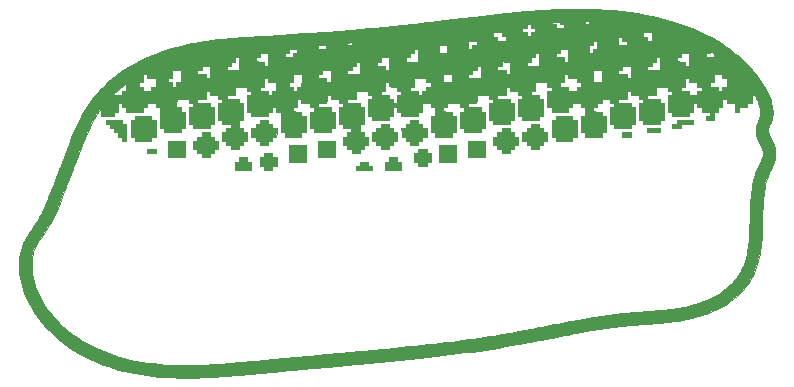
<source format=gto>
G04 #@! TF.GenerationSoftware,KiCad,Pcbnew,(5.1.0)-1*
G04 #@! TF.CreationDate,2019-07-24T00:39:13-06:00*
G04 #@! TF.ProjectId,twinkletwinkie,7477696e-6b6c-4657-9477-696e6b69652e,rev?*
G04 #@! TF.SameCoordinates,PX89e92d0PY44794c0*
G04 #@! TF.FileFunction,Legend,Top*
G04 #@! TF.FilePolarity,Positive*
%FSLAX46Y46*%
G04 Gerber Fmt 4.6, Leading zero omitted, Abs format (unit mm)*
G04 Created by KiCad (PCBNEW (5.1.0)-1) date 2019-07-24 00:39:13*
%MOMM*%
%LPD*%
G04 APERTURE LIST*
%ADD10C,0.010000*%
%ADD11C,1.802000*%
%ADD12O,1.802000X1.802000*%
%ADD13C,0.254000*%
G04 APERTURE END LIST*
D10*
G36*
X25087699Y6980764D02*
G01*
X24825652Y6973798D01*
X24732676Y6971667D01*
X24626599Y6969797D01*
X24515496Y6968295D01*
X24407443Y6967267D01*
X24310513Y6966819D01*
X24296265Y6966809D01*
X24028924Y6966786D01*
X24028924Y6617390D01*
X23319546Y6617390D01*
X23319546Y6966274D01*
X23496890Y6969177D01*
X23674235Y6972080D01*
X23677138Y7149424D01*
X23680041Y7326769D01*
X25087699Y7326769D01*
X25087699Y6980764D01*
X25087699Y6980764D01*
G37*
X25087699Y6980764D02*
X24825652Y6973798D01*
X24732676Y6971667D01*
X24626599Y6969797D01*
X24515496Y6968295D01*
X24407443Y6967267D01*
X24310513Y6966819D01*
X24296265Y6966809D01*
X24028924Y6966786D01*
X24028924Y6617390D01*
X23319546Y6617390D01*
X23319546Y6966274D01*
X23496890Y6969177D01*
X23674235Y6972080D01*
X23677138Y7149424D01*
X23680041Y7326769D01*
X25087699Y7326769D01*
X25087699Y6980764D01*
G36*
X22260771Y6267995D02*
G01*
X21201997Y6267995D01*
X21201997Y6617390D01*
X22260771Y6617390D01*
X22260771Y6267995D01*
X22260771Y6267995D01*
G37*
X22260771Y6267995D02*
X21201997Y6267995D01*
X21201997Y6617390D01*
X22260771Y6617390D01*
X22260771Y6267995D01*
G36*
X19793826Y5908011D02*
G01*
X19084448Y5908011D01*
X19084448Y6267995D01*
X19793826Y6267995D01*
X19793826Y5908011D01*
X19793826Y5908011D01*
G37*
X19793826Y5908011D02*
X19084448Y5908011D01*
X19084448Y6267995D01*
X19793826Y6267995D01*
X19793826Y5908011D01*
G36*
X14849350Y7326769D02*
G01*
X15196137Y7326769D01*
X15203980Y6971197D01*
X15205789Y6863619D01*
X15206872Y6742529D01*
X15207227Y6614923D01*
X15206854Y6487796D01*
X15205754Y6368144D01*
X15204019Y6267112D01*
X15196215Y5918599D01*
X14849350Y5918599D01*
X14849350Y5558616D01*
X13441180Y5558616D01*
X13441180Y5918599D01*
X13094314Y5918599D01*
X13086510Y6267112D01*
X13084712Y6373064D01*
X13083644Y6493184D01*
X13083303Y6620475D01*
X13083689Y6747944D01*
X13084803Y6868595D01*
X13086549Y6971197D01*
X13094392Y7326769D01*
X13441180Y7326769D01*
X13441180Y7676165D01*
X14849350Y7676165D01*
X14849350Y7326769D01*
X14849350Y7326769D01*
G37*
X14849350Y7326769D02*
X15196137Y7326769D01*
X15203980Y6971197D01*
X15205789Y6863619D01*
X15206872Y6742529D01*
X15207227Y6614923D01*
X15206854Y6487796D01*
X15205754Y6368144D01*
X15204019Y6267112D01*
X15196215Y5918599D01*
X14849350Y5918599D01*
X14849350Y5558616D01*
X13441180Y5558616D01*
X13441180Y5918599D01*
X13094314Y5918599D01*
X13086510Y6267112D01*
X13084712Y6373064D01*
X13083644Y6493184D01*
X13083303Y6620475D01*
X13083689Y6747944D01*
X13084803Y6868595D01*
X13086549Y6971197D01*
X13094392Y7326769D01*
X13441180Y7326769D01*
X13441180Y7676165D01*
X14849350Y7676165D01*
X14849350Y7326769D01*
G36*
X-20799587Y7326769D02*
G01*
X-20439604Y7326769D01*
X-20439604Y5919111D01*
X-20794294Y5913305D01*
X-20797197Y5735960D01*
X-20800099Y5558616D01*
X-22207758Y5558616D01*
X-22207758Y5918599D01*
X-22557153Y5918599D01*
X-22557153Y7326769D01*
X-22207758Y7326769D01*
X-22207758Y7676165D01*
X-20799587Y7676165D01*
X-20799587Y7326769D01*
X-20799587Y7326769D01*
G37*
X-20799587Y7326769D02*
X-20439604Y7326769D01*
X-20439604Y5919111D01*
X-20794294Y5913305D01*
X-20797197Y5735960D01*
X-20800099Y5558616D01*
X-22207758Y5558616D01*
X-22207758Y5918599D01*
X-22557153Y5918599D01*
X-22557153Y7326769D01*
X-22207758Y7326769D01*
X-22207758Y7676165D01*
X-20799587Y7676165D01*
X-20799587Y7326769D01*
G36*
X-23266532Y6966786D02*
G01*
X-22919588Y6966786D01*
X-22911784Y6612978D01*
X-22909981Y6505357D01*
X-22908912Y6383982D01*
X-22908577Y6255929D01*
X-22908975Y6128276D01*
X-22910106Y6008101D01*
X-22911823Y5908893D01*
X-22919666Y5558616D01*
X-23266532Y5558616D01*
X-23266532Y5908011D01*
X-23615928Y5908011D01*
X-23615928Y6267995D01*
X-23975911Y6267995D01*
X-23975911Y6617390D01*
X-24325307Y6617390D01*
X-24325307Y6977374D01*
X-24674702Y6977374D01*
X-24674702Y7326769D01*
X-23266532Y7326769D01*
X-23266532Y6966786D01*
X-23266532Y6966786D01*
G37*
X-23266532Y6966786D02*
X-22919588Y6966786D01*
X-22911784Y6612978D01*
X-22909981Y6505357D01*
X-22908912Y6383982D01*
X-22908577Y6255929D01*
X-22908975Y6128276D01*
X-22910106Y6008101D01*
X-22911823Y5908893D01*
X-22919666Y5558616D01*
X-23266532Y5558616D01*
X-23266532Y5908011D01*
X-23615928Y5908011D01*
X-23615928Y6267995D01*
X-23975911Y6267995D01*
X-23975911Y6617390D01*
X-24325307Y6617390D01*
X-24325307Y6977374D01*
X-24674702Y6977374D01*
X-24674702Y7326769D01*
X-23266532Y7326769D01*
X-23266532Y6966786D01*
G36*
X1794660Y6977374D02*
G01*
X2144056Y6977374D01*
X2144056Y6617390D01*
X2504325Y6617390D01*
X2501535Y6265348D01*
X2498745Y5913305D01*
X2321400Y5910402D01*
X2144056Y5907499D01*
X2144056Y5558616D01*
X1794660Y5558616D01*
X1794660Y5209220D01*
X1085281Y5209220D01*
X1085281Y5558616D01*
X735886Y5558616D01*
X735886Y5907499D01*
X381196Y5913305D01*
X378407Y6265348D01*
X375617Y6617390D01*
X735886Y6617390D01*
X735886Y6977374D01*
X1085281Y6977374D01*
X1085281Y7326769D01*
X1794660Y7326769D01*
X1794660Y6977374D01*
X1794660Y6977374D01*
G37*
X1794660Y6977374D02*
X2144056Y6977374D01*
X2144056Y6617390D01*
X2504325Y6617390D01*
X2501535Y6265348D01*
X2498745Y5913305D01*
X2321400Y5910402D01*
X2144056Y5907499D01*
X2144056Y5558616D01*
X1794660Y5558616D01*
X1794660Y5209220D01*
X1085281Y5209220D01*
X1085281Y5558616D01*
X735886Y5558616D01*
X735886Y5907499D01*
X381196Y5913305D01*
X378407Y6265348D01*
X375617Y6617390D01*
X735886Y6617390D01*
X735886Y6977374D01*
X1085281Y6977374D01*
X1085281Y7326769D01*
X1794660Y7326769D01*
X1794660Y6977374D01*
G36*
X-10910634Y6977374D02*
G01*
X-10561238Y6977374D01*
X-10561238Y6617390D01*
X-10200969Y6617390D01*
X-10203759Y6265348D01*
X-10206549Y5913305D01*
X-10383893Y5910402D01*
X-10561238Y5907499D01*
X-10561238Y5558616D01*
X-10910634Y5558616D01*
X-10910634Y5209220D01*
X-11620013Y5209220D01*
X-11620013Y5558616D01*
X-11969408Y5558616D01*
X-11969408Y5907499D01*
X-12324098Y5913305D01*
X-12326887Y6265348D01*
X-12329677Y6617390D01*
X-11969408Y6617390D01*
X-11969408Y6977374D01*
X-11620013Y6977374D01*
X-11620013Y7326769D01*
X-10910634Y7326769D01*
X-10910634Y6977374D01*
X-10910634Y6977374D01*
G37*
X-10910634Y6977374D02*
X-10561238Y6977374D01*
X-10561238Y6617390D01*
X-10200969Y6617390D01*
X-10203759Y6265348D01*
X-10206549Y5913305D01*
X-10383893Y5910402D01*
X-10561238Y5907499D01*
X-10561238Y5558616D01*
X-10910634Y5558616D01*
X-10910634Y5209220D01*
X-11620013Y5209220D01*
X-11620013Y5558616D01*
X-11969408Y5558616D01*
X-11969408Y5907499D01*
X-12324098Y5913305D01*
X-12326887Y6265348D01*
X-12329677Y6617390D01*
X-11969408Y6617390D01*
X-11969408Y6977374D01*
X-11620013Y6977374D01*
X-11620013Y7326769D01*
X-10910634Y7326769D01*
X-10910634Y6977374D01*
G36*
X11585677Y6973798D02*
G01*
X11664368Y6971808D01*
X11741717Y6970038D01*
X11813368Y6968573D01*
X11874963Y6967499D01*
X11922145Y6966902D01*
X11940367Y6966809D01*
X12033009Y6966786D01*
X12033009Y6617390D01*
X12382405Y6617390D01*
X12382405Y6267995D01*
X12731801Y6267995D01*
X12731801Y5558616D01*
X12382405Y5558616D01*
X12382405Y5209220D01*
X12033009Y5209220D01*
X12033009Y4859825D01*
X11323631Y4859825D01*
X11323631Y5209220D01*
X10963647Y5209220D01*
X10963647Y5558616D01*
X10614252Y5558616D01*
X10614252Y6267995D01*
X10963647Y6267995D01*
X10963647Y6617390D01*
X11323631Y6617390D01*
X11323631Y6980764D01*
X11585677Y6973798D01*
X11585677Y6973798D01*
G37*
X11585677Y6973798D02*
X11664368Y6971808D01*
X11741717Y6970038D01*
X11813368Y6968573D01*
X11874963Y6967499D01*
X11922145Y6966902D01*
X11940367Y6966809D01*
X12033009Y6966786D01*
X12033009Y6617390D01*
X12382405Y6617390D01*
X12382405Y6267995D01*
X12731801Y6267995D01*
X12731801Y5558616D01*
X12382405Y5558616D01*
X12382405Y5209220D01*
X12033009Y5209220D01*
X12033009Y4859825D01*
X11323631Y4859825D01*
X11323631Y5209220D01*
X10963647Y5209220D01*
X10963647Y5558616D01*
X10614252Y5558616D01*
X10614252Y6267995D01*
X10963647Y6267995D01*
X10963647Y6617390D01*
X11323631Y6617390D01*
X11323631Y6980764D01*
X11585677Y6973798D01*
G36*
X-1119617Y6973798D02*
G01*
X-1040926Y6971808D01*
X-963577Y6970038D01*
X-891926Y6968573D01*
X-830331Y6967499D01*
X-783149Y6966902D01*
X-764927Y6966809D01*
X-672284Y6966786D01*
X-672284Y6617390D01*
X-322889Y6617390D01*
X-322889Y6267995D01*
X26507Y6267995D01*
X26507Y5558616D01*
X-322889Y5558616D01*
X-322889Y5209220D01*
X-672284Y5209220D01*
X-672284Y4859825D01*
X-1381663Y4859825D01*
X-1381663Y5209220D01*
X-1741647Y5209220D01*
X-1741647Y5558616D01*
X-2091042Y5558616D01*
X-2091042Y6267995D01*
X-1741647Y6267995D01*
X-1741647Y6617390D01*
X-1381663Y6617390D01*
X-1381663Y6980764D01*
X-1119617Y6973798D01*
X-1119617Y6973798D01*
G37*
X-1119617Y6973798D02*
X-1040926Y6971808D01*
X-963577Y6970038D01*
X-891926Y6968573D01*
X-830331Y6967499D01*
X-783149Y6966902D01*
X-764927Y6966809D01*
X-672284Y6966786D01*
X-672284Y6617390D01*
X-322889Y6617390D01*
X-322889Y6267995D01*
X26507Y6267995D01*
X26507Y5558616D01*
X-322889Y5558616D01*
X-322889Y5209220D01*
X-672284Y5209220D01*
X-672284Y4859825D01*
X-1381663Y4859825D01*
X-1381663Y5209220D01*
X-1741647Y5209220D01*
X-1741647Y5558616D01*
X-2091042Y5558616D01*
X-2091042Y6267995D01*
X-1741647Y6267995D01*
X-1741647Y6617390D01*
X-1381663Y6617390D01*
X-1381663Y6980764D01*
X-1119617Y6973798D01*
G36*
X9555477Y6267995D02*
G01*
X9915460Y6267995D01*
X9915460Y5908011D01*
X10264856Y5908011D01*
X10264856Y5209220D01*
X9915972Y5209220D01*
X9913070Y5031875D01*
X9910167Y4854531D01*
X9555477Y4848725D01*
X9555477Y4499841D01*
X8856686Y4499841D01*
X8856686Y4849237D01*
X8496703Y4849237D01*
X8496703Y5209220D01*
X8147307Y5209220D01*
X8147307Y5908011D01*
X8496703Y5908011D01*
X8496703Y6267995D01*
X8856686Y6267995D01*
X8856686Y6617390D01*
X9555477Y6617390D01*
X9555477Y6267995D01*
X9555477Y6267995D01*
G37*
X9555477Y6267995D02*
X9915460Y6267995D01*
X9915460Y5908011D01*
X10264856Y5908011D01*
X10264856Y5209220D01*
X9915972Y5209220D01*
X9913070Y5031875D01*
X9910167Y4854531D01*
X9555477Y4848725D01*
X9555477Y4499841D01*
X8856686Y4499841D01*
X8856686Y4849237D01*
X8496703Y4849237D01*
X8496703Y5209220D01*
X8147307Y5209220D01*
X8147307Y5908011D01*
X8496703Y5908011D01*
X8496703Y6267995D01*
X8856686Y6267995D01*
X8856686Y6617390D01*
X9555477Y6617390D01*
X9555477Y6267995D01*
G36*
X-20439604Y4499841D02*
G01*
X-21148983Y4499841D01*
X-21148983Y4859825D01*
X-20439604Y4859825D01*
X-20439604Y4499841D01*
X-20439604Y4499841D01*
G37*
X-20439604Y4499841D02*
X-21148983Y4499841D01*
X-21148983Y4859825D01*
X-20439604Y4859825D01*
X-20439604Y4499841D01*
G36*
X7437928Y4150446D02*
G01*
X6029758Y4150446D01*
X6029758Y5558616D01*
X7437928Y5558616D01*
X7437928Y4150446D01*
X7437928Y4150446D01*
G37*
X7437928Y4150446D02*
X6029758Y4150446D01*
X6029758Y5558616D01*
X7437928Y5558616D01*
X7437928Y4150446D01*
G36*
X-5267366Y4150446D02*
G01*
X-6675536Y4150446D01*
X-6675536Y5558616D01*
X-5267366Y5558616D01*
X-5267366Y4150446D01*
X-5267366Y4150446D01*
G37*
X-5267366Y4150446D02*
X-6675536Y4150446D01*
X-6675536Y5558616D01*
X-5267366Y5558616D01*
X-5267366Y4150446D01*
G36*
X-15855111Y5919111D02*
G01*
X-15500421Y5913305D01*
X-15497518Y5735960D01*
X-15494615Y5558616D01*
X-15145732Y5558616D01*
X-15145732Y4859825D01*
X-15495127Y4859825D01*
X-15495127Y4499841D01*
X-15855111Y4499841D01*
X-15855111Y4150446D01*
X-16553902Y4150446D01*
X-16553902Y4499841D01*
X-16913885Y4499841D01*
X-16913885Y4859825D01*
X-17263281Y4859825D01*
X-17263281Y5558616D01*
X-16913885Y5558616D01*
X-16913885Y5918599D01*
X-16553902Y5918599D01*
X-16553902Y6267995D01*
X-15855111Y6267995D01*
X-15855111Y5919111D01*
X-15855111Y5919111D01*
G37*
X-15855111Y5919111D02*
X-15500421Y5913305D01*
X-15497518Y5735960D01*
X-15494615Y5558616D01*
X-15145732Y5558616D01*
X-15145732Y4859825D01*
X-15495127Y4859825D01*
X-15495127Y4499841D01*
X-15855111Y4499841D01*
X-15855111Y4150446D01*
X-16553902Y4150446D01*
X-16553902Y4499841D01*
X-16913885Y4499841D01*
X-16913885Y4859825D01*
X-17263281Y4859825D01*
X-17263281Y5558616D01*
X-16913885Y5558616D01*
X-16913885Y5918599D01*
X-16553902Y5918599D01*
X-16553902Y6267995D01*
X-15855111Y6267995D01*
X-15855111Y5919111D01*
G36*
X-17972660Y4150446D02*
G01*
X-19380830Y4150446D01*
X-19380830Y5558616D01*
X-17972660Y5558616D01*
X-17972660Y4150446D01*
X-17972660Y4150446D01*
G37*
X-17972660Y4150446D02*
X-19380830Y4150446D01*
X-19380830Y5558616D01*
X-17972660Y5558616D01*
X-17972660Y4150446D01*
G36*
X4970984Y3804441D02*
G01*
X4708937Y3797475D01*
X4540769Y3794208D01*
X4352291Y3792813D01*
X4143290Y3793291D01*
X3913555Y3795641D01*
X3741418Y3798379D01*
X3565332Y3801551D01*
X3557494Y4151578D01*
X3555681Y4258304D01*
X3554600Y4379120D01*
X3554252Y4506954D01*
X3554636Y4634732D01*
X3555754Y4755383D01*
X3557461Y4855413D01*
X3565265Y5209220D01*
X4970984Y5209220D01*
X4970984Y3804441D01*
X4970984Y3804441D01*
G37*
X4970984Y3804441D02*
X4708937Y3797475D01*
X4540769Y3794208D01*
X4352291Y3792813D01*
X4143290Y3793291D01*
X3913555Y3795641D01*
X3741418Y3798379D01*
X3565332Y3801551D01*
X3557494Y4151578D01*
X3555681Y4258304D01*
X3554600Y4379120D01*
X3554252Y4506954D01*
X3554636Y4634732D01*
X3555754Y4755383D01*
X3557461Y4855413D01*
X3565265Y5209220D01*
X4970984Y5209220D01*
X4970984Y3804441D01*
G36*
X-7734310Y3804441D02*
G01*
X-7996357Y3797475D01*
X-8164524Y3794208D01*
X-8353003Y3792813D01*
X-8562004Y3793291D01*
X-8791739Y3795641D01*
X-8963876Y3798379D01*
X-9139962Y3801551D01*
X-9147800Y4151578D01*
X-9149613Y4258304D01*
X-9150694Y4379120D01*
X-9151042Y4506954D01*
X-9150658Y4634732D01*
X-9149540Y4755383D01*
X-9147833Y4855413D01*
X-9140029Y5209220D01*
X-7734310Y5209220D01*
X-7734310Y3804441D01*
X-7734310Y3804441D01*
G37*
X-7734310Y3804441D02*
X-7996357Y3797475D01*
X-8164524Y3794208D01*
X-8353003Y3792813D01*
X-8562004Y3793291D01*
X-8791739Y3795641D01*
X-8963876Y3798379D01*
X-9139962Y3801551D01*
X-9147800Y4151578D01*
X-9149613Y4258304D01*
X-9150694Y4379120D01*
X-9151042Y4506954D01*
X-9150658Y4634732D01*
X-9149540Y4755383D01*
X-9147833Y4855413D01*
X-9140029Y5209220D01*
X-7734310Y5209220D01*
X-7734310Y3804441D01*
G36*
X2146703Y4857320D02*
G01*
X2498745Y4854531D01*
X2504551Y4499841D01*
X2853435Y4499841D01*
X2853435Y3790462D01*
X2504039Y3790462D01*
X2504039Y3441067D01*
X1794660Y3441067D01*
X1794660Y3789950D01*
X1617315Y3792853D01*
X1439971Y3795756D01*
X1437181Y4147799D01*
X1434391Y4499841D01*
X1794660Y4499841D01*
X1794660Y4860110D01*
X2146703Y4857320D01*
X2146703Y4857320D01*
G37*
X2146703Y4857320D02*
X2498745Y4854531D01*
X2504551Y4499841D01*
X2853435Y4499841D01*
X2853435Y3790462D01*
X2504039Y3790462D01*
X2504039Y3441067D01*
X1794660Y3441067D01*
X1794660Y3789950D01*
X1617315Y3792853D01*
X1439971Y3795756D01*
X1437181Y4147799D01*
X1434391Y4499841D01*
X1794660Y4499841D01*
X1794660Y4860110D01*
X2146703Y4857320D01*
G36*
X26507Y3801050D02*
G01*
X375902Y3801050D01*
X375902Y3091671D01*
X-1032268Y3091671D01*
X-1032268Y3801050D01*
X-682872Y3801050D01*
X-682872Y4150446D01*
X26507Y4150446D01*
X26507Y3801050D01*
X26507Y3801050D01*
G37*
X26507Y3801050D02*
X375902Y3801050D01*
X375902Y3091671D01*
X-1032268Y3091671D01*
X-1032268Y3801050D01*
X-682872Y3801050D01*
X-682872Y4150446D01*
X26507Y4150446D01*
X26507Y3801050D01*
G36*
X-2440438Y3441067D02*
G01*
X-2091042Y3441067D01*
X-2091042Y3091671D01*
X-3499212Y3091671D01*
X-3499212Y3441067D01*
X-3149817Y3441067D01*
X-3149817Y3790462D01*
X-2440438Y3790462D01*
X-2440438Y3441067D01*
X-2440438Y3441067D01*
G37*
X-2440438Y3441067D02*
X-2091042Y3441067D01*
X-2091042Y3091671D01*
X-3499212Y3091671D01*
X-3499212Y3441067D01*
X-3149817Y3441067D01*
X-3149817Y3790462D01*
X-2440438Y3790462D01*
X-2440438Y3441067D01*
G36*
X-10561238Y4150446D02*
G01*
X-10201255Y4150446D01*
X-10201255Y3441067D01*
X-10561238Y3441067D01*
X-10561238Y3091671D01*
X-11270617Y3091671D01*
X-11270617Y3441067D01*
X-11620013Y3441067D01*
X-11620013Y4150446D01*
X-11270617Y4150446D01*
X-11270617Y4499841D01*
X-10561238Y4499841D01*
X-10561238Y4150446D01*
X-10561238Y4150446D01*
G37*
X-10561238Y4150446D02*
X-10201255Y4150446D01*
X-10201255Y3441067D01*
X-10561238Y3441067D01*
X-10561238Y3091671D01*
X-11270617Y3091671D01*
X-11270617Y3441067D01*
X-11620013Y3441067D01*
X-11620013Y4150446D01*
X-11270617Y4150446D01*
X-11270617Y4499841D01*
X-10561238Y4499841D01*
X-10561238Y4150446D01*
G36*
X-12678787Y3801050D02*
G01*
X-12329392Y3801050D01*
X-12329392Y3091671D01*
X-13737562Y3091671D01*
X-13737562Y3801050D01*
X-13388166Y3801050D01*
X-13388166Y4150446D01*
X-12678787Y4150446D01*
X-12678787Y3801050D01*
X-12678787Y3801050D01*
G37*
X-12678787Y3801050D02*
X-12329392Y3801050D01*
X-12329392Y3091671D01*
X-13737562Y3091671D01*
X-13737562Y3801050D01*
X-13388166Y3801050D01*
X-13388166Y4150446D01*
X-12678787Y4150446D01*
X-12678787Y3801050D01*
G36*
X15805761Y16738152D02*
G01*
X16210266Y16731813D01*
X16600008Y16721380D01*
X16961605Y16707299D01*
X17671701Y16667342D01*
X18367059Y16612746D01*
X19048328Y16543421D01*
X19716157Y16459278D01*
X20371195Y16360225D01*
X21014090Y16246173D01*
X21645492Y16117031D01*
X22266048Y15972709D01*
X22295757Y15965352D01*
X22861410Y15816420D01*
X23414392Y15653768D01*
X23954356Y15477595D01*
X24480958Y15288097D01*
X24993854Y15085474D01*
X25492698Y14869921D01*
X25977147Y14641638D01*
X26446855Y14400822D01*
X26901479Y14147670D01*
X27340672Y13882381D01*
X27764091Y13605152D01*
X28171390Y13316181D01*
X28562226Y13015666D01*
X28936253Y12703804D01*
X29293127Y12380794D01*
X29632502Y12046832D01*
X29954036Y11702118D01*
X30177851Y11443128D01*
X30374068Y11200787D01*
X30563510Y10951582D01*
X30744232Y10698413D01*
X30914293Y10444185D01*
X31071749Y10191800D01*
X31214658Y9944160D01*
X31338653Y9709012D01*
X31456680Y9459958D01*
X31556595Y9219833D01*
X31638760Y8987217D01*
X31703540Y8760696D01*
X31751297Y8538850D01*
X31782394Y8320264D01*
X31797197Y8103519D01*
X31797283Y7921142D01*
X31791739Y7800730D01*
X31782134Y7688487D01*
X31767648Y7581137D01*
X31747458Y7475404D01*
X31720744Y7368011D01*
X31686682Y7255684D01*
X31644452Y7135144D01*
X31593232Y7003118D01*
X31532199Y6856327D01*
X31527372Y6845027D01*
X31491925Y6760499D01*
X31464817Y6691270D01*
X31445021Y6633644D01*
X31431510Y6583930D01*
X31423254Y6538434D01*
X31419228Y6493462D01*
X31418362Y6453280D01*
X31419663Y6405697D01*
X31423910Y6359096D01*
X31431840Y6311386D01*
X31444194Y6260479D01*
X31461708Y6204281D01*
X31485123Y6140704D01*
X31515177Y6067656D01*
X31552608Y5983046D01*
X31598156Y5884784D01*
X31652558Y5770779D01*
X31678355Y5717432D01*
X31725370Y5620268D01*
X31764217Y5539315D01*
X31796115Y5471805D01*
X31822283Y5414966D01*
X31843940Y5366029D01*
X31862305Y5322226D01*
X31878597Y5280784D01*
X31894035Y5238936D01*
X31909837Y5193912D01*
X31913674Y5182751D01*
X31971655Y4988722D01*
X32010639Y4798844D01*
X32030668Y4610686D01*
X32031787Y4421817D01*
X32014040Y4229806D01*
X31977469Y4032224D01*
X31937155Y3876981D01*
X31913460Y3800147D01*
X31884837Y3716804D01*
X31850484Y3624952D01*
X31809600Y3522593D01*
X31761385Y3407729D01*
X31705038Y3278361D01*
X31639756Y3132491D01*
X31630860Y3112847D01*
X31576190Y2991715D01*
X31529462Y2886784D01*
X31489486Y2795148D01*
X31455074Y2713901D01*
X31425037Y2640137D01*
X31398187Y2570951D01*
X31373336Y2503436D01*
X31349294Y2434686D01*
X31329896Y2376998D01*
X31257140Y2139746D01*
X31192184Y1890167D01*
X31134823Y1627063D01*
X31084855Y1349237D01*
X31042075Y1055493D01*
X31006280Y744633D01*
X30977265Y415459D01*
X30964220Y227686D01*
X30958516Y133381D01*
X30953240Y36805D01*
X30948321Y-64075D01*
X30943687Y-171290D01*
X30939266Y-286872D01*
X30934985Y-412853D01*
X30930774Y-551265D01*
X30926559Y-704141D01*
X30922270Y-873512D01*
X30917834Y-1061409D01*
X30916451Y-1122251D01*
X30911619Y-1331201D01*
X30906968Y-1520808D01*
X30902432Y-1692901D01*
X30897947Y-1849311D01*
X30893450Y-1991870D01*
X30888877Y-2122406D01*
X30884163Y-2242752D01*
X30879244Y-2354737D01*
X30874057Y-2460191D01*
X30868536Y-2560946D01*
X30862705Y-2657474D01*
X30835954Y-3015727D01*
X30801952Y-3355523D01*
X30760355Y-3678424D01*
X30710819Y-3985990D01*
X30652999Y-4279783D01*
X30586551Y-4561364D01*
X30511131Y-4832295D01*
X30426395Y-5094135D01*
X30331998Y-5348446D01*
X30227595Y-5596790D01*
X30201868Y-5653806D01*
X30053204Y-5953676D01*
X29885436Y-6244864D01*
X29698910Y-6527051D01*
X29493976Y-6799919D01*
X29270983Y-7063150D01*
X29030278Y-7316425D01*
X28772210Y-7559427D01*
X28497128Y-7791836D01*
X28205380Y-8013334D01*
X27897314Y-8223603D01*
X27573280Y-8422324D01*
X27233625Y-8609180D01*
X26878698Y-8783851D01*
X26675861Y-8875154D01*
X26395792Y-8991804D01*
X26108562Y-9100637D01*
X25812976Y-9201924D01*
X25507837Y-9295934D01*
X25191951Y-9382940D01*
X24864122Y-9463212D01*
X24523155Y-9537022D01*
X24167853Y-9604639D01*
X23797022Y-9666334D01*
X23409466Y-9722380D01*
X23003990Y-9773046D01*
X22579398Y-9818603D01*
X22461938Y-9830005D01*
X22328709Y-9842492D01*
X22198718Y-9854305D01*
X22068837Y-9865699D01*
X21935936Y-9876930D01*
X21796884Y-9888255D01*
X21648554Y-9899928D01*
X21487814Y-9912207D01*
X21311535Y-9925346D01*
X21159646Y-9936473D01*
X20869077Y-9957833D01*
X20597884Y-9978237D01*
X20344298Y-9997862D01*
X20106550Y-10016888D01*
X19882870Y-10035495D01*
X19671490Y-10053861D01*
X19470639Y-10072166D01*
X19278550Y-10090588D01*
X19093453Y-10109307D01*
X18913579Y-10128501D01*
X18737158Y-10148350D01*
X18562422Y-10169033D01*
X18387602Y-10190729D01*
X18210928Y-10213617D01*
X18030631Y-10237877D01*
X17844942Y-10263686D01*
X17652092Y-10291225D01*
X17644514Y-10292321D01*
X17456111Y-10319870D01*
X17268961Y-10347882D01*
X17081871Y-10376572D01*
X16893646Y-10406154D01*
X16703095Y-10436843D01*
X16509024Y-10468853D01*
X16310239Y-10502399D01*
X16105548Y-10537696D01*
X15893757Y-10574958D01*
X15673674Y-10614400D01*
X15444104Y-10656237D01*
X15203855Y-10700682D01*
X14951733Y-10747951D01*
X14686546Y-10798259D01*
X14407100Y-10851819D01*
X14112202Y-10908846D01*
X13800658Y-10969555D01*
X13471277Y-11034161D01*
X13122863Y-11102879D01*
X12975319Y-11132076D01*
X12719228Y-11182774D01*
X12482600Y-11229562D01*
X12264139Y-11272694D01*
X12062545Y-11312424D01*
X11876521Y-11349006D01*
X11704767Y-11382692D01*
X11545986Y-11413737D01*
X11398880Y-11442394D01*
X11262150Y-11468917D01*
X11134497Y-11493558D01*
X11014625Y-11516573D01*
X10901234Y-11538213D01*
X10793026Y-11558733D01*
X10725423Y-11571484D01*
X10199895Y-11668689D01*
X9670087Y-11763253D01*
X9134828Y-11855341D01*
X8592945Y-11945117D01*
X8043269Y-12032746D01*
X7484627Y-12118393D01*
X6915848Y-12202222D01*
X6335761Y-12284397D01*
X5743195Y-12365084D01*
X5136977Y-12444447D01*
X4515937Y-12522650D01*
X3878904Y-12599857D01*
X3224705Y-12676235D01*
X2552170Y-12751946D01*
X1860128Y-12827156D01*
X1561730Y-12858807D01*
X1411364Y-12874602D01*
X1261769Y-12890227D01*
X1112191Y-12905754D01*
X961877Y-12921255D01*
X810074Y-12936804D01*
X656027Y-12952471D01*
X498982Y-12968329D01*
X338187Y-12984451D01*
X172887Y-13000908D01*
X2328Y-13017772D01*
X-174243Y-13035116D01*
X-357579Y-13053013D01*
X-548435Y-13071533D01*
X-747564Y-13090750D01*
X-955719Y-13110735D01*
X-1173655Y-13131561D01*
X-1402126Y-13153300D01*
X-1641884Y-13176024D01*
X-1893684Y-13199805D01*
X-2158279Y-13224716D01*
X-2436423Y-13250829D01*
X-2728870Y-13278215D01*
X-3036373Y-13306948D01*
X-3359686Y-13337098D01*
X-3699563Y-13368739D01*
X-4056758Y-13401943D01*
X-4432023Y-13436782D01*
X-4826113Y-13473327D01*
X-5239782Y-13511652D01*
X-5673783Y-13551828D01*
X-5674994Y-13551940D01*
X-5889033Y-13571748D01*
X-6121327Y-13593249D01*
X-6369047Y-13616180D01*
X-6629361Y-13640279D01*
X-6899441Y-13665284D01*
X-7176456Y-13690934D01*
X-7457577Y-13716965D01*
X-7739972Y-13743116D01*
X-8020814Y-13769125D01*
X-8297270Y-13794730D01*
X-8566512Y-13819669D01*
X-8825709Y-13843679D01*
X-9072032Y-13866499D01*
X-9274827Y-13885289D01*
X-9640789Y-13919191D01*
X-9986284Y-13951180D01*
X-10311927Y-13981314D01*
X-10618337Y-14009649D01*
X-10906130Y-14036241D01*
X-11175921Y-14061147D01*
X-11428328Y-14084423D01*
X-11663967Y-14106126D01*
X-11883454Y-14126313D01*
X-12087407Y-14145040D01*
X-12276442Y-14162364D01*
X-12451175Y-14178341D01*
X-12612223Y-14193027D01*
X-12760202Y-14206480D01*
X-12895730Y-14218756D01*
X-13019422Y-14229911D01*
X-13131895Y-14240001D01*
X-13233766Y-14249085D01*
X-13325651Y-14257217D01*
X-13408166Y-14264455D01*
X-13430517Y-14266402D01*
X-13840853Y-14301340D01*
X-14232056Y-14333084D01*
X-14605907Y-14361748D01*
X-14964188Y-14387447D01*
X-15308681Y-14410296D01*
X-15641167Y-14430407D01*
X-15963430Y-14447897D01*
X-16277250Y-14462878D01*
X-16584409Y-14475465D01*
X-16818595Y-14483632D01*
X-16901727Y-14485986D01*
X-17000922Y-14488252D01*
X-17113349Y-14490404D01*
X-17236177Y-14492415D01*
X-17366574Y-14494259D01*
X-17501710Y-14495909D01*
X-17638753Y-14497338D01*
X-17774872Y-14498520D01*
X-17907235Y-14499428D01*
X-18033012Y-14500035D01*
X-18149370Y-14500314D01*
X-18253479Y-14500239D01*
X-18342508Y-14499784D01*
X-18413625Y-14498921D01*
X-18422639Y-14498753D01*
X-19009155Y-14481583D01*
X-19578375Y-14453396D01*
X-20131177Y-14414043D01*
X-20668440Y-14363372D01*
X-21191043Y-14301235D01*
X-21699863Y-14227480D01*
X-22195779Y-14141959D01*
X-22679671Y-14044521D01*
X-23152415Y-13935016D01*
X-23614891Y-13813295D01*
X-24067977Y-13679206D01*
X-24512551Y-13532601D01*
X-24897045Y-13393262D01*
X-25376113Y-13202726D01*
X-25842505Y-12998116D01*
X-26295791Y-12779765D01*
X-26735539Y-12548002D01*
X-27161320Y-12303159D01*
X-27572703Y-12045568D01*
X-27969257Y-11775559D01*
X-28350551Y-11493464D01*
X-28716155Y-11199613D01*
X-29065639Y-10894339D01*
X-29398571Y-10577972D01*
X-29714522Y-10250844D01*
X-30013059Y-9913285D01*
X-30293754Y-9565626D01*
X-30556175Y-9208200D01*
X-30785025Y-8864835D01*
X-30941135Y-8609544D01*
X-31089524Y-8348201D01*
X-31228328Y-8084493D01*
X-31355685Y-7822108D01*
X-31469730Y-7564734D01*
X-31568602Y-7316058D01*
X-31571336Y-7308710D01*
X-31688184Y-6969818D01*
X-31786915Y-6631689D01*
X-31867540Y-6295100D01*
X-31930072Y-5960828D01*
X-31974522Y-5629651D01*
X-32000902Y-5302346D01*
X-32009222Y-4979690D01*
X-32008769Y-4964891D01*
X-30942176Y-4964891D01*
X-30941934Y-5066520D01*
X-30940531Y-5165457D01*
X-30937968Y-5256934D01*
X-30934244Y-5336185D01*
X-30931500Y-5375301D01*
X-30893844Y-5705870D01*
X-30835301Y-6037292D01*
X-30756115Y-6369045D01*
X-30656528Y-6700611D01*
X-30536786Y-7031468D01*
X-30397132Y-7361095D01*
X-30237809Y-7688973D01*
X-30059062Y-8014581D01*
X-29861134Y-8337397D01*
X-29644268Y-8656902D01*
X-29408709Y-8972575D01*
X-29154700Y-9283896D01*
X-29038581Y-9417749D01*
X-28978849Y-9483569D01*
X-28906315Y-9560573D01*
X-28823948Y-9645820D01*
X-28734720Y-9736366D01*
X-28641601Y-9829269D01*
X-28547562Y-9921584D01*
X-28455573Y-10010370D01*
X-28368604Y-10092683D01*
X-28289627Y-10165580D01*
X-28230212Y-10218629D01*
X-27863996Y-10524860D01*
X-27482488Y-10816685D01*
X-27086252Y-11093733D01*
X-26675854Y-11355633D01*
X-26251859Y-11602014D01*
X-25814831Y-11832505D01*
X-25654068Y-11911690D01*
X-25245187Y-12101382D01*
X-24830758Y-12277570D01*
X-24409838Y-12440460D01*
X-23981480Y-12590263D01*
X-23544739Y-12727187D01*
X-23098669Y-12851443D01*
X-22642327Y-12963238D01*
X-22174765Y-13062783D01*
X-21695039Y-13150286D01*
X-21202203Y-13225956D01*
X-20695313Y-13290003D01*
X-20173422Y-13342636D01*
X-19635586Y-13384064D01*
X-19080859Y-13414497D01*
X-18814385Y-13425048D01*
X-18750619Y-13426756D01*
X-18668000Y-13428145D01*
X-18568849Y-13429227D01*
X-18455485Y-13430012D01*
X-18330229Y-13430511D01*
X-18195402Y-13430734D01*
X-18053323Y-13430692D01*
X-17906313Y-13430395D01*
X-17756691Y-13429854D01*
X-17606779Y-13429080D01*
X-17458896Y-13428082D01*
X-17315363Y-13426871D01*
X-17178500Y-13425458D01*
X-17050626Y-13423854D01*
X-16934064Y-13422069D01*
X-16831131Y-13420113D01*
X-16744150Y-13417996D01*
X-16675439Y-13415731D01*
X-16665073Y-13415303D01*
X-16382887Y-13402700D01*
X-16108515Y-13389414D01*
X-15839321Y-13375265D01*
X-15572674Y-13360074D01*
X-15305938Y-13343660D01*
X-15036482Y-13325844D01*
X-14761671Y-13306446D01*
X-14478872Y-13285287D01*
X-14185452Y-13262187D01*
X-13878776Y-13236966D01*
X-13556211Y-13209444D01*
X-13234644Y-13181180D01*
X-13144429Y-13173105D01*
X-13034018Y-13163144D01*
X-12904271Y-13151377D01*
X-12756047Y-13137883D01*
X-12590207Y-13122742D01*
X-12407611Y-13106035D01*
X-12209119Y-13087840D01*
X-11995591Y-13068237D01*
X-11767887Y-13047307D01*
X-11526868Y-13025129D01*
X-11273394Y-13001784D01*
X-11008324Y-12977350D01*
X-10732520Y-12951907D01*
X-10446840Y-12925536D01*
X-10152146Y-12898317D01*
X-9849297Y-12870328D01*
X-9539153Y-12841650D01*
X-9222575Y-12812363D01*
X-8900423Y-12782547D01*
X-8573556Y-12752280D01*
X-8242836Y-12721644D01*
X-7909122Y-12690717D01*
X-7573274Y-12659581D01*
X-7236153Y-12628314D01*
X-6898618Y-12596996D01*
X-6561530Y-12565707D01*
X-6225749Y-12534527D01*
X-5892135Y-12503536D01*
X-5561548Y-12472813D01*
X-5234849Y-12442439D01*
X-4912897Y-12412493D01*
X-4596552Y-12383055D01*
X-4286675Y-12354205D01*
X-3984126Y-12326022D01*
X-3689766Y-12298587D01*
X-3404453Y-12271979D01*
X-3129048Y-12246278D01*
X-2864412Y-12221563D01*
X-2611405Y-12197916D01*
X-2370886Y-12175414D01*
X-2143717Y-12154139D01*
X-1930756Y-12134170D01*
X-1732864Y-12115587D01*
X-1550902Y-12098470D01*
X-1385729Y-12082897D01*
X-1238205Y-12068951D01*
X-1109192Y-12056709D01*
X-999548Y-12046252D01*
X-910509Y-12037696D01*
X-277146Y-11975890D01*
X336005Y-11914777D01*
X929895Y-11854238D01*
X1505472Y-11794158D01*
X2063686Y-11734420D01*
X2605485Y-11674907D01*
X3131819Y-11615501D01*
X3643638Y-11556086D01*
X4141889Y-11496545D01*
X4627523Y-11436762D01*
X5101488Y-11376619D01*
X5564734Y-11315999D01*
X6018210Y-11254786D01*
X6462865Y-11192863D01*
X6899647Y-11130113D01*
X7329507Y-11066419D01*
X7753394Y-11001664D01*
X8172256Y-10935732D01*
X8587042Y-10868504D01*
X8591992Y-10867690D01*
X8782628Y-10836161D01*
X8969073Y-10804948D01*
X9152797Y-10773778D01*
X9335266Y-10742379D01*
X9517948Y-10710477D01*
X9702312Y-10677799D01*
X9889824Y-10644072D01*
X10081954Y-10609024D01*
X10280167Y-10572381D01*
X10485933Y-10533870D01*
X10700719Y-10493218D01*
X10925993Y-10450153D01*
X11163222Y-10404400D01*
X11413874Y-10355688D01*
X11679417Y-10303743D01*
X11961319Y-10248292D01*
X12261047Y-10189062D01*
X12572984Y-10127188D01*
X12954867Y-10051500D01*
X13317114Y-9980089D01*
X13660790Y-9912767D01*
X13986958Y-9849344D01*
X14296684Y-9789633D01*
X14591031Y-9733443D01*
X14871062Y-9680587D01*
X15137843Y-9630876D01*
X15392436Y-9584120D01*
X15635907Y-9540131D01*
X15869319Y-9498721D01*
X16093735Y-9459700D01*
X16310221Y-9422880D01*
X16519840Y-9388072D01*
X16723656Y-9355087D01*
X16922733Y-9323736D01*
X17118135Y-9293830D01*
X17310927Y-9265182D01*
X17502171Y-9237601D01*
X17692933Y-9210900D01*
X17882611Y-9185112D01*
X18068975Y-9160389D01*
X18246646Y-9137397D01*
X18417681Y-9115933D01*
X18584135Y-9095793D01*
X18748064Y-9076776D01*
X18911525Y-9058677D01*
X19076574Y-9041295D01*
X19245267Y-9024426D01*
X19419660Y-9007867D01*
X19601810Y-8991415D01*
X19793772Y-8974868D01*
X19997602Y-8958023D01*
X20215358Y-8940676D01*
X20449094Y-8922625D01*
X20700868Y-8903667D01*
X20836719Y-8893596D01*
X21141620Y-8870791D01*
X21426678Y-8848808D01*
X21693202Y-8827495D01*
X21942503Y-8806701D01*
X22175889Y-8786275D01*
X22394672Y-8766066D01*
X22600160Y-8745924D01*
X22793664Y-8725698D01*
X22976494Y-8705236D01*
X23149959Y-8684389D01*
X23315369Y-8663004D01*
X23474034Y-8640932D01*
X23627263Y-8618021D01*
X23776368Y-8594120D01*
X23922657Y-8569079D01*
X24067440Y-8542747D01*
X24212027Y-8514972D01*
X24330675Y-8491156D01*
X24744831Y-8398424D01*
X25145024Y-8292444D01*
X25530911Y-8173393D01*
X25902151Y-8041445D01*
X26258400Y-7896776D01*
X26599318Y-7739561D01*
X26924560Y-7569977D01*
X27233787Y-7388199D01*
X27526654Y-7194402D01*
X27802820Y-6988762D01*
X28061943Y-6771455D01*
X28303680Y-6542656D01*
X28469825Y-6367537D01*
X28652133Y-6154066D01*
X28819582Y-5932336D01*
X28972568Y-5701387D01*
X29111483Y-5460258D01*
X29236721Y-5207989D01*
X29348677Y-4943620D01*
X29447744Y-4666189D01*
X29534316Y-4374737D01*
X29608786Y-4068304D01*
X29671550Y-3745929D01*
X29723001Y-3406651D01*
X29739934Y-3270834D01*
X29753061Y-3155269D01*
X29765036Y-3041078D01*
X29775950Y-2926533D01*
X29785892Y-2809906D01*
X29794956Y-2689468D01*
X29803230Y-2563489D01*
X29810807Y-2430241D01*
X29817777Y-2287995D01*
X29824231Y-2135022D01*
X29830261Y-1969593D01*
X29835957Y-1789979D01*
X29841410Y-1594452D01*
X29846712Y-1381283D01*
X29851953Y-1148742D01*
X29852181Y-1138133D01*
X29857648Y-897265D01*
X29863296Y-675817D01*
X29869205Y-472034D01*
X29875453Y-284162D01*
X29882119Y-110445D01*
X29889283Y50872D01*
X29897024Y201543D01*
X29905419Y343324D01*
X29914549Y477969D01*
X29924492Y607234D01*
X29935327Y732873D01*
X29937378Y755233D01*
X29977094Y1123739D01*
X30026573Y1474764D01*
X30086177Y1809800D01*
X30156267Y2130340D01*
X30237202Y2437876D01*
X30329345Y2733900D01*
X30433055Y3019905D01*
X30548694Y3297383D01*
X30556119Y3314014D01*
X30589439Y3388352D01*
X30628146Y3474682D01*
X30668954Y3565680D01*
X30708578Y3654019D01*
X30740651Y3725509D01*
X30801811Y3865882D01*
X30852161Y3990885D01*
X30892395Y4102925D01*
X30923206Y4204409D01*
X30945289Y4297746D01*
X30959336Y4385343D01*
X30966043Y4469607D01*
X30966860Y4510429D01*
X30965764Y4565731D01*
X30961860Y4618639D01*
X30954416Y4671319D01*
X30942700Y4725933D01*
X30925978Y4784643D01*
X30903518Y4849615D01*
X30874587Y4923010D01*
X30838454Y5006992D01*
X30794384Y5103724D01*
X30741647Y5215371D01*
X30696153Y5309804D01*
X30641239Y5423999D01*
X30594960Y5522401D01*
X30556080Y5607949D01*
X30523365Y5683584D01*
X30495580Y5752248D01*
X30471490Y5816880D01*
X30449862Y5880423D01*
X30430326Y5942932D01*
X30402189Y6042337D01*
X30381701Y6130686D01*
X30367866Y6214952D01*
X30359689Y6302107D01*
X30356171Y6399123D01*
X30355878Y6463868D01*
X30357814Y6556817D01*
X30363379Y6642459D01*
X30373401Y6724131D01*
X30388710Y6805168D01*
X30410135Y6888907D01*
X30438505Y6978686D01*
X30474648Y7077840D01*
X30519394Y7189707D01*
X30560378Y7286946D01*
X30606640Y7397553D01*
X30643941Y7493371D01*
X30673355Y7578260D01*
X30695954Y7656079D01*
X30712810Y7730688D01*
X30724998Y7805946D01*
X30733588Y7885712D01*
X30736253Y7919683D01*
X30738212Y8041163D01*
X30728316Y8176269D01*
X30707301Y8321596D01*
X30675898Y8473741D01*
X30634842Y8629302D01*
X30584868Y8784876D01*
X30526708Y8937059D01*
X30506809Y8983751D01*
X30486271Y9030172D01*
X30471416Y9060674D01*
X30459493Y9078757D01*
X30447749Y9087926D01*
X30433433Y9091682D01*
X30421034Y9092915D01*
X30381571Y9096201D01*
X30381344Y9172323D01*
X30380436Y9209089D01*
X30376675Y9238389D01*
X30368118Y9266791D01*
X30352825Y9300864D01*
X30330676Y9343735D01*
X30280237Y9439024D01*
X30157518Y9441996D01*
X30034798Y9444967D01*
X30026967Y9089953D01*
X30019137Y8734939D01*
X29672192Y8734939D01*
X29672192Y8385544D01*
X28973913Y8385544D01*
X28968107Y8030854D01*
X28790763Y8027951D01*
X28613418Y8025048D01*
X28613418Y8734939D01*
X27904039Y8734939D01*
X27904039Y9084335D01*
X27554643Y9084335D01*
X27554643Y8385544D01*
X27205248Y8385544D01*
X27205248Y8025560D01*
X26842735Y8025560D01*
X26850558Y7676165D01*
X26858382Y7326769D01*
X26146473Y7326769D01*
X26146473Y7676165D01*
X26495869Y7676165D01*
X26495869Y8025275D01*
X26143826Y8028065D01*
X25791784Y8030854D01*
X25785978Y8385544D01*
X25437094Y8385544D01*
X25437094Y8734939D01*
X25087699Y8734939D01*
X25087699Y8025560D01*
X24738303Y8025560D01*
X24738303Y7676165D01*
X23319546Y7676165D01*
X23319546Y8025560D01*
X22970150Y8025560D01*
X22970150Y9444318D01*
X23319546Y9444318D01*
X23319546Y9793714D01*
X22970150Y9793714D01*
X22970150Y10139714D01*
X22838215Y10143109D01*
X24028924Y10143109D01*
X24028924Y9793714D01*
X24738303Y9793714D01*
X24738303Y9444318D01*
X25437094Y9444318D01*
X25437094Y9793714D01*
X25786490Y9793714D01*
X25786490Y10143109D01*
X25437094Y10143109D01*
X25437094Y10503093D01*
X26495869Y10503093D01*
X26495869Y10153697D01*
X27205248Y10153697D01*
X27205248Y9793714D01*
X27554643Y9793714D01*
X27554643Y10143109D01*
X27904039Y10143109D01*
X27904062Y10235752D01*
X27904360Y10273153D01*
X27905182Y10327362D01*
X27906442Y10394024D01*
X27908055Y10468780D01*
X27909935Y10547272D01*
X27911051Y10590442D01*
X27918017Y10852488D01*
X27554643Y10852488D01*
X27554643Y11201884D01*
X26858382Y11201884D01*
X26850558Y10852488D01*
X26842735Y10503093D01*
X26495869Y10503093D01*
X25437094Y10503093D01*
X24727716Y10503093D01*
X24727716Y10852488D01*
X24378320Y10852488D01*
X24378320Y10143109D01*
X24028924Y10143109D01*
X22838215Y10143109D01*
X22701538Y10146626D01*
X22607287Y10148401D01*
X22500815Y10149329D01*
X22390099Y10149408D01*
X22283116Y10148638D01*
X22187841Y10147020D01*
X22172151Y10146628D01*
X21911375Y10139719D01*
X21911375Y9444318D01*
X21201997Y9444318D01*
X21201997Y9094923D01*
X22260771Y9094923D01*
X22260771Y8734939D01*
X22620754Y8734939D01*
X22620754Y7326769D01*
X22260771Y7326769D01*
X22260771Y6966786D01*
X20852601Y6966786D01*
X20852601Y7326769D01*
X20492618Y7326769D01*
X20492618Y8734939D01*
X20852601Y8734939D01*
X20852601Y9094923D01*
X20492618Y9094923D01*
X20492618Y9444318D01*
X19793826Y9444318D01*
X19793826Y9793714D01*
X19446961Y9793714D01*
X19439165Y9445555D01*
X19431369Y9097397D01*
X19083210Y9089601D01*
X18735052Y9081805D01*
X18735052Y8734939D01*
X19793826Y8734939D01*
X19793826Y8385544D01*
X20143222Y8385544D01*
X20143222Y6966786D01*
X19793826Y6966786D01*
X19793826Y6617390D01*
X18375069Y6617390D01*
X18375069Y6966786D01*
X18025673Y6966786D01*
X18025673Y8385544D01*
X18375069Y8385544D01*
X18375069Y8734939D01*
X18025673Y8734939D01*
X18025673Y9084335D01*
X17326882Y9084335D01*
X17326882Y8734939D01*
X16966899Y8734939D01*
X16966899Y8385544D01*
X16617503Y8385544D01*
X16617503Y8038678D01*
X16966899Y8030854D01*
X17316294Y8023030D01*
X17316294Y7676165D01*
X17676277Y7676165D01*
X17676277Y6267995D01*
X17316294Y6267995D01*
X17316294Y5921129D01*
X16966017Y5913285D01*
X16859212Y5911471D01*
X16738322Y5910388D01*
X16610423Y5910039D01*
X16482594Y5910423D01*
X16361912Y5911540D01*
X16261932Y5913246D01*
X15908124Y5921050D01*
X15908124Y6267995D01*
X15558729Y6267995D01*
X15558729Y7676165D01*
X15908124Y7676165D01*
X15908124Y8385544D01*
X15558729Y8385544D01*
X15558729Y8734939D01*
X14849350Y8734939D01*
X14849350Y8385544D01*
X14499954Y8385544D01*
X14499954Y8025410D01*
X13086490Y8030854D01*
X13080684Y8385544D01*
X12731801Y8385544D01*
X12731801Y9793714D01*
X13081196Y9793714D01*
X13081196Y10143109D01*
X12731801Y10143109D01*
X12731801Y10503093D01*
X13790575Y10503093D01*
X13790575Y10153697D01*
X14499954Y10153697D01*
X14499954Y9793714D01*
X15198745Y9793714D01*
X15198745Y10153697D01*
X15558729Y10153697D01*
X15558729Y10503093D01*
X15198745Y10503093D01*
X15198745Y10852488D01*
X14499954Y10852488D01*
X14499954Y11201884D01*
X14153088Y11201884D01*
X14145265Y10852488D01*
X14137441Y10503093D01*
X13790575Y10503093D01*
X12731801Y10503093D01*
X11673026Y10503093D01*
X11673026Y9793714D01*
X11323631Y9793714D01*
X11323631Y9444318D01*
X12033009Y9444318D01*
X12033009Y9094923D01*
X12382405Y9094923D01*
X12382405Y7676165D01*
X12033009Y7676165D01*
X12033009Y7326769D01*
X10614252Y7326769D01*
X10614252Y7676165D01*
X10264856Y7676165D01*
X10264856Y9094923D01*
X10614252Y9094923D01*
X10614252Y9444318D01*
X10264856Y9444318D01*
X10264856Y9793714D01*
X9555477Y9793714D01*
X9555477Y10143109D01*
X9206082Y10143109D01*
X9206082Y9444318D01*
X8496703Y9444318D01*
X8496703Y9094923D01*
X9555477Y9094923D01*
X9555477Y8734939D01*
X9915460Y8734939D01*
X9915460Y7326769D01*
X9555477Y7326769D01*
X9555477Y6966786D01*
X8147307Y6966786D01*
X8147307Y7326769D01*
X7787324Y7326769D01*
X7787324Y8734939D01*
X8147307Y8734939D01*
X8147307Y9094923D01*
X7787324Y9094923D01*
X7787324Y9444318D01*
X6741745Y9444318D01*
X6733922Y9089629D01*
X6726098Y8734939D01*
X6029758Y8734939D01*
X6029758Y8385544D01*
X7088533Y8385544D01*
X7088533Y8036148D01*
X7437928Y8036148D01*
X7437928Y6617390D01*
X7088533Y6617390D01*
X7088533Y6267995D01*
X5669775Y6267995D01*
X5669775Y6617390D01*
X5320379Y6617390D01*
X5320379Y8036148D01*
X5669775Y8036148D01*
X5669775Y8385544D01*
X5320379Y8385544D01*
X5320379Y8734939D01*
X4261605Y8734939D01*
X4261605Y8385544D01*
X3912209Y8385544D01*
X3912209Y8038678D01*
X4261605Y8030854D01*
X4611000Y8023030D01*
X4611000Y7676165D01*
X4970984Y7676165D01*
X4970984Y6267995D01*
X4611000Y6267995D01*
X4611000Y5921129D01*
X4260723Y5913285D01*
X4153918Y5911471D01*
X4033028Y5910388D01*
X3905130Y5910039D01*
X3777301Y5910423D01*
X3656618Y5911540D01*
X3556638Y5913246D01*
X3202830Y5921050D01*
X3202830Y6267995D01*
X2853435Y6267995D01*
X2853435Y7676165D01*
X3202830Y7676165D01*
X3202830Y8385544D01*
X2853435Y8385544D01*
X2853435Y8734939D01*
X2144056Y8734939D01*
X2144056Y8025560D01*
X1794660Y8025560D01*
X1794660Y7676165D01*
X375902Y7676165D01*
X375902Y8025560D01*
X26507Y8025560D01*
X26507Y8385544D01*
X-322889Y8385544D01*
X-322889Y7676165D01*
X-672284Y7676165D01*
X-672284Y7326769D01*
X-2091042Y7326769D01*
X-2091042Y7676165D01*
X-2440438Y7676165D01*
X-2440438Y9094923D01*
X-2091042Y9094923D01*
X-2091042Y9444318D01*
X-2440438Y9444318D01*
X-2440438Y9793714D01*
X-1381663Y9793714D01*
X-1381663Y9444318D01*
X-672284Y9444318D01*
X-672284Y9094923D01*
X-322889Y9094923D01*
X-322889Y8734939D01*
X26507Y8734939D01*
X26507Y9444318D01*
X375902Y9444318D01*
X375902Y9793714D01*
X26507Y9793714D01*
X26507Y10140658D01*
X-84605Y10143109D01*
X1085281Y10143109D01*
X1085281Y9793714D01*
X1794660Y9793714D01*
X1794660Y9444318D01*
X2144056Y9444318D01*
X2144056Y9793714D01*
X2493451Y9793714D01*
X2493451Y10153697D01*
X2853435Y10153697D01*
X2853435Y10503093D01*
X3912209Y10503093D01*
X4621588Y10503093D01*
X4621588Y11201884D01*
X6029758Y11201884D01*
X6029758Y10852488D01*
X7088533Y10852488D01*
X7088533Y11911263D01*
X8496703Y11911263D01*
X8496703Y11561867D01*
X9206082Y11561867D01*
X9206082Y11212472D01*
X9555477Y11212472D01*
X9555477Y11561867D01*
X16617503Y11561867D01*
X16617503Y10503093D01*
X17312903Y10503093D01*
X17319870Y10765139D01*
X17322001Y10858116D01*
X17323871Y10964193D01*
X17325373Y11075295D01*
X17326401Y11183349D01*
X17326848Y11280278D01*
X17326859Y11294527D01*
X17326882Y11561867D01*
X18735052Y11561867D01*
X18735052Y11215001D01*
X19084448Y11207178D01*
X19433843Y11199354D01*
X19433843Y10852488D01*
X19793826Y10852488D01*
X19793826Y11911263D01*
X21201997Y11911263D01*
X21201997Y11561867D01*
X22260771Y11561867D01*
X22260771Y12620642D01*
X23679529Y12620642D01*
X23679529Y12273776D01*
X24028924Y12265952D01*
X24378320Y12258128D01*
X24378320Y11911263D01*
X24724321Y11911263D01*
X24731312Y12182968D01*
X24733424Y12277122D01*
X24735279Y12382980D01*
X24736777Y12492771D01*
X24737813Y12598728D01*
X24738285Y12693079D01*
X24738303Y12712355D01*
X24738303Y12970037D01*
X26146473Y12970037D01*
X26146473Y12620642D01*
X26855852Y12620642D01*
X26855852Y12772523D01*
X26855544Y12833544D01*
X26854361Y12876909D01*
X26851916Y12906130D01*
X26847823Y12924722D01*
X26841695Y12936197D01*
X26837324Y12940741D01*
X26823336Y12950846D01*
X26795690Y12969139D01*
X26757873Y12993450D01*
X26713368Y13021612D01*
X26665661Y13051457D01*
X26618237Y13080815D01*
X26574580Y13107519D01*
X26538176Y13129400D01*
X26512510Y13144290D01*
X26501067Y13150021D01*
X26500960Y13150029D01*
X26498659Y13140252D01*
X26496900Y13114163D01*
X26495956Y13076623D01*
X26495869Y13060033D01*
X26495869Y12970037D01*
X26146473Y12970037D01*
X24738303Y12970037D01*
X24028924Y12970037D01*
X24028924Y12620642D01*
X23679529Y12620642D01*
X22260771Y12620642D01*
X21911375Y12620642D01*
X21911375Y12271246D01*
X21561980Y12271246D01*
X21561980Y11911263D01*
X21201997Y11911263D01*
X19793826Y11911263D01*
X19084448Y11911263D01*
X19084448Y11561867D01*
X18735052Y11561867D01*
X17326882Y11561867D01*
X16617503Y11561867D01*
X9555477Y11561867D01*
X9555477Y12260658D01*
X10974235Y12260658D01*
X10974235Y11911263D01*
X12019027Y11911263D01*
X12026018Y12182968D01*
X12028130Y12277122D01*
X12029986Y12382980D01*
X12031483Y12492771D01*
X12032519Y12598728D01*
X12032991Y12693079D01*
X12033009Y12712355D01*
X12033009Y12970037D01*
X13441180Y12970037D01*
X13441180Y12620642D01*
X14150558Y12620642D01*
X14150558Y12271246D01*
X14499954Y12271246D01*
X14499954Y12970037D01*
X16257520Y12970037D01*
X16617503Y12970037D01*
X16617503Y13319433D01*
X16966899Y13319433D01*
X16966899Y14028812D01*
X16617503Y14028812D01*
X16617503Y13679416D01*
X16271498Y13679416D01*
X16264532Y13417369D01*
X16262542Y13338679D01*
X16260771Y13261329D01*
X16259306Y13189678D01*
X16258233Y13128083D01*
X16257636Y13080902D01*
X16257543Y13062680D01*
X16257520Y12970037D01*
X14499954Y12970037D01*
X14499954Y13319433D01*
X14407311Y13319456D01*
X14369911Y13319753D01*
X14315701Y13320575D01*
X14249039Y13321836D01*
X14174284Y13323449D01*
X14095791Y13325329D01*
X14052622Y13326445D01*
X13790575Y13333411D01*
X13790575Y12970037D01*
X13441180Y12970037D01*
X12033009Y12970037D01*
X11673026Y12970037D01*
X11673026Y12620642D01*
X11323631Y12620642D01*
X11323631Y12260658D01*
X10974235Y12260658D01*
X9555477Y12260658D01*
X9468128Y12260681D01*
X9432349Y12260977D01*
X9379663Y12261796D01*
X9314334Y12263051D01*
X9240622Y12264657D01*
X9162788Y12266530D01*
X9118733Y12267670D01*
X8856686Y12274637D01*
X8856686Y11911263D01*
X8496703Y11911263D01*
X7088533Y11911263D01*
X6728549Y11911263D01*
X6728549Y11561867D01*
X6379154Y11561867D01*
X6379154Y11201884D01*
X6029758Y11201884D01*
X4621588Y11201884D01*
X4528945Y11201907D01*
X4491545Y11202204D01*
X4437335Y11203026D01*
X4370673Y11204287D01*
X4295918Y11205900D01*
X4217425Y11207780D01*
X4174256Y11208896D01*
X3912209Y11215862D01*
X3912209Y10503093D01*
X2853435Y10503093D01*
X2493451Y10503093D01*
X2493451Y10852488D01*
X1447716Y10852488D01*
X1439892Y10497799D01*
X1432069Y10143109D01*
X1085281Y10143109D01*
X-84605Y10143109D01*
X-328183Y10148482D01*
X-682872Y10156305D01*
X-682872Y10503093D01*
X-1032268Y10503093D01*
X-1032268Y9793714D01*
X-1381663Y9793714D01*
X-2440438Y9793714D01*
X-3499212Y9793714D01*
X-3499212Y9097374D01*
X-3853902Y9089550D01*
X-4208591Y9081727D01*
X-4208591Y8734939D01*
X-3149817Y8734939D01*
X-3149817Y8385544D01*
X-2789683Y8385544D01*
X-2795127Y6972080D01*
X-3149817Y6966274D01*
X-3149817Y6267995D01*
X-2789833Y6267995D01*
X-2789833Y5908011D01*
X-2440438Y5908011D01*
X-2440438Y5209220D01*
X-2789321Y5209220D01*
X-2792224Y5031875D01*
X-2795127Y4854531D01*
X-3149817Y4848725D01*
X-3149817Y4499841D01*
X-3848608Y4499841D01*
X-3848608Y4849237D01*
X-4208591Y4849237D01*
X-4208591Y5209220D01*
X-4557987Y5209220D01*
X-4557987Y5908011D01*
X-4208591Y5908011D01*
X-4208591Y6267995D01*
X-3859196Y6267995D01*
X-3859196Y6617390D01*
X-4557987Y6617390D01*
X-4557987Y6966274D01*
X-4735332Y6969177D01*
X-4912676Y6972080D01*
X-4918120Y8385544D01*
X-4557987Y8385544D01*
X-4557987Y8734939D01*
X-4907382Y8734939D01*
X-4907382Y9081727D01*
X-5262072Y9089550D01*
X-5616761Y9097374D01*
X-5616761Y9444318D01*
X-5963549Y9444318D01*
X-5971372Y9089629D01*
X-5979196Y8734939D01*
X-6675536Y8734939D01*
X-6675536Y8385544D01*
X-5616761Y8385544D01*
X-5616761Y8036148D01*
X-5267366Y8036148D01*
X-5267366Y6617390D01*
X-5616761Y6617390D01*
X-5616761Y6267995D01*
X-7035519Y6267995D01*
X-7035519Y6617390D01*
X-7384915Y6617390D01*
X-7384915Y8036148D01*
X-7035519Y8036148D01*
X-7035519Y8385544D01*
X-7384915Y8385544D01*
X-7384915Y8734939D01*
X-8094294Y8734939D01*
X-8094294Y9084335D01*
X-8443689Y9084335D01*
X-8443689Y8385544D01*
X-8793085Y8385544D01*
X-8793085Y8038678D01*
X-8443689Y8030854D01*
X-8094294Y8023030D01*
X-8094294Y7676165D01*
X-7734310Y7676165D01*
X-7734310Y6267995D01*
X-8094294Y6267995D01*
X-8094294Y5921129D01*
X-8444571Y5913285D01*
X-8551376Y5911471D01*
X-8672266Y5910388D01*
X-8800164Y5910039D01*
X-8927993Y5910423D01*
X-9048676Y5911540D01*
X-9148656Y5913246D01*
X-9502464Y5921050D01*
X-9502464Y6267995D01*
X-9851859Y6267995D01*
X-9851859Y8025048D01*
X-10206549Y8030854D01*
X-10212355Y8385544D01*
X-10561238Y8385544D01*
X-10561238Y8025560D01*
X-10910634Y8025560D01*
X-10910634Y7676165D01*
X-12329392Y7676165D01*
X-12329392Y8025560D01*
X-12678787Y8025560D01*
X-12678787Y9444318D01*
X-12329392Y9444318D01*
X-12329392Y9793714D01*
X-12678787Y9793714D01*
X-12678787Y10139720D01*
X-12806735Y10143109D01*
X-11620013Y10143109D01*
X-11620013Y9793714D01*
X-10910634Y9793714D01*
X-10910634Y9444318D01*
X-10561238Y9444318D01*
X-10561238Y9793714D01*
X-10211843Y9793714D01*
X-10211843Y10503093D01*
X-9153068Y10503093D01*
X-9153068Y10153697D01*
X-8793085Y10153697D01*
X-8793085Y9793714D01*
X-8443689Y9793714D01*
X-8443689Y10143109D01*
X-8097689Y10143109D01*
X-8090697Y10414814D01*
X-8088585Y10508969D01*
X-8086730Y10614826D01*
X-8085232Y10724618D01*
X-8084196Y10830574D01*
X-8083724Y10924926D01*
X-8083706Y10944202D01*
X-8083706Y11201884D01*
X-6675536Y11201884D01*
X-6675536Y10852488D01*
X-5976745Y10852488D01*
X-5976745Y10503093D01*
X-5616761Y10503093D01*
X-5616761Y11561867D01*
X-4208591Y11561867D01*
X-4208591Y11212972D01*
X-4025953Y11208996D01*
X-3959370Y11207977D01*
X-3877914Y11207405D01*
X-3787881Y11207285D01*
X-3695568Y11207620D01*
X-3607272Y11208415D01*
X-3583914Y11208723D01*
X-3505952Y11209784D01*
X-3429670Y11210729D01*
X-3359369Y11211511D01*
X-3299351Y11212083D01*
X-3253916Y11212400D01*
X-3237166Y11212449D01*
X-3149817Y11212472D01*
X-3149817Y12260658D01*
X-1731059Y12260658D01*
X-1731059Y11911263D01*
X-1032268Y11911263D01*
X-1032268Y11561867D01*
X-686263Y11561867D01*
X-679297Y11823914D01*
X-677166Y11916890D01*
X-675296Y12022967D01*
X-673793Y12134070D01*
X-672765Y12242123D01*
X-672318Y12339053D01*
X-672307Y12353301D01*
X-672284Y12620642D01*
X735886Y12620642D01*
X735886Y12271758D01*
X913230Y12267770D01*
X978032Y12266749D01*
X1057832Y12266175D01*
X1146460Y12266050D01*
X1237743Y12266380D01*
X1325511Y12267168D01*
X1349975Y12267491D01*
X1428352Y12268556D01*
X1505434Y12269505D01*
X1576820Y12270288D01*
X1638113Y12270861D01*
X1684912Y12271176D01*
X1702017Y12271223D01*
X1794660Y12271246D01*
X1794660Y12970037D01*
X3552226Y12970037D01*
X4261605Y12970037D01*
X4261605Y13679416D01*
X3566204Y13679416D01*
X3559238Y13417369D01*
X3557248Y13338679D01*
X3555478Y13261329D01*
X3554013Y13189678D01*
X3552939Y13128083D01*
X3552342Y13080902D01*
X3552249Y13062680D01*
X3552226Y12970037D01*
X1794660Y12970037D01*
X1794660Y13319433D01*
X1434677Y13319433D01*
X1434677Y12970037D01*
X1085281Y12970037D01*
X1085281Y12620642D01*
X735886Y12620642D01*
X-672284Y12620642D01*
X-1381663Y12620642D01*
X-1381663Y12260658D01*
X-1731059Y12260658D01*
X-3149817Y12260658D01*
X-3499212Y12260658D01*
X-3499212Y11911263D01*
X-3848608Y11911263D01*
X-3848608Y11561867D01*
X-4208591Y11561867D01*
X-5616761Y11561867D01*
X-6326140Y11561867D01*
X-6326140Y11201884D01*
X-6675536Y11201884D01*
X-8083706Y11201884D01*
X-8793085Y11201884D01*
X-8793085Y10503093D01*
X-9153068Y10503093D01*
X-10211843Y10503093D01*
X-10910634Y10503093D01*
X-10910634Y10852488D01*
X-11257578Y10852488D01*
X-11265402Y10497799D01*
X-11273225Y10143109D01*
X-11620013Y10143109D01*
X-12806735Y10143109D01*
X-12943481Y10146731D01*
X-13037890Y10148548D01*
X-13145202Y10149484D01*
X-13257160Y10149539D01*
X-13365509Y10148714D01*
X-13461994Y10147008D01*
X-13472868Y10146731D01*
X-13737562Y10139720D01*
X-13737562Y9444318D01*
X-14436353Y9444318D01*
X-14436353Y9095120D01*
X-13909612Y9092374D01*
X-13382872Y9089629D01*
X-13377066Y8734939D01*
X-13028183Y8734939D01*
X-13028183Y7326769D01*
X-13377578Y7326769D01*
X-13377578Y6617390D01*
X-13028183Y6617390D01*
X-13028183Y6267995D01*
X-12678787Y6267995D01*
X-12678787Y5558616D01*
X-13028183Y5558616D01*
X-13028183Y5209220D01*
X-13377578Y5209220D01*
X-13377578Y4859825D01*
X-14086957Y4859825D01*
X-14086957Y5209220D01*
X-14446941Y5209220D01*
X-14446941Y5558616D01*
X-14796336Y5558616D01*
X-14796336Y6267995D01*
X-14446941Y6267995D01*
X-14446941Y6617390D01*
X-14086957Y6617390D01*
X-14086957Y6966786D01*
X-14796336Y6966786D01*
X-14796336Y7326769D01*
X-15145732Y7326769D01*
X-15145732Y8734939D01*
X-14796336Y8734939D01*
X-14796336Y9094923D01*
X-15145732Y9094923D01*
X-15145732Y9444318D01*
X-15855111Y9444318D01*
X-15855111Y9793714D01*
X-16204506Y9793714D01*
X-16204506Y9097374D01*
X-16559196Y9089550D01*
X-16913885Y9081727D01*
X-16913885Y8734939D01*
X-15855111Y8734939D01*
X-15855111Y8385544D01*
X-15494977Y8385544D01*
X-15500421Y6972080D01*
X-15855111Y6966274D01*
X-15855111Y6617390D01*
X-17263281Y6617390D01*
X-17263281Y6966274D01*
X-17440625Y6969177D01*
X-17617970Y6972080D01*
X-17623414Y8385544D01*
X-17263281Y8385544D01*
X-17263281Y8734939D01*
X-17612676Y8734939D01*
X-17612676Y9080940D01*
X-17884381Y9087931D01*
X-17978536Y9090043D01*
X-18084393Y9091899D01*
X-18194185Y9093396D01*
X-18300141Y9094432D01*
X-18394493Y9094904D01*
X-18413768Y9094923D01*
X-18671451Y9094923D01*
X-18671474Y9002280D01*
X-18671771Y8964879D01*
X-18672593Y8910669D01*
X-18673854Y8844008D01*
X-18675467Y8769252D01*
X-18677347Y8690760D01*
X-18678463Y8647590D01*
X-18685429Y8385544D01*
X-18322055Y8385544D01*
X-18322055Y8036148D01*
X-17972660Y8036148D01*
X-17972660Y6617390D01*
X-18322055Y6617390D01*
X-18322055Y6267995D01*
X-19740813Y6267995D01*
X-19740813Y6617390D01*
X-20090209Y6617390D01*
X-20090209Y8385544D01*
X-20439604Y8385544D01*
X-20439604Y8734939D01*
X-21148983Y8734939D01*
X-21148983Y8385544D01*
X-21498379Y8385544D01*
X-21498379Y8025410D01*
X-22911843Y8030854D01*
X-22914746Y8208199D01*
X-22917648Y8385544D01*
X-23266532Y8385544D01*
X-23266532Y8734939D01*
X-23615928Y8734939D01*
X-23615928Y8025560D01*
X-23965323Y8025560D01*
X-23965323Y7676165D01*
X-25034685Y7676165D01*
X-25034685Y8390255D01*
X-25088277Y8316432D01*
X-25275514Y8046654D01*
X-25460566Y7756165D01*
X-25643466Y7444903D01*
X-25824248Y7112806D01*
X-26002945Y6759814D01*
X-26179590Y6385863D01*
X-26354218Y5990894D01*
X-26359280Y5979061D01*
X-26404761Y5872068D01*
X-26449241Y5766170D01*
X-26493426Y5659571D01*
X-26538025Y5550472D01*
X-26583746Y5437078D01*
X-26631296Y5317592D01*
X-26681383Y5190217D01*
X-26734716Y5053157D01*
X-26792000Y4904615D01*
X-26853946Y4742794D01*
X-26921259Y4565897D01*
X-26994649Y4372128D01*
X-27048370Y4229854D01*
X-27112313Y4060422D01*
X-27169790Y3908350D01*
X-27221753Y3771163D01*
X-27269155Y3646386D01*
X-27312946Y3531545D01*
X-27354079Y3424165D01*
X-27393506Y3321773D01*
X-27432178Y3221893D01*
X-27471048Y3122051D01*
X-27511067Y3019773D01*
X-27553187Y2912583D01*
X-27598360Y2798009D01*
X-27628744Y2721100D01*
X-27669171Y2618755D01*
X-27706449Y2524180D01*
X-27741456Y2435106D01*
X-27775069Y2349261D01*
X-27808165Y2264373D01*
X-27841622Y2178170D01*
X-27876317Y2088382D01*
X-27913128Y1992737D01*
X-27952933Y1888963D01*
X-27996608Y1774789D01*
X-28045031Y1647945D01*
X-28099080Y1506157D01*
X-28159631Y1347156D01*
X-28168630Y1323518D01*
X-28275346Y1044858D01*
X-28376324Y784817D01*
X-28472264Y541839D01*
X-28563863Y314369D01*
X-28651819Y100850D01*
X-28736831Y-100273D01*
X-28819596Y-290555D01*
X-28900812Y-471552D01*
X-28981177Y-644819D01*
X-29061390Y-811913D01*
X-29142148Y-974388D01*
X-29224149Y-1133801D01*
X-29308091Y-1291706D01*
X-29394673Y-1449660D01*
X-29484592Y-1609217D01*
X-29484633Y-1609288D01*
X-29598799Y-1804421D01*
X-29724562Y-2010470D01*
X-29859012Y-2222919D01*
X-29999242Y-2437254D01*
X-30142341Y-2648963D01*
X-30285403Y-2853531D01*
X-30295128Y-2867169D01*
X-30360121Y-2959450D01*
X-30414624Y-3040066D01*
X-30461497Y-3113789D01*
X-30503599Y-3185389D01*
X-30543790Y-3259638D01*
X-30584931Y-3341309D01*
X-30608352Y-3389766D01*
X-30702071Y-3605769D01*
X-30780140Y-3829513D01*
X-30843094Y-4063051D01*
X-30891472Y-4308438D01*
X-30925809Y-4567727D01*
X-30931528Y-4626795D01*
X-30935932Y-4691521D01*
X-30939175Y-4772624D01*
X-30941256Y-4865336D01*
X-30942176Y-4964891D01*
X-32008769Y-4964891D01*
X-31999495Y-4662461D01*
X-31971731Y-4351437D01*
X-31925944Y-4047393D01*
X-31862143Y-3751109D01*
X-31780341Y-3463362D01*
X-31680549Y-3184928D01*
X-31562779Y-2916585D01*
X-31504484Y-2800409D01*
X-31449873Y-2698478D01*
X-31396215Y-2604384D01*
X-31340274Y-2512945D01*
X-31278814Y-2418979D01*
X-31208598Y-2317307D01*
X-31161457Y-2251193D01*
X-30907467Y-1885466D01*
X-30664568Y-1509900D01*
X-30435352Y-1128743D01*
X-30222410Y-746240D01*
X-30101303Y-513456D01*
X-30043754Y-398644D01*
X-29987850Y-284710D01*
X-29932993Y-170224D01*
X-29878580Y-53755D01*
X-29824010Y66126D01*
X-29768682Y190851D01*
X-29711995Y321849D01*
X-29653349Y460551D01*
X-29592141Y608388D01*
X-29527771Y766789D01*
X-29459637Y937186D01*
X-29387139Y1121008D01*
X-29309676Y1319686D01*
X-29226646Y1534651D01*
X-29137447Y1767332D01*
X-29084602Y1905844D01*
X-29037660Y2028848D01*
X-28988902Y2156212D01*
X-28939541Y2284790D01*
X-28890792Y2411435D01*
X-28843869Y2533001D01*
X-28799985Y2646340D01*
X-28760354Y2748306D01*
X-28726192Y2835753D01*
X-28706746Y2885210D01*
X-28642259Y3048699D01*
X-28584633Y3194948D01*
X-28532923Y3326399D01*
X-28486185Y3445497D01*
X-28443475Y3554686D01*
X-28403847Y3656408D01*
X-28366357Y3753109D01*
X-28330061Y3847230D01*
X-28294013Y3941217D01*
X-28257270Y4037512D01*
X-28218885Y4138560D01*
X-28177916Y4246803D01*
X-28133417Y4364686D01*
X-28084444Y4494653D01*
X-28078790Y4509666D01*
X-28032190Y4633311D01*
X-27985118Y4757997D01*
X-27938537Y4881187D01*
X-27893409Y5000345D01*
X-27850698Y5112934D01*
X-27811364Y5216417D01*
X-27776372Y5308259D01*
X-27746682Y5385921D01*
X-27723259Y5446868D01*
X-27718945Y5458032D01*
X-27563819Y5851339D01*
X-27410342Y6224721D01*
X-27257851Y6579301D01*
X-27105684Y6916206D01*
X-26953178Y7236557D01*
X-26799670Y7541480D01*
X-26644498Y7832098D01*
X-26486998Y8109536D01*
X-26326508Y8374918D01*
X-26162366Y8629367D01*
X-25993908Y8874007D01*
X-25820472Y9109964D01*
X-25641395Y9338360D01*
X-25456015Y9560320D01*
X-25438681Y9579844D01*
X-23965323Y9579844D01*
X-23965323Y9444318D01*
X-23266532Y9444318D01*
X-23266532Y9793714D01*
X-22917136Y9793714D01*
X-22917136Y10117936D01*
X-22917297Y10212082D01*
X-22917829Y10286842D01*
X-22918809Y10344005D01*
X-22920310Y10385359D01*
X-22922410Y10412693D01*
X-22925183Y10427794D01*
X-22928704Y10432450D01*
X-22930371Y10431764D01*
X-22942374Y10422665D01*
X-22968773Y10402848D01*
X-23006984Y10374247D01*
X-23054423Y10338796D01*
X-23108504Y10298429D01*
X-23139479Y10275328D01*
X-23222112Y10213085D01*
X-23305632Y10149011D01*
X-23387767Y10084937D01*
X-23466245Y10022695D01*
X-23538797Y9964117D01*
X-23603149Y9911034D01*
X-23657033Y9865277D01*
X-23698175Y9828680D01*
X-23722071Y9805469D01*
X-23735452Y9792384D01*
X-23761173Y9768092D01*
X-23795945Y9735671D01*
X-23836477Y9698198D01*
X-23851771Y9684132D01*
X-23965323Y9579844D01*
X-25438681Y9579844D01*
X-25263668Y9776967D01*
X-25063692Y9989427D01*
X-25022111Y10032140D01*
X-24681378Y10365459D01*
X-24527980Y10503093D01*
X-21858362Y10503093D01*
X-21858362Y10153697D01*
X-21498379Y10153697D01*
X-21498379Y9793714D01*
X-20799587Y9793714D01*
X-20799587Y10153697D01*
X-20439604Y10153697D01*
X-20439604Y10852488D01*
X-19380830Y10852488D01*
X-19380830Y10503093D01*
X-19031434Y10503093D01*
X-19031434Y10153697D01*
X-18682038Y10153697D01*
X-18682038Y10503093D01*
X-18322055Y10503093D01*
X-18322055Y11561867D01*
X-16913885Y11561867D01*
X-16913885Y11215080D01*
X-16559196Y11207256D01*
X-16204506Y11199432D01*
X-16204506Y10852488D01*
X-15855111Y10852488D01*
X-15855111Y11911263D01*
X-14436353Y11911263D01*
X-14436353Y11561867D01*
X-13391557Y11561867D01*
X-13384590Y11823914D01*
X-13382459Y11916890D01*
X-13380589Y12022967D01*
X-13379087Y12134070D01*
X-13378059Y12242123D01*
X-13377612Y12339053D01*
X-13377601Y12353301D01*
X-13377578Y12620642D01*
X-11969408Y12620642D01*
X-11969408Y12273697D01*
X-11614719Y12265874D01*
X-11260029Y12258050D01*
X-11260029Y11911263D01*
X-10910634Y11911263D01*
X-10910634Y12970037D01*
X-9502464Y12970037D01*
X-9502464Y12620642D01*
X-8793085Y12620642D01*
X-8793085Y12970037D01*
X-8443689Y12970037D01*
X-8443689Y13330020D01*
X-9142480Y13330020D01*
X-9142480Y12970037D01*
X-9502464Y12970037D01*
X-10910634Y12970037D01*
X-11620013Y12970037D01*
X-11620013Y12620642D01*
X-11969408Y12620642D01*
X-13377578Y12620642D01*
X-13737562Y12620642D01*
X-13737562Y12271246D01*
X-14086957Y12271246D01*
X-14086957Y11911263D01*
X-14436353Y11911263D01*
X-15855111Y11911263D01*
X-16553902Y11911263D01*
X-16553902Y11561867D01*
X-16913885Y11561867D01*
X-18322055Y11561867D01*
X-19031434Y11561867D01*
X-19031434Y10852488D01*
X-19380830Y10852488D01*
X-20439604Y10852488D01*
X-21148983Y10852488D01*
X-21148983Y11201884D01*
X-21498379Y11201884D01*
X-21498379Y10503093D01*
X-21858362Y10503093D01*
X-24527980Y10503093D01*
X-24324994Y10685218D01*
X-23952818Y10991510D01*
X-23564709Y11284427D01*
X-23160527Y11564062D01*
X-22740130Y11830508D01*
X-22303379Y12083858D01*
X-21850131Y12324204D01*
X-21380248Y12551639D01*
X-20893587Y12766257D01*
X-20841082Y12788230D01*
X-20439202Y12948930D01*
X-20027526Y13100336D01*
X-19605195Y13242645D01*
X-19171353Y13376052D01*
X-18728989Y13499680D01*
X-6675536Y13499680D01*
X-6675536Y13330532D01*
X-6498191Y13327356D01*
X-6420261Y13326010D01*
X-6331963Y13324567D01*
X-6243117Y13323182D01*
X-6163542Y13322012D01*
X-6148795Y13321806D01*
X-5976745Y13319433D01*
X-5976745Y13679416D01*
X-6150560Y13679416D01*
X-6208870Y13679960D01*
X-6259292Y13681464D01*
X-6298232Y13683737D01*
X-6322097Y13686590D01*
X-6327905Y13688821D01*
X-6338556Y13690215D01*
X-6366013Y13690222D01*
X-6405965Y13689080D01*
X-6454106Y13687023D01*
X-6506126Y13684290D01*
X-6557718Y13681116D01*
X-6604572Y13677738D01*
X-6642381Y13674392D01*
X-6666836Y13671315D01*
X-6672889Y13669883D01*
X-6673784Y13659516D01*
X-6674549Y13631550D01*
X-6675130Y13589561D01*
X-6675470Y13537124D01*
X-6675536Y13499680D01*
X-18728989Y13499680D01*
X-18725142Y13500755D01*
X-18265705Y13616948D01*
X-17792185Y13724829D01*
X-17303726Y13824594D01*
X-17077608Y13865779D01*
X-4208591Y13865779D01*
X-4208591Y13679416D01*
X-3848608Y13679416D01*
X-3848608Y13785294D01*
X-3848828Y13833369D01*
X-3850068Y13864132D01*
X-3853197Y13881447D01*
X-3859083Y13889176D01*
X-3868594Y13891183D01*
X-3872430Y13891248D01*
X-3891183Y13890435D01*
X-3926581Y13888147D01*
X-3974166Y13884700D01*
X-4029484Y13880406D01*
X-4052422Y13878552D01*
X-4208591Y13865779D01*
X-17077608Y13865779D01*
X-16799469Y13916439D01*
X-16278558Y14000560D01*
X-16079959Y14028812D01*
X6029758Y14028812D01*
X6029758Y13330020D01*
X6379154Y13330020D01*
X6379154Y13679416D01*
X6728549Y13679416D01*
X6728549Y14028812D01*
X6029758Y14028812D01*
X-16079959Y14028812D01*
X-15740135Y14077154D01*
X-15183344Y14146417D01*
X-14663989Y14202834D01*
X-14506269Y14218603D01*
X-14349519Y14233753D01*
X-14192411Y14248379D01*
X-14033621Y14262574D01*
X-13871823Y14276433D01*
X-13705689Y14290049D01*
X-13533894Y14303517D01*
X-13355112Y14316930D01*
X-13168018Y14330382D01*
X-12971284Y14343968D01*
X-12763584Y14357781D01*
X-12543594Y14371916D01*
X-12309985Y14386467D01*
X-12061434Y14401527D01*
X-11796613Y14417191D01*
X-11514196Y14433552D01*
X-11212857Y14450705D01*
X-10995336Y14462932D01*
X-9954947Y14523047D01*
X-8932334Y14586016D01*
X-7924254Y14652088D01*
X-6927469Y14721513D01*
X-6701674Y14738191D01*
X8147307Y14738191D01*
X8147307Y14378207D01*
X8496703Y14378207D01*
X8496703Y14028812D01*
X9206082Y14028812D01*
X9206082Y14378207D01*
X18735052Y14378207D01*
X18735052Y13679416D01*
X19433843Y13679416D01*
X19433843Y14028812D01*
X19084448Y14028812D01*
X19084448Y14378207D01*
X18735052Y14378207D01*
X9206082Y14378207D01*
X9206082Y14388795D01*
X8856686Y14388795D01*
X8856686Y14738191D01*
X8147307Y14738191D01*
X-6701674Y14738191D01*
X-5938737Y14794544D01*
X-4954818Y14871429D01*
X-3972472Y14952420D01*
X-2988459Y15037767D01*
X-2440773Y15087586D01*
X10614252Y15087586D01*
X10614252Y14738191D01*
X10963647Y14738191D01*
X10963647Y14388795D01*
X11323631Y14388795D01*
X11323631Y14738191D01*
X11673026Y14738191D01*
X20852601Y14738191D01*
X20852601Y14378207D01*
X21201997Y14378207D01*
X21201997Y14028812D01*
X21561980Y14028812D01*
X21561980Y14738191D01*
X20852601Y14738191D01*
X11673026Y14738191D01*
X11673026Y15087586D01*
X11323631Y15087586D01*
X11323631Y15436982D01*
X10963647Y15436982D01*
X10963647Y15087586D01*
X10614252Y15087586D01*
X-2440773Y15087586D01*
X-1999537Y15127722D01*
X-1002467Y15222533D01*
X-375828Y15284159D01*
X-79464Y15313794D01*
X208549Y15342868D01*
X489748Y15371552D01*
X765667Y15400017D01*
X1037844Y15428438D01*
X1307814Y15456984D01*
X1577114Y15485829D01*
X1847279Y15515145D01*
X2119847Y15545104D01*
X2396353Y15575877D01*
X2678333Y15607638D01*
X2746913Y15615450D01*
X13091784Y15615450D01*
X13091784Y15436982D01*
X13441180Y15436982D01*
X13441180Y15087586D01*
X14139971Y15087586D01*
X14139971Y15447569D01*
X13790575Y15447569D01*
X13790575Y15648737D01*
X13757220Y15648737D01*
X13728508Y15648231D01*
X13683263Y15646826D01*
X13625223Y15644690D01*
X13558124Y15641992D01*
X13485703Y15638898D01*
X13411697Y15635577D01*
X13339843Y15632197D01*
X13273878Y15628926D01*
X13217539Y15625932D01*
X13174562Y15623383D01*
X13148685Y15621448D01*
X13147370Y15621314D01*
X13091784Y15615450D01*
X2746913Y15615450D01*
X2967324Y15640557D01*
X3222329Y15669912D01*
X15908124Y15669912D01*
X15908124Y15447569D01*
X16268107Y15447569D01*
X16268107Y15669912D01*
X15908124Y15669912D01*
X3222329Y15669912D01*
X3264861Y15674808D01*
X3572480Y15710563D01*
X3891719Y15747992D01*
X4224113Y15787269D01*
X4571198Y15828566D01*
X4934510Y15872055D01*
X5315585Y15917908D01*
X5715960Y15966296D01*
X5759771Y15971603D01*
X6193167Y16023936D01*
X6606580Y16073494D01*
X7001007Y16120376D01*
X7377445Y16164680D01*
X7736890Y16206506D01*
X8080338Y16245951D01*
X8408787Y16283115D01*
X8723234Y16318096D01*
X9024674Y16350993D01*
X9314105Y16381904D01*
X9592524Y16410929D01*
X9860926Y16438165D01*
X10120309Y16463712D01*
X10371670Y16487667D01*
X10616005Y16510131D01*
X10854310Y16531201D01*
X11087583Y16550977D01*
X11316821Y16569556D01*
X11543019Y16587037D01*
X11767175Y16603520D01*
X11990285Y16619103D01*
X12213346Y16633884D01*
X12437355Y16647962D01*
X12663308Y16661436D01*
X12816503Y16670188D01*
X13239131Y16691742D01*
X13668302Y16709394D01*
X14100971Y16723115D01*
X14534096Y16732879D01*
X14964632Y16738658D01*
X15389535Y16740425D01*
X15805761Y16738152D01*
X15805761Y16738152D01*
G37*
X15805761Y16738152D02*
X16210266Y16731813D01*
X16600008Y16721380D01*
X16961605Y16707299D01*
X17671701Y16667342D01*
X18367059Y16612746D01*
X19048328Y16543421D01*
X19716157Y16459278D01*
X20371195Y16360225D01*
X21014090Y16246173D01*
X21645492Y16117031D01*
X22266048Y15972709D01*
X22295757Y15965352D01*
X22861410Y15816420D01*
X23414392Y15653768D01*
X23954356Y15477595D01*
X24480958Y15288097D01*
X24993854Y15085474D01*
X25492698Y14869921D01*
X25977147Y14641638D01*
X26446855Y14400822D01*
X26901479Y14147670D01*
X27340672Y13882381D01*
X27764091Y13605152D01*
X28171390Y13316181D01*
X28562226Y13015666D01*
X28936253Y12703804D01*
X29293127Y12380794D01*
X29632502Y12046832D01*
X29954036Y11702118D01*
X30177851Y11443128D01*
X30374068Y11200787D01*
X30563510Y10951582D01*
X30744232Y10698413D01*
X30914293Y10444185D01*
X31071749Y10191800D01*
X31214658Y9944160D01*
X31338653Y9709012D01*
X31456680Y9459958D01*
X31556595Y9219833D01*
X31638760Y8987217D01*
X31703540Y8760696D01*
X31751297Y8538850D01*
X31782394Y8320264D01*
X31797197Y8103519D01*
X31797283Y7921142D01*
X31791739Y7800730D01*
X31782134Y7688487D01*
X31767648Y7581137D01*
X31747458Y7475404D01*
X31720744Y7368011D01*
X31686682Y7255684D01*
X31644452Y7135144D01*
X31593232Y7003118D01*
X31532199Y6856327D01*
X31527372Y6845027D01*
X31491925Y6760499D01*
X31464817Y6691270D01*
X31445021Y6633644D01*
X31431510Y6583930D01*
X31423254Y6538434D01*
X31419228Y6493462D01*
X31418362Y6453280D01*
X31419663Y6405697D01*
X31423910Y6359096D01*
X31431840Y6311386D01*
X31444194Y6260479D01*
X31461708Y6204281D01*
X31485123Y6140704D01*
X31515177Y6067656D01*
X31552608Y5983046D01*
X31598156Y5884784D01*
X31652558Y5770779D01*
X31678355Y5717432D01*
X31725370Y5620268D01*
X31764217Y5539315D01*
X31796115Y5471805D01*
X31822283Y5414966D01*
X31843940Y5366029D01*
X31862305Y5322226D01*
X31878597Y5280784D01*
X31894035Y5238936D01*
X31909837Y5193912D01*
X31913674Y5182751D01*
X31971655Y4988722D01*
X32010639Y4798844D01*
X32030668Y4610686D01*
X32031787Y4421817D01*
X32014040Y4229806D01*
X31977469Y4032224D01*
X31937155Y3876981D01*
X31913460Y3800147D01*
X31884837Y3716804D01*
X31850484Y3624952D01*
X31809600Y3522593D01*
X31761385Y3407729D01*
X31705038Y3278361D01*
X31639756Y3132491D01*
X31630860Y3112847D01*
X31576190Y2991715D01*
X31529462Y2886784D01*
X31489486Y2795148D01*
X31455074Y2713901D01*
X31425037Y2640137D01*
X31398187Y2570951D01*
X31373336Y2503436D01*
X31349294Y2434686D01*
X31329896Y2376998D01*
X31257140Y2139746D01*
X31192184Y1890167D01*
X31134823Y1627063D01*
X31084855Y1349237D01*
X31042075Y1055493D01*
X31006280Y744633D01*
X30977265Y415459D01*
X30964220Y227686D01*
X30958516Y133381D01*
X30953240Y36805D01*
X30948321Y-64075D01*
X30943687Y-171290D01*
X30939266Y-286872D01*
X30934985Y-412853D01*
X30930774Y-551265D01*
X30926559Y-704141D01*
X30922270Y-873512D01*
X30917834Y-1061409D01*
X30916451Y-1122251D01*
X30911619Y-1331201D01*
X30906968Y-1520808D01*
X30902432Y-1692901D01*
X30897947Y-1849311D01*
X30893450Y-1991870D01*
X30888877Y-2122406D01*
X30884163Y-2242752D01*
X30879244Y-2354737D01*
X30874057Y-2460191D01*
X30868536Y-2560946D01*
X30862705Y-2657474D01*
X30835954Y-3015727D01*
X30801952Y-3355523D01*
X30760355Y-3678424D01*
X30710819Y-3985990D01*
X30652999Y-4279783D01*
X30586551Y-4561364D01*
X30511131Y-4832295D01*
X30426395Y-5094135D01*
X30331998Y-5348446D01*
X30227595Y-5596790D01*
X30201868Y-5653806D01*
X30053204Y-5953676D01*
X29885436Y-6244864D01*
X29698910Y-6527051D01*
X29493976Y-6799919D01*
X29270983Y-7063150D01*
X29030278Y-7316425D01*
X28772210Y-7559427D01*
X28497128Y-7791836D01*
X28205380Y-8013334D01*
X27897314Y-8223603D01*
X27573280Y-8422324D01*
X27233625Y-8609180D01*
X26878698Y-8783851D01*
X26675861Y-8875154D01*
X26395792Y-8991804D01*
X26108562Y-9100637D01*
X25812976Y-9201924D01*
X25507837Y-9295934D01*
X25191951Y-9382940D01*
X24864122Y-9463212D01*
X24523155Y-9537022D01*
X24167853Y-9604639D01*
X23797022Y-9666334D01*
X23409466Y-9722380D01*
X23003990Y-9773046D01*
X22579398Y-9818603D01*
X22461938Y-9830005D01*
X22328709Y-9842492D01*
X22198718Y-9854305D01*
X22068837Y-9865699D01*
X21935936Y-9876930D01*
X21796884Y-9888255D01*
X21648554Y-9899928D01*
X21487814Y-9912207D01*
X21311535Y-9925346D01*
X21159646Y-9936473D01*
X20869077Y-9957833D01*
X20597884Y-9978237D01*
X20344298Y-9997862D01*
X20106550Y-10016888D01*
X19882870Y-10035495D01*
X19671490Y-10053861D01*
X19470639Y-10072166D01*
X19278550Y-10090588D01*
X19093453Y-10109307D01*
X18913579Y-10128501D01*
X18737158Y-10148350D01*
X18562422Y-10169033D01*
X18387602Y-10190729D01*
X18210928Y-10213617D01*
X18030631Y-10237877D01*
X17844942Y-10263686D01*
X17652092Y-10291225D01*
X17644514Y-10292321D01*
X17456111Y-10319870D01*
X17268961Y-10347882D01*
X17081871Y-10376572D01*
X16893646Y-10406154D01*
X16703095Y-10436843D01*
X16509024Y-10468853D01*
X16310239Y-10502399D01*
X16105548Y-10537696D01*
X15893757Y-10574958D01*
X15673674Y-10614400D01*
X15444104Y-10656237D01*
X15203855Y-10700682D01*
X14951733Y-10747951D01*
X14686546Y-10798259D01*
X14407100Y-10851819D01*
X14112202Y-10908846D01*
X13800658Y-10969555D01*
X13471277Y-11034161D01*
X13122863Y-11102879D01*
X12975319Y-11132076D01*
X12719228Y-11182774D01*
X12482600Y-11229562D01*
X12264139Y-11272694D01*
X12062545Y-11312424D01*
X11876521Y-11349006D01*
X11704767Y-11382692D01*
X11545986Y-11413737D01*
X11398880Y-11442394D01*
X11262150Y-11468917D01*
X11134497Y-11493558D01*
X11014625Y-11516573D01*
X10901234Y-11538213D01*
X10793026Y-11558733D01*
X10725423Y-11571484D01*
X10199895Y-11668689D01*
X9670087Y-11763253D01*
X9134828Y-11855341D01*
X8592945Y-11945117D01*
X8043269Y-12032746D01*
X7484627Y-12118393D01*
X6915848Y-12202222D01*
X6335761Y-12284397D01*
X5743195Y-12365084D01*
X5136977Y-12444447D01*
X4515937Y-12522650D01*
X3878904Y-12599857D01*
X3224705Y-12676235D01*
X2552170Y-12751946D01*
X1860128Y-12827156D01*
X1561730Y-12858807D01*
X1411364Y-12874602D01*
X1261769Y-12890227D01*
X1112191Y-12905754D01*
X961877Y-12921255D01*
X810074Y-12936804D01*
X656027Y-12952471D01*
X498982Y-12968329D01*
X338187Y-12984451D01*
X172887Y-13000908D01*
X2328Y-13017772D01*
X-174243Y-13035116D01*
X-357579Y-13053013D01*
X-548435Y-13071533D01*
X-747564Y-13090750D01*
X-955719Y-13110735D01*
X-1173655Y-13131561D01*
X-1402126Y-13153300D01*
X-1641884Y-13176024D01*
X-1893684Y-13199805D01*
X-2158279Y-13224716D01*
X-2436423Y-13250829D01*
X-2728870Y-13278215D01*
X-3036373Y-13306948D01*
X-3359686Y-13337098D01*
X-3699563Y-13368739D01*
X-4056758Y-13401943D01*
X-4432023Y-13436782D01*
X-4826113Y-13473327D01*
X-5239782Y-13511652D01*
X-5673783Y-13551828D01*
X-5674994Y-13551940D01*
X-5889033Y-13571748D01*
X-6121327Y-13593249D01*
X-6369047Y-13616180D01*
X-6629361Y-13640279D01*
X-6899441Y-13665284D01*
X-7176456Y-13690934D01*
X-7457577Y-13716965D01*
X-7739972Y-13743116D01*
X-8020814Y-13769125D01*
X-8297270Y-13794730D01*
X-8566512Y-13819669D01*
X-8825709Y-13843679D01*
X-9072032Y-13866499D01*
X-9274827Y-13885289D01*
X-9640789Y-13919191D01*
X-9986284Y-13951180D01*
X-10311927Y-13981314D01*
X-10618337Y-14009649D01*
X-10906130Y-14036241D01*
X-11175921Y-14061147D01*
X-11428328Y-14084423D01*
X-11663967Y-14106126D01*
X-11883454Y-14126313D01*
X-12087407Y-14145040D01*
X-12276442Y-14162364D01*
X-12451175Y-14178341D01*
X-12612223Y-14193027D01*
X-12760202Y-14206480D01*
X-12895730Y-14218756D01*
X-13019422Y-14229911D01*
X-13131895Y-14240001D01*
X-13233766Y-14249085D01*
X-13325651Y-14257217D01*
X-13408166Y-14264455D01*
X-13430517Y-14266402D01*
X-13840853Y-14301340D01*
X-14232056Y-14333084D01*
X-14605907Y-14361748D01*
X-14964188Y-14387447D01*
X-15308681Y-14410296D01*
X-15641167Y-14430407D01*
X-15963430Y-14447897D01*
X-16277250Y-14462878D01*
X-16584409Y-14475465D01*
X-16818595Y-14483632D01*
X-16901727Y-14485986D01*
X-17000922Y-14488252D01*
X-17113349Y-14490404D01*
X-17236177Y-14492415D01*
X-17366574Y-14494259D01*
X-17501710Y-14495909D01*
X-17638753Y-14497338D01*
X-17774872Y-14498520D01*
X-17907235Y-14499428D01*
X-18033012Y-14500035D01*
X-18149370Y-14500314D01*
X-18253479Y-14500239D01*
X-18342508Y-14499784D01*
X-18413625Y-14498921D01*
X-18422639Y-14498753D01*
X-19009155Y-14481583D01*
X-19578375Y-14453396D01*
X-20131177Y-14414043D01*
X-20668440Y-14363372D01*
X-21191043Y-14301235D01*
X-21699863Y-14227480D01*
X-22195779Y-14141959D01*
X-22679671Y-14044521D01*
X-23152415Y-13935016D01*
X-23614891Y-13813295D01*
X-24067977Y-13679206D01*
X-24512551Y-13532601D01*
X-24897045Y-13393262D01*
X-25376113Y-13202726D01*
X-25842505Y-12998116D01*
X-26295791Y-12779765D01*
X-26735539Y-12548002D01*
X-27161320Y-12303159D01*
X-27572703Y-12045568D01*
X-27969257Y-11775559D01*
X-28350551Y-11493464D01*
X-28716155Y-11199613D01*
X-29065639Y-10894339D01*
X-29398571Y-10577972D01*
X-29714522Y-10250844D01*
X-30013059Y-9913285D01*
X-30293754Y-9565626D01*
X-30556175Y-9208200D01*
X-30785025Y-8864835D01*
X-30941135Y-8609544D01*
X-31089524Y-8348201D01*
X-31228328Y-8084493D01*
X-31355685Y-7822108D01*
X-31469730Y-7564734D01*
X-31568602Y-7316058D01*
X-31571336Y-7308710D01*
X-31688184Y-6969818D01*
X-31786915Y-6631689D01*
X-31867540Y-6295100D01*
X-31930072Y-5960828D01*
X-31974522Y-5629651D01*
X-32000902Y-5302346D01*
X-32009222Y-4979690D01*
X-32008769Y-4964891D01*
X-30942176Y-4964891D01*
X-30941934Y-5066520D01*
X-30940531Y-5165457D01*
X-30937968Y-5256934D01*
X-30934244Y-5336185D01*
X-30931500Y-5375301D01*
X-30893844Y-5705870D01*
X-30835301Y-6037292D01*
X-30756115Y-6369045D01*
X-30656528Y-6700611D01*
X-30536786Y-7031468D01*
X-30397132Y-7361095D01*
X-30237809Y-7688973D01*
X-30059062Y-8014581D01*
X-29861134Y-8337397D01*
X-29644268Y-8656902D01*
X-29408709Y-8972575D01*
X-29154700Y-9283896D01*
X-29038581Y-9417749D01*
X-28978849Y-9483569D01*
X-28906315Y-9560573D01*
X-28823948Y-9645820D01*
X-28734720Y-9736366D01*
X-28641601Y-9829269D01*
X-28547562Y-9921584D01*
X-28455573Y-10010370D01*
X-28368604Y-10092683D01*
X-28289627Y-10165580D01*
X-28230212Y-10218629D01*
X-27863996Y-10524860D01*
X-27482488Y-10816685D01*
X-27086252Y-11093733D01*
X-26675854Y-11355633D01*
X-26251859Y-11602014D01*
X-25814831Y-11832505D01*
X-25654068Y-11911690D01*
X-25245187Y-12101382D01*
X-24830758Y-12277570D01*
X-24409838Y-12440460D01*
X-23981480Y-12590263D01*
X-23544739Y-12727187D01*
X-23098669Y-12851443D01*
X-22642327Y-12963238D01*
X-22174765Y-13062783D01*
X-21695039Y-13150286D01*
X-21202203Y-13225956D01*
X-20695313Y-13290003D01*
X-20173422Y-13342636D01*
X-19635586Y-13384064D01*
X-19080859Y-13414497D01*
X-18814385Y-13425048D01*
X-18750619Y-13426756D01*
X-18668000Y-13428145D01*
X-18568849Y-13429227D01*
X-18455485Y-13430012D01*
X-18330229Y-13430511D01*
X-18195402Y-13430734D01*
X-18053323Y-13430692D01*
X-17906313Y-13430395D01*
X-17756691Y-13429854D01*
X-17606779Y-13429080D01*
X-17458896Y-13428082D01*
X-17315363Y-13426871D01*
X-17178500Y-13425458D01*
X-17050626Y-13423854D01*
X-16934064Y-13422069D01*
X-16831131Y-13420113D01*
X-16744150Y-13417996D01*
X-16675439Y-13415731D01*
X-16665073Y-13415303D01*
X-16382887Y-13402700D01*
X-16108515Y-13389414D01*
X-15839321Y-13375265D01*
X-15572674Y-13360074D01*
X-15305938Y-13343660D01*
X-15036482Y-13325844D01*
X-14761671Y-13306446D01*
X-14478872Y-13285287D01*
X-14185452Y-13262187D01*
X-13878776Y-13236966D01*
X-13556211Y-13209444D01*
X-13234644Y-13181180D01*
X-13144429Y-13173105D01*
X-13034018Y-13163144D01*
X-12904271Y-13151377D01*
X-12756047Y-13137883D01*
X-12590207Y-13122742D01*
X-12407611Y-13106035D01*
X-12209119Y-13087840D01*
X-11995591Y-13068237D01*
X-11767887Y-13047307D01*
X-11526868Y-13025129D01*
X-11273394Y-13001784D01*
X-11008324Y-12977350D01*
X-10732520Y-12951907D01*
X-10446840Y-12925536D01*
X-10152146Y-12898317D01*
X-9849297Y-12870328D01*
X-9539153Y-12841650D01*
X-9222575Y-12812363D01*
X-8900423Y-12782547D01*
X-8573556Y-12752280D01*
X-8242836Y-12721644D01*
X-7909122Y-12690717D01*
X-7573274Y-12659581D01*
X-7236153Y-12628314D01*
X-6898618Y-12596996D01*
X-6561530Y-12565707D01*
X-6225749Y-12534527D01*
X-5892135Y-12503536D01*
X-5561548Y-12472813D01*
X-5234849Y-12442439D01*
X-4912897Y-12412493D01*
X-4596552Y-12383055D01*
X-4286675Y-12354205D01*
X-3984126Y-12326022D01*
X-3689766Y-12298587D01*
X-3404453Y-12271979D01*
X-3129048Y-12246278D01*
X-2864412Y-12221563D01*
X-2611405Y-12197916D01*
X-2370886Y-12175414D01*
X-2143717Y-12154139D01*
X-1930756Y-12134170D01*
X-1732864Y-12115587D01*
X-1550902Y-12098470D01*
X-1385729Y-12082897D01*
X-1238205Y-12068951D01*
X-1109192Y-12056709D01*
X-999548Y-12046252D01*
X-910509Y-12037696D01*
X-277146Y-11975890D01*
X336005Y-11914777D01*
X929895Y-11854238D01*
X1505472Y-11794158D01*
X2063686Y-11734420D01*
X2605485Y-11674907D01*
X3131819Y-11615501D01*
X3643638Y-11556086D01*
X4141889Y-11496545D01*
X4627523Y-11436762D01*
X5101488Y-11376619D01*
X5564734Y-11315999D01*
X6018210Y-11254786D01*
X6462865Y-11192863D01*
X6899647Y-11130113D01*
X7329507Y-11066419D01*
X7753394Y-11001664D01*
X8172256Y-10935732D01*
X8587042Y-10868504D01*
X8591992Y-10867690D01*
X8782628Y-10836161D01*
X8969073Y-10804948D01*
X9152797Y-10773778D01*
X9335266Y-10742379D01*
X9517948Y-10710477D01*
X9702312Y-10677799D01*
X9889824Y-10644072D01*
X10081954Y-10609024D01*
X10280167Y-10572381D01*
X10485933Y-10533870D01*
X10700719Y-10493218D01*
X10925993Y-10450153D01*
X11163222Y-10404400D01*
X11413874Y-10355688D01*
X11679417Y-10303743D01*
X11961319Y-10248292D01*
X12261047Y-10189062D01*
X12572984Y-10127188D01*
X12954867Y-10051500D01*
X13317114Y-9980089D01*
X13660790Y-9912767D01*
X13986958Y-9849344D01*
X14296684Y-9789633D01*
X14591031Y-9733443D01*
X14871062Y-9680587D01*
X15137843Y-9630876D01*
X15392436Y-9584120D01*
X15635907Y-9540131D01*
X15869319Y-9498721D01*
X16093735Y-9459700D01*
X16310221Y-9422880D01*
X16519840Y-9388072D01*
X16723656Y-9355087D01*
X16922733Y-9323736D01*
X17118135Y-9293830D01*
X17310927Y-9265182D01*
X17502171Y-9237601D01*
X17692933Y-9210900D01*
X17882611Y-9185112D01*
X18068975Y-9160389D01*
X18246646Y-9137397D01*
X18417681Y-9115933D01*
X18584135Y-9095793D01*
X18748064Y-9076776D01*
X18911525Y-9058677D01*
X19076574Y-9041295D01*
X19245267Y-9024426D01*
X19419660Y-9007867D01*
X19601810Y-8991415D01*
X19793772Y-8974868D01*
X19997602Y-8958023D01*
X20215358Y-8940676D01*
X20449094Y-8922625D01*
X20700868Y-8903667D01*
X20836719Y-8893596D01*
X21141620Y-8870791D01*
X21426678Y-8848808D01*
X21693202Y-8827495D01*
X21942503Y-8806701D01*
X22175889Y-8786275D01*
X22394672Y-8766066D01*
X22600160Y-8745924D01*
X22793664Y-8725698D01*
X22976494Y-8705236D01*
X23149959Y-8684389D01*
X23315369Y-8663004D01*
X23474034Y-8640932D01*
X23627263Y-8618021D01*
X23776368Y-8594120D01*
X23922657Y-8569079D01*
X24067440Y-8542747D01*
X24212027Y-8514972D01*
X24330675Y-8491156D01*
X24744831Y-8398424D01*
X25145024Y-8292444D01*
X25530911Y-8173393D01*
X25902151Y-8041445D01*
X26258400Y-7896776D01*
X26599318Y-7739561D01*
X26924560Y-7569977D01*
X27233787Y-7388199D01*
X27526654Y-7194402D01*
X27802820Y-6988762D01*
X28061943Y-6771455D01*
X28303680Y-6542656D01*
X28469825Y-6367537D01*
X28652133Y-6154066D01*
X28819582Y-5932336D01*
X28972568Y-5701387D01*
X29111483Y-5460258D01*
X29236721Y-5207989D01*
X29348677Y-4943620D01*
X29447744Y-4666189D01*
X29534316Y-4374737D01*
X29608786Y-4068304D01*
X29671550Y-3745929D01*
X29723001Y-3406651D01*
X29739934Y-3270834D01*
X29753061Y-3155269D01*
X29765036Y-3041078D01*
X29775950Y-2926533D01*
X29785892Y-2809906D01*
X29794956Y-2689468D01*
X29803230Y-2563489D01*
X29810807Y-2430241D01*
X29817777Y-2287995D01*
X29824231Y-2135022D01*
X29830261Y-1969593D01*
X29835957Y-1789979D01*
X29841410Y-1594452D01*
X29846712Y-1381283D01*
X29851953Y-1148742D01*
X29852181Y-1138133D01*
X29857648Y-897265D01*
X29863296Y-675817D01*
X29869205Y-472034D01*
X29875453Y-284162D01*
X29882119Y-110445D01*
X29889283Y50872D01*
X29897024Y201543D01*
X29905419Y343324D01*
X29914549Y477969D01*
X29924492Y607234D01*
X29935327Y732873D01*
X29937378Y755233D01*
X29977094Y1123739D01*
X30026573Y1474764D01*
X30086177Y1809800D01*
X30156267Y2130340D01*
X30237202Y2437876D01*
X30329345Y2733900D01*
X30433055Y3019905D01*
X30548694Y3297383D01*
X30556119Y3314014D01*
X30589439Y3388352D01*
X30628146Y3474682D01*
X30668954Y3565680D01*
X30708578Y3654019D01*
X30740651Y3725509D01*
X30801811Y3865882D01*
X30852161Y3990885D01*
X30892395Y4102925D01*
X30923206Y4204409D01*
X30945289Y4297746D01*
X30959336Y4385343D01*
X30966043Y4469607D01*
X30966860Y4510429D01*
X30965764Y4565731D01*
X30961860Y4618639D01*
X30954416Y4671319D01*
X30942700Y4725933D01*
X30925978Y4784643D01*
X30903518Y4849615D01*
X30874587Y4923010D01*
X30838454Y5006992D01*
X30794384Y5103724D01*
X30741647Y5215371D01*
X30696153Y5309804D01*
X30641239Y5423999D01*
X30594960Y5522401D01*
X30556080Y5607949D01*
X30523365Y5683584D01*
X30495580Y5752248D01*
X30471490Y5816880D01*
X30449862Y5880423D01*
X30430326Y5942932D01*
X30402189Y6042337D01*
X30381701Y6130686D01*
X30367866Y6214952D01*
X30359689Y6302107D01*
X30356171Y6399123D01*
X30355878Y6463868D01*
X30357814Y6556817D01*
X30363379Y6642459D01*
X30373401Y6724131D01*
X30388710Y6805168D01*
X30410135Y6888907D01*
X30438505Y6978686D01*
X30474648Y7077840D01*
X30519394Y7189707D01*
X30560378Y7286946D01*
X30606640Y7397553D01*
X30643941Y7493371D01*
X30673355Y7578260D01*
X30695954Y7656079D01*
X30712810Y7730688D01*
X30724998Y7805946D01*
X30733588Y7885712D01*
X30736253Y7919683D01*
X30738212Y8041163D01*
X30728316Y8176269D01*
X30707301Y8321596D01*
X30675898Y8473741D01*
X30634842Y8629302D01*
X30584868Y8784876D01*
X30526708Y8937059D01*
X30506809Y8983751D01*
X30486271Y9030172D01*
X30471416Y9060674D01*
X30459493Y9078757D01*
X30447749Y9087926D01*
X30433433Y9091682D01*
X30421034Y9092915D01*
X30381571Y9096201D01*
X30381344Y9172323D01*
X30380436Y9209089D01*
X30376675Y9238389D01*
X30368118Y9266791D01*
X30352825Y9300864D01*
X30330676Y9343735D01*
X30280237Y9439024D01*
X30157518Y9441996D01*
X30034798Y9444967D01*
X30026967Y9089953D01*
X30019137Y8734939D01*
X29672192Y8734939D01*
X29672192Y8385544D01*
X28973913Y8385544D01*
X28968107Y8030854D01*
X28790763Y8027951D01*
X28613418Y8025048D01*
X28613418Y8734939D01*
X27904039Y8734939D01*
X27904039Y9084335D01*
X27554643Y9084335D01*
X27554643Y8385544D01*
X27205248Y8385544D01*
X27205248Y8025560D01*
X26842735Y8025560D01*
X26850558Y7676165D01*
X26858382Y7326769D01*
X26146473Y7326769D01*
X26146473Y7676165D01*
X26495869Y7676165D01*
X26495869Y8025275D01*
X26143826Y8028065D01*
X25791784Y8030854D01*
X25785978Y8385544D01*
X25437094Y8385544D01*
X25437094Y8734939D01*
X25087699Y8734939D01*
X25087699Y8025560D01*
X24738303Y8025560D01*
X24738303Y7676165D01*
X23319546Y7676165D01*
X23319546Y8025560D01*
X22970150Y8025560D01*
X22970150Y9444318D01*
X23319546Y9444318D01*
X23319546Y9793714D01*
X22970150Y9793714D01*
X22970150Y10139714D01*
X22838215Y10143109D01*
X24028924Y10143109D01*
X24028924Y9793714D01*
X24738303Y9793714D01*
X24738303Y9444318D01*
X25437094Y9444318D01*
X25437094Y9793714D01*
X25786490Y9793714D01*
X25786490Y10143109D01*
X25437094Y10143109D01*
X25437094Y10503093D01*
X26495869Y10503093D01*
X26495869Y10153697D01*
X27205248Y10153697D01*
X27205248Y9793714D01*
X27554643Y9793714D01*
X27554643Y10143109D01*
X27904039Y10143109D01*
X27904062Y10235752D01*
X27904360Y10273153D01*
X27905182Y10327362D01*
X27906442Y10394024D01*
X27908055Y10468780D01*
X27909935Y10547272D01*
X27911051Y10590442D01*
X27918017Y10852488D01*
X27554643Y10852488D01*
X27554643Y11201884D01*
X26858382Y11201884D01*
X26850558Y10852488D01*
X26842735Y10503093D01*
X26495869Y10503093D01*
X25437094Y10503093D01*
X24727716Y10503093D01*
X24727716Y10852488D01*
X24378320Y10852488D01*
X24378320Y10143109D01*
X24028924Y10143109D01*
X22838215Y10143109D01*
X22701538Y10146626D01*
X22607287Y10148401D01*
X22500815Y10149329D01*
X22390099Y10149408D01*
X22283116Y10148638D01*
X22187841Y10147020D01*
X22172151Y10146628D01*
X21911375Y10139719D01*
X21911375Y9444318D01*
X21201997Y9444318D01*
X21201997Y9094923D01*
X22260771Y9094923D01*
X22260771Y8734939D01*
X22620754Y8734939D01*
X22620754Y7326769D01*
X22260771Y7326769D01*
X22260771Y6966786D01*
X20852601Y6966786D01*
X20852601Y7326769D01*
X20492618Y7326769D01*
X20492618Y8734939D01*
X20852601Y8734939D01*
X20852601Y9094923D01*
X20492618Y9094923D01*
X20492618Y9444318D01*
X19793826Y9444318D01*
X19793826Y9793714D01*
X19446961Y9793714D01*
X19439165Y9445555D01*
X19431369Y9097397D01*
X19083210Y9089601D01*
X18735052Y9081805D01*
X18735052Y8734939D01*
X19793826Y8734939D01*
X19793826Y8385544D01*
X20143222Y8385544D01*
X20143222Y6966786D01*
X19793826Y6966786D01*
X19793826Y6617390D01*
X18375069Y6617390D01*
X18375069Y6966786D01*
X18025673Y6966786D01*
X18025673Y8385544D01*
X18375069Y8385544D01*
X18375069Y8734939D01*
X18025673Y8734939D01*
X18025673Y9084335D01*
X17326882Y9084335D01*
X17326882Y8734939D01*
X16966899Y8734939D01*
X16966899Y8385544D01*
X16617503Y8385544D01*
X16617503Y8038678D01*
X16966899Y8030854D01*
X17316294Y8023030D01*
X17316294Y7676165D01*
X17676277Y7676165D01*
X17676277Y6267995D01*
X17316294Y6267995D01*
X17316294Y5921129D01*
X16966017Y5913285D01*
X16859212Y5911471D01*
X16738322Y5910388D01*
X16610423Y5910039D01*
X16482594Y5910423D01*
X16361912Y5911540D01*
X16261932Y5913246D01*
X15908124Y5921050D01*
X15908124Y6267995D01*
X15558729Y6267995D01*
X15558729Y7676165D01*
X15908124Y7676165D01*
X15908124Y8385544D01*
X15558729Y8385544D01*
X15558729Y8734939D01*
X14849350Y8734939D01*
X14849350Y8385544D01*
X14499954Y8385544D01*
X14499954Y8025410D01*
X13086490Y8030854D01*
X13080684Y8385544D01*
X12731801Y8385544D01*
X12731801Y9793714D01*
X13081196Y9793714D01*
X13081196Y10143109D01*
X12731801Y10143109D01*
X12731801Y10503093D01*
X13790575Y10503093D01*
X13790575Y10153697D01*
X14499954Y10153697D01*
X14499954Y9793714D01*
X15198745Y9793714D01*
X15198745Y10153697D01*
X15558729Y10153697D01*
X15558729Y10503093D01*
X15198745Y10503093D01*
X15198745Y10852488D01*
X14499954Y10852488D01*
X14499954Y11201884D01*
X14153088Y11201884D01*
X14145265Y10852488D01*
X14137441Y10503093D01*
X13790575Y10503093D01*
X12731801Y10503093D01*
X11673026Y10503093D01*
X11673026Y9793714D01*
X11323631Y9793714D01*
X11323631Y9444318D01*
X12033009Y9444318D01*
X12033009Y9094923D01*
X12382405Y9094923D01*
X12382405Y7676165D01*
X12033009Y7676165D01*
X12033009Y7326769D01*
X10614252Y7326769D01*
X10614252Y7676165D01*
X10264856Y7676165D01*
X10264856Y9094923D01*
X10614252Y9094923D01*
X10614252Y9444318D01*
X10264856Y9444318D01*
X10264856Y9793714D01*
X9555477Y9793714D01*
X9555477Y10143109D01*
X9206082Y10143109D01*
X9206082Y9444318D01*
X8496703Y9444318D01*
X8496703Y9094923D01*
X9555477Y9094923D01*
X9555477Y8734939D01*
X9915460Y8734939D01*
X9915460Y7326769D01*
X9555477Y7326769D01*
X9555477Y6966786D01*
X8147307Y6966786D01*
X8147307Y7326769D01*
X7787324Y7326769D01*
X7787324Y8734939D01*
X8147307Y8734939D01*
X8147307Y9094923D01*
X7787324Y9094923D01*
X7787324Y9444318D01*
X6741745Y9444318D01*
X6733922Y9089629D01*
X6726098Y8734939D01*
X6029758Y8734939D01*
X6029758Y8385544D01*
X7088533Y8385544D01*
X7088533Y8036148D01*
X7437928Y8036148D01*
X7437928Y6617390D01*
X7088533Y6617390D01*
X7088533Y6267995D01*
X5669775Y6267995D01*
X5669775Y6617390D01*
X5320379Y6617390D01*
X5320379Y8036148D01*
X5669775Y8036148D01*
X5669775Y8385544D01*
X5320379Y8385544D01*
X5320379Y8734939D01*
X4261605Y8734939D01*
X4261605Y8385544D01*
X3912209Y8385544D01*
X3912209Y8038678D01*
X4261605Y8030854D01*
X4611000Y8023030D01*
X4611000Y7676165D01*
X4970984Y7676165D01*
X4970984Y6267995D01*
X4611000Y6267995D01*
X4611000Y5921129D01*
X4260723Y5913285D01*
X4153918Y5911471D01*
X4033028Y5910388D01*
X3905130Y5910039D01*
X3777301Y5910423D01*
X3656618Y5911540D01*
X3556638Y5913246D01*
X3202830Y5921050D01*
X3202830Y6267995D01*
X2853435Y6267995D01*
X2853435Y7676165D01*
X3202830Y7676165D01*
X3202830Y8385544D01*
X2853435Y8385544D01*
X2853435Y8734939D01*
X2144056Y8734939D01*
X2144056Y8025560D01*
X1794660Y8025560D01*
X1794660Y7676165D01*
X375902Y7676165D01*
X375902Y8025560D01*
X26507Y8025560D01*
X26507Y8385544D01*
X-322889Y8385544D01*
X-322889Y7676165D01*
X-672284Y7676165D01*
X-672284Y7326769D01*
X-2091042Y7326769D01*
X-2091042Y7676165D01*
X-2440438Y7676165D01*
X-2440438Y9094923D01*
X-2091042Y9094923D01*
X-2091042Y9444318D01*
X-2440438Y9444318D01*
X-2440438Y9793714D01*
X-1381663Y9793714D01*
X-1381663Y9444318D01*
X-672284Y9444318D01*
X-672284Y9094923D01*
X-322889Y9094923D01*
X-322889Y8734939D01*
X26507Y8734939D01*
X26507Y9444318D01*
X375902Y9444318D01*
X375902Y9793714D01*
X26507Y9793714D01*
X26507Y10140658D01*
X-84605Y10143109D01*
X1085281Y10143109D01*
X1085281Y9793714D01*
X1794660Y9793714D01*
X1794660Y9444318D01*
X2144056Y9444318D01*
X2144056Y9793714D01*
X2493451Y9793714D01*
X2493451Y10153697D01*
X2853435Y10153697D01*
X2853435Y10503093D01*
X3912209Y10503093D01*
X4621588Y10503093D01*
X4621588Y11201884D01*
X6029758Y11201884D01*
X6029758Y10852488D01*
X7088533Y10852488D01*
X7088533Y11911263D01*
X8496703Y11911263D01*
X8496703Y11561867D01*
X9206082Y11561867D01*
X9206082Y11212472D01*
X9555477Y11212472D01*
X9555477Y11561867D01*
X16617503Y11561867D01*
X16617503Y10503093D01*
X17312903Y10503093D01*
X17319870Y10765139D01*
X17322001Y10858116D01*
X17323871Y10964193D01*
X17325373Y11075295D01*
X17326401Y11183349D01*
X17326848Y11280278D01*
X17326859Y11294527D01*
X17326882Y11561867D01*
X18735052Y11561867D01*
X18735052Y11215001D01*
X19084448Y11207178D01*
X19433843Y11199354D01*
X19433843Y10852488D01*
X19793826Y10852488D01*
X19793826Y11911263D01*
X21201997Y11911263D01*
X21201997Y11561867D01*
X22260771Y11561867D01*
X22260771Y12620642D01*
X23679529Y12620642D01*
X23679529Y12273776D01*
X24028924Y12265952D01*
X24378320Y12258128D01*
X24378320Y11911263D01*
X24724321Y11911263D01*
X24731312Y12182968D01*
X24733424Y12277122D01*
X24735279Y12382980D01*
X24736777Y12492771D01*
X24737813Y12598728D01*
X24738285Y12693079D01*
X24738303Y12712355D01*
X24738303Y12970037D01*
X26146473Y12970037D01*
X26146473Y12620642D01*
X26855852Y12620642D01*
X26855852Y12772523D01*
X26855544Y12833544D01*
X26854361Y12876909D01*
X26851916Y12906130D01*
X26847823Y12924722D01*
X26841695Y12936197D01*
X26837324Y12940741D01*
X26823336Y12950846D01*
X26795690Y12969139D01*
X26757873Y12993450D01*
X26713368Y13021612D01*
X26665661Y13051457D01*
X26618237Y13080815D01*
X26574580Y13107519D01*
X26538176Y13129400D01*
X26512510Y13144290D01*
X26501067Y13150021D01*
X26500960Y13150029D01*
X26498659Y13140252D01*
X26496900Y13114163D01*
X26495956Y13076623D01*
X26495869Y13060033D01*
X26495869Y12970037D01*
X26146473Y12970037D01*
X24738303Y12970037D01*
X24028924Y12970037D01*
X24028924Y12620642D01*
X23679529Y12620642D01*
X22260771Y12620642D01*
X21911375Y12620642D01*
X21911375Y12271246D01*
X21561980Y12271246D01*
X21561980Y11911263D01*
X21201997Y11911263D01*
X19793826Y11911263D01*
X19084448Y11911263D01*
X19084448Y11561867D01*
X18735052Y11561867D01*
X17326882Y11561867D01*
X16617503Y11561867D01*
X9555477Y11561867D01*
X9555477Y12260658D01*
X10974235Y12260658D01*
X10974235Y11911263D01*
X12019027Y11911263D01*
X12026018Y12182968D01*
X12028130Y12277122D01*
X12029986Y12382980D01*
X12031483Y12492771D01*
X12032519Y12598728D01*
X12032991Y12693079D01*
X12033009Y12712355D01*
X12033009Y12970037D01*
X13441180Y12970037D01*
X13441180Y12620642D01*
X14150558Y12620642D01*
X14150558Y12271246D01*
X14499954Y12271246D01*
X14499954Y12970037D01*
X16257520Y12970037D01*
X16617503Y12970037D01*
X16617503Y13319433D01*
X16966899Y13319433D01*
X16966899Y14028812D01*
X16617503Y14028812D01*
X16617503Y13679416D01*
X16271498Y13679416D01*
X16264532Y13417369D01*
X16262542Y13338679D01*
X16260771Y13261329D01*
X16259306Y13189678D01*
X16258233Y13128083D01*
X16257636Y13080902D01*
X16257543Y13062680D01*
X16257520Y12970037D01*
X14499954Y12970037D01*
X14499954Y13319433D01*
X14407311Y13319456D01*
X14369911Y13319753D01*
X14315701Y13320575D01*
X14249039Y13321836D01*
X14174284Y13323449D01*
X14095791Y13325329D01*
X14052622Y13326445D01*
X13790575Y13333411D01*
X13790575Y12970037D01*
X13441180Y12970037D01*
X12033009Y12970037D01*
X11673026Y12970037D01*
X11673026Y12620642D01*
X11323631Y12620642D01*
X11323631Y12260658D01*
X10974235Y12260658D01*
X9555477Y12260658D01*
X9468128Y12260681D01*
X9432349Y12260977D01*
X9379663Y12261796D01*
X9314334Y12263051D01*
X9240622Y12264657D01*
X9162788Y12266530D01*
X9118733Y12267670D01*
X8856686Y12274637D01*
X8856686Y11911263D01*
X8496703Y11911263D01*
X7088533Y11911263D01*
X6728549Y11911263D01*
X6728549Y11561867D01*
X6379154Y11561867D01*
X6379154Y11201884D01*
X6029758Y11201884D01*
X4621588Y11201884D01*
X4528945Y11201907D01*
X4491545Y11202204D01*
X4437335Y11203026D01*
X4370673Y11204287D01*
X4295918Y11205900D01*
X4217425Y11207780D01*
X4174256Y11208896D01*
X3912209Y11215862D01*
X3912209Y10503093D01*
X2853435Y10503093D01*
X2493451Y10503093D01*
X2493451Y10852488D01*
X1447716Y10852488D01*
X1439892Y10497799D01*
X1432069Y10143109D01*
X1085281Y10143109D01*
X-84605Y10143109D01*
X-328183Y10148482D01*
X-682872Y10156305D01*
X-682872Y10503093D01*
X-1032268Y10503093D01*
X-1032268Y9793714D01*
X-1381663Y9793714D01*
X-2440438Y9793714D01*
X-3499212Y9793714D01*
X-3499212Y9097374D01*
X-3853902Y9089550D01*
X-4208591Y9081727D01*
X-4208591Y8734939D01*
X-3149817Y8734939D01*
X-3149817Y8385544D01*
X-2789683Y8385544D01*
X-2795127Y6972080D01*
X-3149817Y6966274D01*
X-3149817Y6267995D01*
X-2789833Y6267995D01*
X-2789833Y5908011D01*
X-2440438Y5908011D01*
X-2440438Y5209220D01*
X-2789321Y5209220D01*
X-2792224Y5031875D01*
X-2795127Y4854531D01*
X-3149817Y4848725D01*
X-3149817Y4499841D01*
X-3848608Y4499841D01*
X-3848608Y4849237D01*
X-4208591Y4849237D01*
X-4208591Y5209220D01*
X-4557987Y5209220D01*
X-4557987Y5908011D01*
X-4208591Y5908011D01*
X-4208591Y6267995D01*
X-3859196Y6267995D01*
X-3859196Y6617390D01*
X-4557987Y6617390D01*
X-4557987Y6966274D01*
X-4735332Y6969177D01*
X-4912676Y6972080D01*
X-4918120Y8385544D01*
X-4557987Y8385544D01*
X-4557987Y8734939D01*
X-4907382Y8734939D01*
X-4907382Y9081727D01*
X-5262072Y9089550D01*
X-5616761Y9097374D01*
X-5616761Y9444318D01*
X-5963549Y9444318D01*
X-5971372Y9089629D01*
X-5979196Y8734939D01*
X-6675536Y8734939D01*
X-6675536Y8385544D01*
X-5616761Y8385544D01*
X-5616761Y8036148D01*
X-5267366Y8036148D01*
X-5267366Y6617390D01*
X-5616761Y6617390D01*
X-5616761Y6267995D01*
X-7035519Y6267995D01*
X-7035519Y6617390D01*
X-7384915Y6617390D01*
X-7384915Y8036148D01*
X-7035519Y8036148D01*
X-7035519Y8385544D01*
X-7384915Y8385544D01*
X-7384915Y8734939D01*
X-8094294Y8734939D01*
X-8094294Y9084335D01*
X-8443689Y9084335D01*
X-8443689Y8385544D01*
X-8793085Y8385544D01*
X-8793085Y8038678D01*
X-8443689Y8030854D01*
X-8094294Y8023030D01*
X-8094294Y7676165D01*
X-7734310Y7676165D01*
X-7734310Y6267995D01*
X-8094294Y6267995D01*
X-8094294Y5921129D01*
X-8444571Y5913285D01*
X-8551376Y5911471D01*
X-8672266Y5910388D01*
X-8800164Y5910039D01*
X-8927993Y5910423D01*
X-9048676Y5911540D01*
X-9148656Y5913246D01*
X-9502464Y5921050D01*
X-9502464Y6267995D01*
X-9851859Y6267995D01*
X-9851859Y8025048D01*
X-10206549Y8030854D01*
X-10212355Y8385544D01*
X-10561238Y8385544D01*
X-10561238Y8025560D01*
X-10910634Y8025560D01*
X-10910634Y7676165D01*
X-12329392Y7676165D01*
X-12329392Y8025560D01*
X-12678787Y8025560D01*
X-12678787Y9444318D01*
X-12329392Y9444318D01*
X-12329392Y9793714D01*
X-12678787Y9793714D01*
X-12678787Y10139720D01*
X-12806735Y10143109D01*
X-11620013Y10143109D01*
X-11620013Y9793714D01*
X-10910634Y9793714D01*
X-10910634Y9444318D01*
X-10561238Y9444318D01*
X-10561238Y9793714D01*
X-10211843Y9793714D01*
X-10211843Y10503093D01*
X-9153068Y10503093D01*
X-9153068Y10153697D01*
X-8793085Y10153697D01*
X-8793085Y9793714D01*
X-8443689Y9793714D01*
X-8443689Y10143109D01*
X-8097689Y10143109D01*
X-8090697Y10414814D01*
X-8088585Y10508969D01*
X-8086730Y10614826D01*
X-8085232Y10724618D01*
X-8084196Y10830574D01*
X-8083724Y10924926D01*
X-8083706Y10944202D01*
X-8083706Y11201884D01*
X-6675536Y11201884D01*
X-6675536Y10852488D01*
X-5976745Y10852488D01*
X-5976745Y10503093D01*
X-5616761Y10503093D01*
X-5616761Y11561867D01*
X-4208591Y11561867D01*
X-4208591Y11212972D01*
X-4025953Y11208996D01*
X-3959370Y11207977D01*
X-3877914Y11207405D01*
X-3787881Y11207285D01*
X-3695568Y11207620D01*
X-3607272Y11208415D01*
X-3583914Y11208723D01*
X-3505952Y11209784D01*
X-3429670Y11210729D01*
X-3359369Y11211511D01*
X-3299351Y11212083D01*
X-3253916Y11212400D01*
X-3237166Y11212449D01*
X-3149817Y11212472D01*
X-3149817Y12260658D01*
X-1731059Y12260658D01*
X-1731059Y11911263D01*
X-1032268Y11911263D01*
X-1032268Y11561867D01*
X-686263Y11561867D01*
X-679297Y11823914D01*
X-677166Y11916890D01*
X-675296Y12022967D01*
X-673793Y12134070D01*
X-672765Y12242123D01*
X-672318Y12339053D01*
X-672307Y12353301D01*
X-672284Y12620642D01*
X735886Y12620642D01*
X735886Y12271758D01*
X913230Y12267770D01*
X978032Y12266749D01*
X1057832Y12266175D01*
X1146460Y12266050D01*
X1237743Y12266380D01*
X1325511Y12267168D01*
X1349975Y12267491D01*
X1428352Y12268556D01*
X1505434Y12269505D01*
X1576820Y12270288D01*
X1638113Y12270861D01*
X1684912Y12271176D01*
X1702017Y12271223D01*
X1794660Y12271246D01*
X1794660Y12970037D01*
X3552226Y12970037D01*
X4261605Y12970037D01*
X4261605Y13679416D01*
X3566204Y13679416D01*
X3559238Y13417369D01*
X3557248Y13338679D01*
X3555478Y13261329D01*
X3554013Y13189678D01*
X3552939Y13128083D01*
X3552342Y13080902D01*
X3552249Y13062680D01*
X3552226Y12970037D01*
X1794660Y12970037D01*
X1794660Y13319433D01*
X1434677Y13319433D01*
X1434677Y12970037D01*
X1085281Y12970037D01*
X1085281Y12620642D01*
X735886Y12620642D01*
X-672284Y12620642D01*
X-1381663Y12620642D01*
X-1381663Y12260658D01*
X-1731059Y12260658D01*
X-3149817Y12260658D01*
X-3499212Y12260658D01*
X-3499212Y11911263D01*
X-3848608Y11911263D01*
X-3848608Y11561867D01*
X-4208591Y11561867D01*
X-5616761Y11561867D01*
X-6326140Y11561867D01*
X-6326140Y11201884D01*
X-6675536Y11201884D01*
X-8083706Y11201884D01*
X-8793085Y11201884D01*
X-8793085Y10503093D01*
X-9153068Y10503093D01*
X-10211843Y10503093D01*
X-10910634Y10503093D01*
X-10910634Y10852488D01*
X-11257578Y10852488D01*
X-11265402Y10497799D01*
X-11273225Y10143109D01*
X-11620013Y10143109D01*
X-12806735Y10143109D01*
X-12943481Y10146731D01*
X-13037890Y10148548D01*
X-13145202Y10149484D01*
X-13257160Y10149539D01*
X-13365509Y10148714D01*
X-13461994Y10147008D01*
X-13472868Y10146731D01*
X-13737562Y10139720D01*
X-13737562Y9444318D01*
X-14436353Y9444318D01*
X-14436353Y9095120D01*
X-13909612Y9092374D01*
X-13382872Y9089629D01*
X-13377066Y8734939D01*
X-13028183Y8734939D01*
X-13028183Y7326769D01*
X-13377578Y7326769D01*
X-13377578Y6617390D01*
X-13028183Y6617390D01*
X-13028183Y6267995D01*
X-12678787Y6267995D01*
X-12678787Y5558616D01*
X-13028183Y5558616D01*
X-13028183Y5209220D01*
X-13377578Y5209220D01*
X-13377578Y4859825D01*
X-14086957Y4859825D01*
X-14086957Y5209220D01*
X-14446941Y5209220D01*
X-14446941Y5558616D01*
X-14796336Y5558616D01*
X-14796336Y6267995D01*
X-14446941Y6267995D01*
X-14446941Y6617390D01*
X-14086957Y6617390D01*
X-14086957Y6966786D01*
X-14796336Y6966786D01*
X-14796336Y7326769D01*
X-15145732Y7326769D01*
X-15145732Y8734939D01*
X-14796336Y8734939D01*
X-14796336Y9094923D01*
X-15145732Y9094923D01*
X-15145732Y9444318D01*
X-15855111Y9444318D01*
X-15855111Y9793714D01*
X-16204506Y9793714D01*
X-16204506Y9097374D01*
X-16559196Y9089550D01*
X-16913885Y9081727D01*
X-16913885Y8734939D01*
X-15855111Y8734939D01*
X-15855111Y8385544D01*
X-15494977Y8385544D01*
X-15500421Y6972080D01*
X-15855111Y6966274D01*
X-15855111Y6617390D01*
X-17263281Y6617390D01*
X-17263281Y6966274D01*
X-17440625Y6969177D01*
X-17617970Y6972080D01*
X-17623414Y8385544D01*
X-17263281Y8385544D01*
X-17263281Y8734939D01*
X-17612676Y8734939D01*
X-17612676Y9080940D01*
X-17884381Y9087931D01*
X-17978536Y9090043D01*
X-18084393Y9091899D01*
X-18194185Y9093396D01*
X-18300141Y9094432D01*
X-18394493Y9094904D01*
X-18413768Y9094923D01*
X-18671451Y9094923D01*
X-18671474Y9002280D01*
X-18671771Y8964879D01*
X-18672593Y8910669D01*
X-18673854Y8844008D01*
X-18675467Y8769252D01*
X-18677347Y8690760D01*
X-18678463Y8647590D01*
X-18685429Y8385544D01*
X-18322055Y8385544D01*
X-18322055Y8036148D01*
X-17972660Y8036148D01*
X-17972660Y6617390D01*
X-18322055Y6617390D01*
X-18322055Y6267995D01*
X-19740813Y6267995D01*
X-19740813Y6617390D01*
X-20090209Y6617390D01*
X-20090209Y8385544D01*
X-20439604Y8385544D01*
X-20439604Y8734939D01*
X-21148983Y8734939D01*
X-21148983Y8385544D01*
X-21498379Y8385544D01*
X-21498379Y8025410D01*
X-22911843Y8030854D01*
X-22914746Y8208199D01*
X-22917648Y8385544D01*
X-23266532Y8385544D01*
X-23266532Y8734939D01*
X-23615928Y8734939D01*
X-23615928Y8025560D01*
X-23965323Y8025560D01*
X-23965323Y7676165D01*
X-25034685Y7676165D01*
X-25034685Y8390255D01*
X-25088277Y8316432D01*
X-25275514Y8046654D01*
X-25460566Y7756165D01*
X-25643466Y7444903D01*
X-25824248Y7112806D01*
X-26002945Y6759814D01*
X-26179590Y6385863D01*
X-26354218Y5990894D01*
X-26359280Y5979061D01*
X-26404761Y5872068D01*
X-26449241Y5766170D01*
X-26493426Y5659571D01*
X-26538025Y5550472D01*
X-26583746Y5437078D01*
X-26631296Y5317592D01*
X-26681383Y5190217D01*
X-26734716Y5053157D01*
X-26792000Y4904615D01*
X-26853946Y4742794D01*
X-26921259Y4565897D01*
X-26994649Y4372128D01*
X-27048370Y4229854D01*
X-27112313Y4060422D01*
X-27169790Y3908350D01*
X-27221753Y3771163D01*
X-27269155Y3646386D01*
X-27312946Y3531545D01*
X-27354079Y3424165D01*
X-27393506Y3321773D01*
X-27432178Y3221893D01*
X-27471048Y3122051D01*
X-27511067Y3019773D01*
X-27553187Y2912583D01*
X-27598360Y2798009D01*
X-27628744Y2721100D01*
X-27669171Y2618755D01*
X-27706449Y2524180D01*
X-27741456Y2435106D01*
X-27775069Y2349261D01*
X-27808165Y2264373D01*
X-27841622Y2178170D01*
X-27876317Y2088382D01*
X-27913128Y1992737D01*
X-27952933Y1888963D01*
X-27996608Y1774789D01*
X-28045031Y1647945D01*
X-28099080Y1506157D01*
X-28159631Y1347156D01*
X-28168630Y1323518D01*
X-28275346Y1044858D01*
X-28376324Y784817D01*
X-28472264Y541839D01*
X-28563863Y314369D01*
X-28651819Y100850D01*
X-28736831Y-100273D01*
X-28819596Y-290555D01*
X-28900812Y-471552D01*
X-28981177Y-644819D01*
X-29061390Y-811913D01*
X-29142148Y-974388D01*
X-29224149Y-1133801D01*
X-29308091Y-1291706D01*
X-29394673Y-1449660D01*
X-29484592Y-1609217D01*
X-29484633Y-1609288D01*
X-29598799Y-1804421D01*
X-29724562Y-2010470D01*
X-29859012Y-2222919D01*
X-29999242Y-2437254D01*
X-30142341Y-2648963D01*
X-30285403Y-2853531D01*
X-30295128Y-2867169D01*
X-30360121Y-2959450D01*
X-30414624Y-3040066D01*
X-30461497Y-3113789D01*
X-30503599Y-3185389D01*
X-30543790Y-3259638D01*
X-30584931Y-3341309D01*
X-30608352Y-3389766D01*
X-30702071Y-3605769D01*
X-30780140Y-3829513D01*
X-30843094Y-4063051D01*
X-30891472Y-4308438D01*
X-30925809Y-4567727D01*
X-30931528Y-4626795D01*
X-30935932Y-4691521D01*
X-30939175Y-4772624D01*
X-30941256Y-4865336D01*
X-30942176Y-4964891D01*
X-32008769Y-4964891D01*
X-31999495Y-4662461D01*
X-31971731Y-4351437D01*
X-31925944Y-4047393D01*
X-31862143Y-3751109D01*
X-31780341Y-3463362D01*
X-31680549Y-3184928D01*
X-31562779Y-2916585D01*
X-31504484Y-2800409D01*
X-31449873Y-2698478D01*
X-31396215Y-2604384D01*
X-31340274Y-2512945D01*
X-31278814Y-2418979D01*
X-31208598Y-2317307D01*
X-31161457Y-2251193D01*
X-30907467Y-1885466D01*
X-30664568Y-1509900D01*
X-30435352Y-1128743D01*
X-30222410Y-746240D01*
X-30101303Y-513456D01*
X-30043754Y-398644D01*
X-29987850Y-284710D01*
X-29932993Y-170224D01*
X-29878580Y-53755D01*
X-29824010Y66126D01*
X-29768682Y190851D01*
X-29711995Y321849D01*
X-29653349Y460551D01*
X-29592141Y608388D01*
X-29527771Y766789D01*
X-29459637Y937186D01*
X-29387139Y1121008D01*
X-29309676Y1319686D01*
X-29226646Y1534651D01*
X-29137447Y1767332D01*
X-29084602Y1905844D01*
X-29037660Y2028848D01*
X-28988902Y2156212D01*
X-28939541Y2284790D01*
X-28890792Y2411435D01*
X-28843869Y2533001D01*
X-28799985Y2646340D01*
X-28760354Y2748306D01*
X-28726192Y2835753D01*
X-28706746Y2885210D01*
X-28642259Y3048699D01*
X-28584633Y3194948D01*
X-28532923Y3326399D01*
X-28486185Y3445497D01*
X-28443475Y3554686D01*
X-28403847Y3656408D01*
X-28366357Y3753109D01*
X-28330061Y3847230D01*
X-28294013Y3941217D01*
X-28257270Y4037512D01*
X-28218885Y4138560D01*
X-28177916Y4246803D01*
X-28133417Y4364686D01*
X-28084444Y4494653D01*
X-28078790Y4509666D01*
X-28032190Y4633311D01*
X-27985118Y4757997D01*
X-27938537Y4881187D01*
X-27893409Y5000345D01*
X-27850698Y5112934D01*
X-27811364Y5216417D01*
X-27776372Y5308259D01*
X-27746682Y5385921D01*
X-27723259Y5446868D01*
X-27718945Y5458032D01*
X-27563819Y5851339D01*
X-27410342Y6224721D01*
X-27257851Y6579301D01*
X-27105684Y6916206D01*
X-26953178Y7236557D01*
X-26799670Y7541480D01*
X-26644498Y7832098D01*
X-26486998Y8109536D01*
X-26326508Y8374918D01*
X-26162366Y8629367D01*
X-25993908Y8874007D01*
X-25820472Y9109964D01*
X-25641395Y9338360D01*
X-25456015Y9560320D01*
X-25438681Y9579844D01*
X-23965323Y9579844D01*
X-23965323Y9444318D01*
X-23266532Y9444318D01*
X-23266532Y9793714D01*
X-22917136Y9793714D01*
X-22917136Y10117936D01*
X-22917297Y10212082D01*
X-22917829Y10286842D01*
X-22918809Y10344005D01*
X-22920310Y10385359D01*
X-22922410Y10412693D01*
X-22925183Y10427794D01*
X-22928704Y10432450D01*
X-22930371Y10431764D01*
X-22942374Y10422665D01*
X-22968773Y10402848D01*
X-23006984Y10374247D01*
X-23054423Y10338796D01*
X-23108504Y10298429D01*
X-23139479Y10275328D01*
X-23222112Y10213085D01*
X-23305632Y10149011D01*
X-23387767Y10084937D01*
X-23466245Y10022695D01*
X-23538797Y9964117D01*
X-23603149Y9911034D01*
X-23657033Y9865277D01*
X-23698175Y9828680D01*
X-23722071Y9805469D01*
X-23735452Y9792384D01*
X-23761173Y9768092D01*
X-23795945Y9735671D01*
X-23836477Y9698198D01*
X-23851771Y9684132D01*
X-23965323Y9579844D01*
X-25438681Y9579844D01*
X-25263668Y9776967D01*
X-25063692Y9989427D01*
X-25022111Y10032140D01*
X-24681378Y10365459D01*
X-24527980Y10503093D01*
X-21858362Y10503093D01*
X-21858362Y10153697D01*
X-21498379Y10153697D01*
X-21498379Y9793714D01*
X-20799587Y9793714D01*
X-20799587Y10153697D01*
X-20439604Y10153697D01*
X-20439604Y10852488D01*
X-19380830Y10852488D01*
X-19380830Y10503093D01*
X-19031434Y10503093D01*
X-19031434Y10153697D01*
X-18682038Y10153697D01*
X-18682038Y10503093D01*
X-18322055Y10503093D01*
X-18322055Y11561867D01*
X-16913885Y11561867D01*
X-16913885Y11215080D01*
X-16559196Y11207256D01*
X-16204506Y11199432D01*
X-16204506Y10852488D01*
X-15855111Y10852488D01*
X-15855111Y11911263D01*
X-14436353Y11911263D01*
X-14436353Y11561867D01*
X-13391557Y11561867D01*
X-13384590Y11823914D01*
X-13382459Y11916890D01*
X-13380589Y12022967D01*
X-13379087Y12134070D01*
X-13378059Y12242123D01*
X-13377612Y12339053D01*
X-13377601Y12353301D01*
X-13377578Y12620642D01*
X-11969408Y12620642D01*
X-11969408Y12273697D01*
X-11614719Y12265874D01*
X-11260029Y12258050D01*
X-11260029Y11911263D01*
X-10910634Y11911263D01*
X-10910634Y12970037D01*
X-9502464Y12970037D01*
X-9502464Y12620642D01*
X-8793085Y12620642D01*
X-8793085Y12970037D01*
X-8443689Y12970037D01*
X-8443689Y13330020D01*
X-9142480Y13330020D01*
X-9142480Y12970037D01*
X-9502464Y12970037D01*
X-10910634Y12970037D01*
X-11620013Y12970037D01*
X-11620013Y12620642D01*
X-11969408Y12620642D01*
X-13377578Y12620642D01*
X-13737562Y12620642D01*
X-13737562Y12271246D01*
X-14086957Y12271246D01*
X-14086957Y11911263D01*
X-14436353Y11911263D01*
X-15855111Y11911263D01*
X-16553902Y11911263D01*
X-16553902Y11561867D01*
X-16913885Y11561867D01*
X-18322055Y11561867D01*
X-19031434Y11561867D01*
X-19031434Y10852488D01*
X-19380830Y10852488D01*
X-20439604Y10852488D01*
X-21148983Y10852488D01*
X-21148983Y11201884D01*
X-21498379Y11201884D01*
X-21498379Y10503093D01*
X-21858362Y10503093D01*
X-24527980Y10503093D01*
X-24324994Y10685218D01*
X-23952818Y10991510D01*
X-23564709Y11284427D01*
X-23160527Y11564062D01*
X-22740130Y11830508D01*
X-22303379Y12083858D01*
X-21850131Y12324204D01*
X-21380248Y12551639D01*
X-20893587Y12766257D01*
X-20841082Y12788230D01*
X-20439202Y12948930D01*
X-20027526Y13100336D01*
X-19605195Y13242645D01*
X-19171353Y13376052D01*
X-18728989Y13499680D01*
X-6675536Y13499680D01*
X-6675536Y13330532D01*
X-6498191Y13327356D01*
X-6420261Y13326010D01*
X-6331963Y13324567D01*
X-6243117Y13323182D01*
X-6163542Y13322012D01*
X-6148795Y13321806D01*
X-5976745Y13319433D01*
X-5976745Y13679416D01*
X-6150560Y13679416D01*
X-6208870Y13679960D01*
X-6259292Y13681464D01*
X-6298232Y13683737D01*
X-6322097Y13686590D01*
X-6327905Y13688821D01*
X-6338556Y13690215D01*
X-6366013Y13690222D01*
X-6405965Y13689080D01*
X-6454106Y13687023D01*
X-6506126Y13684290D01*
X-6557718Y13681116D01*
X-6604572Y13677738D01*
X-6642381Y13674392D01*
X-6666836Y13671315D01*
X-6672889Y13669883D01*
X-6673784Y13659516D01*
X-6674549Y13631550D01*
X-6675130Y13589561D01*
X-6675470Y13537124D01*
X-6675536Y13499680D01*
X-18728989Y13499680D01*
X-18725142Y13500755D01*
X-18265705Y13616948D01*
X-17792185Y13724829D01*
X-17303726Y13824594D01*
X-17077608Y13865779D01*
X-4208591Y13865779D01*
X-4208591Y13679416D01*
X-3848608Y13679416D01*
X-3848608Y13785294D01*
X-3848828Y13833369D01*
X-3850068Y13864132D01*
X-3853197Y13881447D01*
X-3859083Y13889176D01*
X-3868594Y13891183D01*
X-3872430Y13891248D01*
X-3891183Y13890435D01*
X-3926581Y13888147D01*
X-3974166Y13884700D01*
X-4029484Y13880406D01*
X-4052422Y13878552D01*
X-4208591Y13865779D01*
X-17077608Y13865779D01*
X-16799469Y13916439D01*
X-16278558Y14000560D01*
X-16079959Y14028812D01*
X6029758Y14028812D01*
X6029758Y13330020D01*
X6379154Y13330020D01*
X6379154Y13679416D01*
X6728549Y13679416D01*
X6728549Y14028812D01*
X6029758Y14028812D01*
X-16079959Y14028812D01*
X-15740135Y14077154D01*
X-15183344Y14146417D01*
X-14663989Y14202834D01*
X-14506269Y14218603D01*
X-14349519Y14233753D01*
X-14192411Y14248379D01*
X-14033621Y14262574D01*
X-13871823Y14276433D01*
X-13705689Y14290049D01*
X-13533894Y14303517D01*
X-13355112Y14316930D01*
X-13168018Y14330382D01*
X-12971284Y14343968D01*
X-12763584Y14357781D01*
X-12543594Y14371916D01*
X-12309985Y14386467D01*
X-12061434Y14401527D01*
X-11796613Y14417191D01*
X-11514196Y14433552D01*
X-11212857Y14450705D01*
X-10995336Y14462932D01*
X-9954947Y14523047D01*
X-8932334Y14586016D01*
X-7924254Y14652088D01*
X-6927469Y14721513D01*
X-6701674Y14738191D01*
X8147307Y14738191D01*
X8147307Y14378207D01*
X8496703Y14378207D01*
X8496703Y14028812D01*
X9206082Y14028812D01*
X9206082Y14378207D01*
X18735052Y14378207D01*
X18735052Y13679416D01*
X19433843Y13679416D01*
X19433843Y14028812D01*
X19084448Y14028812D01*
X19084448Y14378207D01*
X18735052Y14378207D01*
X9206082Y14378207D01*
X9206082Y14388795D01*
X8856686Y14388795D01*
X8856686Y14738191D01*
X8147307Y14738191D01*
X-6701674Y14738191D01*
X-5938737Y14794544D01*
X-4954818Y14871429D01*
X-3972472Y14952420D01*
X-2988459Y15037767D01*
X-2440773Y15087586D01*
X10614252Y15087586D01*
X10614252Y14738191D01*
X10963647Y14738191D01*
X10963647Y14388795D01*
X11323631Y14388795D01*
X11323631Y14738191D01*
X11673026Y14738191D01*
X20852601Y14738191D01*
X20852601Y14378207D01*
X21201997Y14378207D01*
X21201997Y14028812D01*
X21561980Y14028812D01*
X21561980Y14738191D01*
X20852601Y14738191D01*
X11673026Y14738191D01*
X11673026Y15087586D01*
X11323631Y15087586D01*
X11323631Y15436982D01*
X10963647Y15436982D01*
X10963647Y15087586D01*
X10614252Y15087586D01*
X-2440773Y15087586D01*
X-1999537Y15127722D01*
X-1002467Y15222533D01*
X-375828Y15284159D01*
X-79464Y15313794D01*
X208549Y15342868D01*
X489748Y15371552D01*
X765667Y15400017D01*
X1037844Y15428438D01*
X1307814Y15456984D01*
X1577114Y15485829D01*
X1847279Y15515145D01*
X2119847Y15545104D01*
X2396353Y15575877D01*
X2678333Y15607638D01*
X2746913Y15615450D01*
X13091784Y15615450D01*
X13091784Y15436982D01*
X13441180Y15436982D01*
X13441180Y15087586D01*
X14139971Y15087586D01*
X14139971Y15447569D01*
X13790575Y15447569D01*
X13790575Y15648737D01*
X13757220Y15648737D01*
X13728508Y15648231D01*
X13683263Y15646826D01*
X13625223Y15644690D01*
X13558124Y15641992D01*
X13485703Y15638898D01*
X13411697Y15635577D01*
X13339843Y15632197D01*
X13273878Y15628926D01*
X13217539Y15625932D01*
X13174562Y15623383D01*
X13148685Y15621448D01*
X13147370Y15621314D01*
X13091784Y15615450D01*
X2746913Y15615450D01*
X2967324Y15640557D01*
X3222329Y15669912D01*
X15908124Y15669912D01*
X15908124Y15447569D01*
X16268107Y15447569D01*
X16268107Y15669912D01*
X15908124Y15669912D01*
X3222329Y15669912D01*
X3264861Y15674808D01*
X3572480Y15710563D01*
X3891719Y15747992D01*
X4224113Y15787269D01*
X4571198Y15828566D01*
X4934510Y15872055D01*
X5315585Y15917908D01*
X5715960Y15966296D01*
X5759771Y15971603D01*
X6193167Y16023936D01*
X6606580Y16073494D01*
X7001007Y16120376D01*
X7377445Y16164680D01*
X7736890Y16206506D01*
X8080338Y16245951D01*
X8408787Y16283115D01*
X8723234Y16318096D01*
X9024674Y16350993D01*
X9314105Y16381904D01*
X9592524Y16410929D01*
X9860926Y16438165D01*
X10120309Y16463712D01*
X10371670Y16487667D01*
X10616005Y16510131D01*
X10854310Y16531201D01*
X11087583Y16550977D01*
X11316821Y16569556D01*
X11543019Y16587037D01*
X11767175Y16603520D01*
X11990285Y16619103D01*
X12213346Y16633884D01*
X12437355Y16647962D01*
X12663308Y16661436D01*
X12816503Y16670188D01*
X13239131Y16691742D01*
X13668302Y16709394D01*
X14100971Y16723115D01*
X14534096Y16732879D01*
X14964632Y16738658D01*
X15389535Y16740425D01*
X15805761Y16738152D01*
%LPC*%
G36*
X20488839Y-2340671D02*
G01*
X20508459Y-2363752D01*
X20537882Y-2399279D01*
X20575415Y-2445191D01*
X20619368Y-2499426D01*
X20668049Y-2559922D01*
X20684687Y-2580688D01*
X20881702Y-2826853D01*
X20924203Y-2826853D01*
X20947717Y-2826077D01*
X20988452Y-2823925D01*
X21042516Y-2820668D01*
X21106020Y-2816572D01*
X21175071Y-2811905D01*
X21245778Y-2806937D01*
X21314252Y-2801934D01*
X21376600Y-2797165D01*
X21428933Y-2792898D01*
X21466357Y-2789501D01*
X21502299Y-2787605D01*
X21523298Y-2790138D01*
X21527236Y-2793869D01*
X21521620Y-2805026D01*
X21505730Y-2831552D01*
X21481006Y-2871172D01*
X21448887Y-2921613D01*
X21410813Y-2980603D01*
X21368223Y-3045866D01*
X21353456Y-3068342D01*
X21179676Y-3332397D01*
X21301181Y-3631289D01*
X21331301Y-3705757D01*
X21358481Y-3773675D01*
X21381779Y-3832631D01*
X21400253Y-3880214D01*
X21412961Y-3914016D01*
X21418962Y-3931623D01*
X21419265Y-3933602D01*
X21408598Y-3931765D01*
X21380056Y-3924920D01*
X21336168Y-3913726D01*
X21279464Y-3898840D01*
X21212470Y-3880922D01*
X21137717Y-3860631D01*
X21109268Y-3852838D01*
X21031854Y-3831833D01*
X20960831Y-3813044D01*
X20898819Y-3797126D01*
X20848437Y-3784734D01*
X20812305Y-3776523D01*
X20793041Y-3773147D01*
X20790787Y-3773222D01*
X20779948Y-3780981D01*
X20755081Y-3800702D01*
X20718305Y-3830646D01*
X20671736Y-3869074D01*
X20617490Y-3914244D01*
X20557686Y-3964417D01*
X20539270Y-3979937D01*
X20478597Y-4030970D01*
X20423199Y-4077273D01*
X20375124Y-4117156D01*
X20336418Y-4148934D01*
X20309128Y-4170919D01*
X20295301Y-4181423D01*
X20294064Y-4182085D01*
X20291307Y-4172345D01*
X20289017Y-4146523D01*
X20287606Y-4109708D01*
X20287446Y-4100030D01*
X20286596Y-4064913D01*
X20284799Y-4013093D01*
X20282236Y-3949015D01*
X20279087Y-3877121D01*
X20275534Y-3801855D01*
X20274211Y-3775191D01*
X20262001Y-3532408D01*
X19992013Y-3364561D01*
X19924188Y-3322202D01*
X19862439Y-3283267D01*
X19809000Y-3249193D01*
X19766100Y-3221417D01*
X19735974Y-3201376D01*
X19720851Y-3190506D01*
X19719513Y-3189128D01*
X19728403Y-3183683D01*
X19754772Y-3171930D01*
X19796210Y-3154835D01*
X19850311Y-3133363D01*
X19914665Y-3108481D01*
X19986865Y-3081154D01*
X20014025Y-3071012D01*
X20091979Y-3041567D01*
X20162169Y-3014209D01*
X20222260Y-2989908D01*
X20269915Y-2969636D01*
X20302800Y-2954364D01*
X20318578Y-2945064D01*
X20319501Y-2943959D01*
X20324100Y-2929742D01*
X20332944Y-2897686D01*
X20345322Y-2850542D01*
X20360526Y-2791058D01*
X20377847Y-2721984D01*
X20396574Y-2646071D01*
X20400854Y-2628554D01*
X20419623Y-2552625D01*
X20437074Y-2483964D01*
X20452526Y-2425103D01*
X20465295Y-2378575D01*
X20474700Y-2346910D01*
X20480059Y-2332642D01*
X20480714Y-2332097D01*
X20488839Y-2340671D01*
X20488839Y-2340671D01*
G37*
X20488839Y-2340671D02*
X20508459Y-2363752D01*
X20537882Y-2399279D01*
X20575415Y-2445191D01*
X20619368Y-2499426D01*
X20668049Y-2559922D01*
X20684687Y-2580688D01*
X20881702Y-2826853D01*
X20924203Y-2826853D01*
X20947717Y-2826077D01*
X20988452Y-2823925D01*
X21042516Y-2820668D01*
X21106020Y-2816572D01*
X21175071Y-2811905D01*
X21245778Y-2806937D01*
X21314252Y-2801934D01*
X21376600Y-2797165D01*
X21428933Y-2792898D01*
X21466357Y-2789501D01*
X21502299Y-2787605D01*
X21523298Y-2790138D01*
X21527236Y-2793869D01*
X21521620Y-2805026D01*
X21505730Y-2831552D01*
X21481006Y-2871172D01*
X21448887Y-2921613D01*
X21410813Y-2980603D01*
X21368223Y-3045866D01*
X21353456Y-3068342D01*
X21179676Y-3332397D01*
X21301181Y-3631289D01*
X21331301Y-3705757D01*
X21358481Y-3773675D01*
X21381779Y-3832631D01*
X21400253Y-3880214D01*
X21412961Y-3914016D01*
X21418962Y-3931623D01*
X21419265Y-3933602D01*
X21408598Y-3931765D01*
X21380056Y-3924920D01*
X21336168Y-3913726D01*
X21279464Y-3898840D01*
X21212470Y-3880922D01*
X21137717Y-3860631D01*
X21109268Y-3852838D01*
X21031854Y-3831833D01*
X20960831Y-3813044D01*
X20898819Y-3797126D01*
X20848437Y-3784734D01*
X20812305Y-3776523D01*
X20793041Y-3773147D01*
X20790787Y-3773222D01*
X20779948Y-3780981D01*
X20755081Y-3800702D01*
X20718305Y-3830646D01*
X20671736Y-3869074D01*
X20617490Y-3914244D01*
X20557686Y-3964417D01*
X20539270Y-3979937D01*
X20478597Y-4030970D01*
X20423199Y-4077273D01*
X20375124Y-4117156D01*
X20336418Y-4148934D01*
X20309128Y-4170919D01*
X20295301Y-4181423D01*
X20294064Y-4182085D01*
X20291307Y-4172345D01*
X20289017Y-4146523D01*
X20287606Y-4109708D01*
X20287446Y-4100030D01*
X20286596Y-4064913D01*
X20284799Y-4013093D01*
X20282236Y-3949015D01*
X20279087Y-3877121D01*
X20275534Y-3801855D01*
X20274211Y-3775191D01*
X20262001Y-3532408D01*
X19992013Y-3364561D01*
X19924188Y-3322202D01*
X19862439Y-3283267D01*
X19809000Y-3249193D01*
X19766100Y-3221417D01*
X19735974Y-3201376D01*
X19720851Y-3190506D01*
X19719513Y-3189128D01*
X19728403Y-3183683D01*
X19754772Y-3171930D01*
X19796210Y-3154835D01*
X19850311Y-3133363D01*
X19914665Y-3108481D01*
X19986865Y-3081154D01*
X20014025Y-3071012D01*
X20091979Y-3041567D01*
X20162169Y-3014209D01*
X20222260Y-2989908D01*
X20269915Y-2969636D01*
X20302800Y-2954364D01*
X20318578Y-2945064D01*
X20319501Y-2943959D01*
X20324100Y-2929742D01*
X20332944Y-2897686D01*
X20345322Y-2850542D01*
X20360526Y-2791058D01*
X20377847Y-2721984D01*
X20396574Y-2646071D01*
X20400854Y-2628554D01*
X20419623Y-2552625D01*
X20437074Y-2483964D01*
X20452526Y-2425103D01*
X20465295Y-2378575D01*
X20474700Y-2346910D01*
X20480059Y-2332642D01*
X20480714Y-2332097D01*
X20488839Y-2340671D01*
G36*
X11850037Y-3763163D02*
G01*
X11913125Y-3812628D01*
X11971286Y-3857529D01*
X12022345Y-3896241D01*
X12064124Y-3927140D01*
X12094447Y-3948599D01*
X12111139Y-3958995D01*
X12113296Y-3959720D01*
X12126771Y-3956697D01*
X12157789Y-3948141D01*
X12203684Y-3934839D01*
X12261788Y-3917575D01*
X12329435Y-3897137D01*
X12403956Y-3874311D01*
X12423334Y-3868328D01*
X12498567Y-3845274D01*
X12567077Y-3824690D01*
X12626309Y-3807310D01*
X12673707Y-3793869D01*
X12706714Y-3785102D01*
X12722775Y-3781746D01*
X12723879Y-3781868D01*
X12721596Y-3792655D01*
X12712753Y-3820810D01*
X12698205Y-3863865D01*
X12678808Y-3919352D01*
X12655416Y-3984803D01*
X12628886Y-4057751D01*
X12618199Y-4086813D01*
X12586885Y-4171831D01*
X12562269Y-4239263D01*
X12543714Y-4291388D01*
X12530582Y-4330485D01*
X12522236Y-4358832D01*
X12518036Y-4378709D01*
X12517346Y-4392393D01*
X12519527Y-4402162D01*
X12523943Y-4410297D01*
X12526567Y-4414144D01*
X12537600Y-4429891D01*
X12559034Y-4460368D01*
X12589056Y-4503005D01*
X12625857Y-4555232D01*
X12667626Y-4614477D01*
X12712309Y-4677826D01*
X12755847Y-4739941D01*
X12794800Y-4796292D01*
X12827648Y-4844617D01*
X12852869Y-4882651D01*
X12868944Y-4908131D01*
X12874351Y-4918793D01*
X12874291Y-4918926D01*
X12862788Y-4919846D01*
X12833244Y-4919766D01*
X12788765Y-4918762D01*
X12732459Y-4916915D01*
X12667432Y-4914302D01*
X12637713Y-4912969D01*
X12563021Y-4909709D01*
X12489276Y-4906839D01*
X12421288Y-4904519D01*
X12363868Y-4902912D01*
X12321825Y-4902179D01*
X12315694Y-4902152D01*
X12225494Y-4902051D01*
X12035323Y-5156157D01*
X11987437Y-5219907D01*
X11943610Y-5277800D01*
X11905444Y-5327757D01*
X11874542Y-5367698D01*
X11852504Y-5395543D01*
X11840932Y-5409213D01*
X11839645Y-5410263D01*
X11835519Y-5400475D01*
X11826510Y-5372782D01*
X11813366Y-5329696D01*
X11796837Y-5273725D01*
X11777668Y-5207379D01*
X11756610Y-5133167D01*
X11749445Y-5107637D01*
X11727881Y-5030938D01*
X11707987Y-4960854D01*
X11690515Y-4899981D01*
X11676217Y-4850916D01*
X11665846Y-4816257D01*
X11660154Y-4798601D01*
X11659458Y-4796987D01*
X11648471Y-4791690D01*
X11619908Y-4780546D01*
X11576268Y-4764455D01*
X11520045Y-4744319D01*
X11453737Y-4721039D01*
X11379839Y-4695514D01*
X11349766Y-4685236D01*
X11273946Y-4659329D01*
X11205018Y-4635643D01*
X11145420Y-4615025D01*
X11097586Y-4598323D01*
X11063955Y-4586386D01*
X11046962Y-4580061D01*
X11045369Y-4579292D01*
X11053842Y-4573119D01*
X11077836Y-4556698D01*
X11115212Y-4531465D01*
X11163831Y-4498857D01*
X11221554Y-4460312D01*
X11286243Y-4417265D01*
X11315096Y-4398108D01*
X11584823Y-4219142D01*
X11586381Y-4002093D01*
X11587221Y-3927447D01*
X11588613Y-3851725D01*
X11590413Y-3780549D01*
X11592481Y-3719541D01*
X11594582Y-3675836D01*
X11601225Y-3566628D01*
X11850037Y-3763163D01*
X11850037Y-3763163D01*
G37*
X11850037Y-3763163D02*
X11913125Y-3812628D01*
X11971286Y-3857529D01*
X12022345Y-3896241D01*
X12064124Y-3927140D01*
X12094447Y-3948599D01*
X12111139Y-3958995D01*
X12113296Y-3959720D01*
X12126771Y-3956697D01*
X12157789Y-3948141D01*
X12203684Y-3934839D01*
X12261788Y-3917575D01*
X12329435Y-3897137D01*
X12403956Y-3874311D01*
X12423334Y-3868328D01*
X12498567Y-3845274D01*
X12567077Y-3824690D01*
X12626309Y-3807310D01*
X12673707Y-3793869D01*
X12706714Y-3785102D01*
X12722775Y-3781746D01*
X12723879Y-3781868D01*
X12721596Y-3792655D01*
X12712753Y-3820810D01*
X12698205Y-3863865D01*
X12678808Y-3919352D01*
X12655416Y-3984803D01*
X12628886Y-4057751D01*
X12618199Y-4086813D01*
X12586885Y-4171831D01*
X12562269Y-4239263D01*
X12543714Y-4291388D01*
X12530582Y-4330485D01*
X12522236Y-4358832D01*
X12518036Y-4378709D01*
X12517346Y-4392393D01*
X12519527Y-4402162D01*
X12523943Y-4410297D01*
X12526567Y-4414144D01*
X12537600Y-4429891D01*
X12559034Y-4460368D01*
X12589056Y-4503005D01*
X12625857Y-4555232D01*
X12667626Y-4614477D01*
X12712309Y-4677826D01*
X12755847Y-4739941D01*
X12794800Y-4796292D01*
X12827648Y-4844617D01*
X12852869Y-4882651D01*
X12868944Y-4908131D01*
X12874351Y-4918793D01*
X12874291Y-4918926D01*
X12862788Y-4919846D01*
X12833244Y-4919766D01*
X12788765Y-4918762D01*
X12732459Y-4916915D01*
X12667432Y-4914302D01*
X12637713Y-4912969D01*
X12563021Y-4909709D01*
X12489276Y-4906839D01*
X12421288Y-4904519D01*
X12363868Y-4902912D01*
X12321825Y-4902179D01*
X12315694Y-4902152D01*
X12225494Y-4902051D01*
X12035323Y-5156157D01*
X11987437Y-5219907D01*
X11943610Y-5277800D01*
X11905444Y-5327757D01*
X11874542Y-5367698D01*
X11852504Y-5395543D01*
X11840932Y-5409213D01*
X11839645Y-5410263D01*
X11835519Y-5400475D01*
X11826510Y-5372782D01*
X11813366Y-5329696D01*
X11796837Y-5273725D01*
X11777668Y-5207379D01*
X11756610Y-5133167D01*
X11749445Y-5107637D01*
X11727881Y-5030938D01*
X11707987Y-4960854D01*
X11690515Y-4899981D01*
X11676217Y-4850916D01*
X11665846Y-4816257D01*
X11660154Y-4798601D01*
X11659458Y-4796987D01*
X11648471Y-4791690D01*
X11619908Y-4780546D01*
X11576268Y-4764455D01*
X11520045Y-4744319D01*
X11453737Y-4721039D01*
X11379839Y-4695514D01*
X11349766Y-4685236D01*
X11273946Y-4659329D01*
X11205018Y-4635643D01*
X11145420Y-4615025D01*
X11097586Y-4598323D01*
X11063955Y-4586386D01*
X11046962Y-4580061D01*
X11045369Y-4579292D01*
X11053842Y-4573119D01*
X11077836Y-4556698D01*
X11115212Y-4531465D01*
X11163831Y-4498857D01*
X11221554Y-4460312D01*
X11286243Y-4417265D01*
X11315096Y-4398108D01*
X11584823Y-4219142D01*
X11586381Y-4002093D01*
X11587221Y-3927447D01*
X11588613Y-3851725D01*
X11590413Y-3780549D01*
X11592481Y-3719541D01*
X11594582Y-3675836D01*
X11601225Y-3566628D01*
X11850037Y-3763163D01*
G36*
X23684478Y-3908633D02*
G01*
X23784609Y-3914645D01*
X23874212Y-3926502D01*
X23925360Y-3937645D01*
X24053589Y-3981220D01*
X24171247Y-4041414D01*
X24278626Y-4118593D01*
X24376019Y-4213124D01*
X24463718Y-4325374D01*
X24542017Y-4455708D01*
X24611208Y-4604494D01*
X24671583Y-4772097D01*
X24715505Y-4926926D01*
X24727219Y-4975669D01*
X24735862Y-5016749D01*
X24740637Y-5045968D01*
X24740748Y-5059125D01*
X24740630Y-5059273D01*
X24729569Y-5062809D01*
X24699458Y-5071040D01*
X24651801Y-5083582D01*
X24588106Y-5100054D01*
X24509880Y-5120072D01*
X24418627Y-5143252D01*
X24315856Y-5169212D01*
X24203072Y-5197569D01*
X24081781Y-5227940D01*
X23953491Y-5259942D01*
X23858488Y-5283565D01*
X22983051Y-5500969D01*
X22984047Y-5627667D01*
X22990866Y-5740777D01*
X23009392Y-5869350D01*
X23039193Y-6011497D01*
X23079838Y-6165327D01*
X23130897Y-6328952D01*
X23168600Y-6437274D01*
X23192396Y-6499506D01*
X23220007Y-6565887D01*
X23249863Y-6633205D01*
X23280395Y-6698250D01*
X23310032Y-6757810D01*
X23337206Y-6808675D01*
X23360345Y-6847633D01*
X23377880Y-6871473D01*
X23383183Y-6876196D01*
X23412435Y-6885229D01*
X23458803Y-6886528D01*
X23519845Y-6880473D01*
X23593118Y-6867442D01*
X23676176Y-6847814D01*
X23766579Y-6821966D01*
X23798307Y-6811908D01*
X23919380Y-6767326D01*
X24045190Y-6711416D01*
X24171370Y-6646698D01*
X24293553Y-6575689D01*
X24407372Y-6500906D01*
X24508459Y-6424869D01*
X24582550Y-6359750D01*
X24672640Y-6273164D01*
X24652274Y-6161993D01*
X24644253Y-6116242D01*
X24638384Y-6078891D01*
X24635325Y-6054393D01*
X24635318Y-6047062D01*
X24647735Y-6043393D01*
X24676007Y-6038876D01*
X24715060Y-6034001D01*
X24759818Y-6029258D01*
X24805208Y-6025134D01*
X24846152Y-6022121D01*
X24877578Y-6020705D01*
X24894409Y-6021377D01*
X24895775Y-6021961D01*
X24898392Y-6033184D01*
X24903585Y-6062506D01*
X24910924Y-6107061D01*
X24919979Y-6163989D01*
X24930321Y-6230424D01*
X24941519Y-6303503D01*
X24953146Y-6380364D01*
X24964770Y-6458143D01*
X24975964Y-6533977D01*
X24986296Y-6605002D01*
X24995338Y-6668355D01*
X25002660Y-6721172D01*
X25007833Y-6760591D01*
X25010427Y-6783748D01*
X25010646Y-6787748D01*
X25000877Y-6791493D01*
X24974870Y-6796151D01*
X24937518Y-6801227D01*
X24893712Y-6806220D01*
X24848343Y-6810633D01*
X24806303Y-6813967D01*
X24772483Y-6815723D01*
X24751774Y-6815403D01*
X24748118Y-6814504D01*
X24741851Y-6801807D01*
X24734206Y-6773748D01*
X24726666Y-6735944D01*
X24725445Y-6728605D01*
X24717152Y-6685206D01*
X24709252Y-6661451D01*
X24701217Y-6655829D01*
X24700121Y-6656359D01*
X24686501Y-6665485D01*
X24660071Y-6683796D01*
X24625274Y-6708201D01*
X24602976Y-6723952D01*
X24439252Y-6831465D01*
X24266572Y-6929106D01*
X24088864Y-7015113D01*
X23910054Y-7087725D01*
X23734070Y-7145177D01*
X23581259Y-7182485D01*
X23482486Y-7199000D01*
X23376818Y-7210790D01*
X23270981Y-7217437D01*
X23171697Y-7218524D01*
X23085692Y-7213632D01*
X23083635Y-7213415D01*
X22927393Y-7186514D01*
X22779407Y-7140647D01*
X22640548Y-7076691D01*
X22511687Y-6995526D01*
X22393697Y-6898032D01*
X22287448Y-6785086D01*
X22193813Y-6657568D01*
X22113662Y-6516358D01*
X22047869Y-6362334D01*
X21997303Y-6196375D01*
X21975421Y-6095669D01*
X21966607Y-6031470D01*
X21960579Y-5951782D01*
X21957334Y-5862111D01*
X21956870Y-5767957D01*
X21959182Y-5674826D01*
X21964269Y-5588219D01*
X21972127Y-5513640D01*
X21975748Y-5490126D01*
X22020502Y-5283037D01*
X22081919Y-5083983D01*
X22153677Y-4907878D01*
X22946683Y-4907878D01*
X22946698Y-4985494D01*
X22947088Y-5057526D01*
X22947864Y-5120861D01*
X22949041Y-5172388D01*
X22950632Y-5208992D01*
X22952651Y-5227562D01*
X22952667Y-5227624D01*
X22961152Y-5246145D01*
X22968494Y-5251447D01*
X22980435Y-5248962D01*
X23010788Y-5241854D01*
X23057423Y-5230643D01*
X23118211Y-5215849D01*
X23191022Y-5197992D01*
X23273726Y-5177591D01*
X23364195Y-5155166D01*
X23430473Y-5138674D01*
X23524854Y-5115107D01*
X23612736Y-5093072D01*
X23692023Y-5073101D01*
X23760618Y-5055727D01*
X23816424Y-5041481D01*
X23857346Y-5030897D01*
X23881286Y-5024505D01*
X23886821Y-5022809D01*
X23884860Y-5012078D01*
X23876598Y-4984046D01*
X23862948Y-4941326D01*
X23844820Y-4886525D01*
X23823128Y-4822254D01*
X23798783Y-4751123D01*
X23772697Y-4675741D01*
X23745782Y-4598718D01*
X23718951Y-4522664D01*
X23693115Y-4450189D01*
X23669187Y-4383901D01*
X23648078Y-4326412D01*
X23630702Y-4280330D01*
X23617969Y-4248266D01*
X23610792Y-4232829D01*
X23610666Y-4232641D01*
X23579140Y-4204950D01*
X23532192Y-4188591D01*
X23472149Y-4183348D01*
X23401339Y-4189008D01*
X23322089Y-4205353D01*
X23236727Y-4232169D01*
X23147580Y-4269241D01*
X23131280Y-4277001D01*
X23069984Y-4308202D01*
X23025530Y-4335337D01*
X22994910Y-4361711D01*
X22975114Y-4390630D01*
X22963134Y-4425402D01*
X22955962Y-4469332D01*
X22955918Y-4469711D01*
X22953691Y-4499251D01*
X22951744Y-4544998D01*
X22950091Y-4603838D01*
X22948745Y-4672659D01*
X22947719Y-4748348D01*
X22947027Y-4827792D01*
X22946683Y-4907878D01*
X22153677Y-4907878D01*
X22159161Y-4894421D01*
X22251390Y-4715809D01*
X22357770Y-4549602D01*
X22477464Y-4397259D01*
X22609633Y-4260236D01*
X22750162Y-4142442D01*
X22813422Y-4102551D01*
X22894770Y-4063319D01*
X22991123Y-4025801D01*
X23099398Y-3991053D01*
X23216511Y-3960129D01*
X23339379Y-3934086D01*
X23380092Y-3926839D01*
X23476301Y-3914613D01*
X23579736Y-3908583D01*
X23684478Y-3908633D01*
X23684478Y-3908633D01*
G37*
X23684478Y-3908633D02*
X23784609Y-3914645D01*
X23874212Y-3926502D01*
X23925360Y-3937645D01*
X24053589Y-3981220D01*
X24171247Y-4041414D01*
X24278626Y-4118593D01*
X24376019Y-4213124D01*
X24463718Y-4325374D01*
X24542017Y-4455708D01*
X24611208Y-4604494D01*
X24671583Y-4772097D01*
X24715505Y-4926926D01*
X24727219Y-4975669D01*
X24735862Y-5016749D01*
X24740637Y-5045968D01*
X24740748Y-5059125D01*
X24740630Y-5059273D01*
X24729569Y-5062809D01*
X24699458Y-5071040D01*
X24651801Y-5083582D01*
X24588106Y-5100054D01*
X24509880Y-5120072D01*
X24418627Y-5143252D01*
X24315856Y-5169212D01*
X24203072Y-5197569D01*
X24081781Y-5227940D01*
X23953491Y-5259942D01*
X23858488Y-5283565D01*
X22983051Y-5500969D01*
X22984047Y-5627667D01*
X22990866Y-5740777D01*
X23009392Y-5869350D01*
X23039193Y-6011497D01*
X23079838Y-6165327D01*
X23130897Y-6328952D01*
X23168600Y-6437274D01*
X23192396Y-6499506D01*
X23220007Y-6565887D01*
X23249863Y-6633205D01*
X23280395Y-6698250D01*
X23310032Y-6757810D01*
X23337206Y-6808675D01*
X23360345Y-6847633D01*
X23377880Y-6871473D01*
X23383183Y-6876196D01*
X23412435Y-6885229D01*
X23458803Y-6886528D01*
X23519845Y-6880473D01*
X23593118Y-6867442D01*
X23676176Y-6847814D01*
X23766579Y-6821966D01*
X23798307Y-6811908D01*
X23919380Y-6767326D01*
X24045190Y-6711416D01*
X24171370Y-6646698D01*
X24293553Y-6575689D01*
X24407372Y-6500906D01*
X24508459Y-6424869D01*
X24582550Y-6359750D01*
X24672640Y-6273164D01*
X24652274Y-6161993D01*
X24644253Y-6116242D01*
X24638384Y-6078891D01*
X24635325Y-6054393D01*
X24635318Y-6047062D01*
X24647735Y-6043393D01*
X24676007Y-6038876D01*
X24715060Y-6034001D01*
X24759818Y-6029258D01*
X24805208Y-6025134D01*
X24846152Y-6022121D01*
X24877578Y-6020705D01*
X24894409Y-6021377D01*
X24895775Y-6021961D01*
X24898392Y-6033184D01*
X24903585Y-6062506D01*
X24910924Y-6107061D01*
X24919979Y-6163989D01*
X24930321Y-6230424D01*
X24941519Y-6303503D01*
X24953146Y-6380364D01*
X24964770Y-6458143D01*
X24975964Y-6533977D01*
X24986296Y-6605002D01*
X24995338Y-6668355D01*
X25002660Y-6721172D01*
X25007833Y-6760591D01*
X25010427Y-6783748D01*
X25010646Y-6787748D01*
X25000877Y-6791493D01*
X24974870Y-6796151D01*
X24937518Y-6801227D01*
X24893712Y-6806220D01*
X24848343Y-6810633D01*
X24806303Y-6813967D01*
X24772483Y-6815723D01*
X24751774Y-6815403D01*
X24748118Y-6814504D01*
X24741851Y-6801807D01*
X24734206Y-6773748D01*
X24726666Y-6735944D01*
X24725445Y-6728605D01*
X24717152Y-6685206D01*
X24709252Y-6661451D01*
X24701217Y-6655829D01*
X24700121Y-6656359D01*
X24686501Y-6665485D01*
X24660071Y-6683796D01*
X24625274Y-6708201D01*
X24602976Y-6723952D01*
X24439252Y-6831465D01*
X24266572Y-6929106D01*
X24088864Y-7015113D01*
X23910054Y-7087725D01*
X23734070Y-7145177D01*
X23581259Y-7182485D01*
X23482486Y-7199000D01*
X23376818Y-7210790D01*
X23270981Y-7217437D01*
X23171697Y-7218524D01*
X23085692Y-7213632D01*
X23083635Y-7213415D01*
X22927393Y-7186514D01*
X22779407Y-7140647D01*
X22640548Y-7076691D01*
X22511687Y-6995526D01*
X22393697Y-6898032D01*
X22287448Y-6785086D01*
X22193813Y-6657568D01*
X22113662Y-6516358D01*
X22047869Y-6362334D01*
X21997303Y-6196375D01*
X21975421Y-6095669D01*
X21966607Y-6031470D01*
X21960579Y-5951782D01*
X21957334Y-5862111D01*
X21956870Y-5767957D01*
X21959182Y-5674826D01*
X21964269Y-5588219D01*
X21972127Y-5513640D01*
X21975748Y-5490126D01*
X22020502Y-5283037D01*
X22081919Y-5083983D01*
X22153677Y-4907878D01*
X22946683Y-4907878D01*
X22946698Y-4985494D01*
X22947088Y-5057526D01*
X22947864Y-5120861D01*
X22949041Y-5172388D01*
X22950632Y-5208992D01*
X22952651Y-5227562D01*
X22952667Y-5227624D01*
X22961152Y-5246145D01*
X22968494Y-5251447D01*
X22980435Y-5248962D01*
X23010788Y-5241854D01*
X23057423Y-5230643D01*
X23118211Y-5215849D01*
X23191022Y-5197992D01*
X23273726Y-5177591D01*
X23364195Y-5155166D01*
X23430473Y-5138674D01*
X23524854Y-5115107D01*
X23612736Y-5093072D01*
X23692023Y-5073101D01*
X23760618Y-5055727D01*
X23816424Y-5041481D01*
X23857346Y-5030897D01*
X23881286Y-5024505D01*
X23886821Y-5022809D01*
X23884860Y-5012078D01*
X23876598Y-4984046D01*
X23862948Y-4941326D01*
X23844820Y-4886525D01*
X23823128Y-4822254D01*
X23798783Y-4751123D01*
X23772697Y-4675741D01*
X23745782Y-4598718D01*
X23718951Y-4522664D01*
X23693115Y-4450189D01*
X23669187Y-4383901D01*
X23648078Y-4326412D01*
X23630702Y-4280330D01*
X23617969Y-4248266D01*
X23610792Y-4232829D01*
X23610666Y-4232641D01*
X23579140Y-4204950D01*
X23532192Y-4188591D01*
X23472149Y-4183348D01*
X23401339Y-4189008D01*
X23322089Y-4205353D01*
X23236727Y-4232169D01*
X23147580Y-4269241D01*
X23131280Y-4277001D01*
X23069984Y-4308202D01*
X23025530Y-4335337D01*
X22994910Y-4361711D01*
X22975114Y-4390630D01*
X22963134Y-4425402D01*
X22955962Y-4469332D01*
X22955918Y-4469711D01*
X22953691Y-4499251D01*
X22951744Y-4544998D01*
X22950091Y-4603838D01*
X22948745Y-4672659D01*
X22947719Y-4748348D01*
X22947027Y-4827792D01*
X22946683Y-4907878D01*
X22153677Y-4907878D01*
X22159161Y-4894421D01*
X22251390Y-4715809D01*
X22357770Y-4549602D01*
X22477464Y-4397259D01*
X22609633Y-4260236D01*
X22750162Y-4142442D01*
X22813422Y-4102551D01*
X22894770Y-4063319D01*
X22991123Y-4025801D01*
X23099398Y-3991053D01*
X23216511Y-3960129D01*
X23339379Y-3934086D01*
X23380092Y-3926839D01*
X23476301Y-3914613D01*
X23579736Y-3908583D01*
X23684478Y-3908633D01*
G36*
X21523349Y-5773682D02*
G01*
X21546250Y-5947023D01*
X21568451Y-6114573D01*
X21589790Y-6275136D01*
X21610104Y-6427513D01*
X21629233Y-6570506D01*
X21647014Y-6702918D01*
X21663285Y-6823550D01*
X21677884Y-6931204D01*
X21690650Y-7024683D01*
X21701421Y-7102789D01*
X21710034Y-7164323D01*
X21716329Y-7208088D01*
X21720143Y-7232886D01*
X21721245Y-7238314D01*
X21733041Y-7238196D01*
X21761324Y-7233972D01*
X21801964Y-7226357D01*
X21850830Y-7216067D01*
X21855103Y-7215121D01*
X21904436Y-7204623D01*
X21945853Y-7196706D01*
X21975233Y-7192094D01*
X21988455Y-7191508D01*
X21988698Y-7191664D01*
X21993203Y-7204578D01*
X21999097Y-7232551D01*
X22005574Y-7270063D01*
X22011828Y-7311588D01*
X22017056Y-7351605D01*
X22020451Y-7384590D01*
X22021209Y-7405020D01*
X22020354Y-7408794D01*
X22009118Y-7411279D01*
X21979157Y-7416280D01*
X21932731Y-7423481D01*
X21872101Y-7432565D01*
X21799528Y-7443217D01*
X21717271Y-7455119D01*
X21627591Y-7467955D01*
X21532748Y-7481409D01*
X21435003Y-7495163D01*
X21336616Y-7508902D01*
X21239846Y-7522308D01*
X21146956Y-7535066D01*
X21060204Y-7546859D01*
X20981852Y-7557369D01*
X20914159Y-7566282D01*
X20859386Y-7573279D01*
X20819793Y-7578046D01*
X20797640Y-7580264D01*
X20795057Y-7580384D01*
X20766963Y-7580751D01*
X20762688Y-7477520D01*
X20761430Y-7432699D01*
X20761525Y-7396109D01*
X20762899Y-7372712D01*
X20764313Y-7367062D01*
X20776471Y-7363422D01*
X20805672Y-7358493D01*
X20847867Y-7352856D01*
X20899007Y-7347094D01*
X20913147Y-7345659D01*
X21056082Y-7331484D01*
X21054206Y-7299948D01*
X21052432Y-7282062D01*
X21048181Y-7245233D01*
X21041650Y-7190990D01*
X21033036Y-7120865D01*
X21022536Y-7036390D01*
X21010347Y-6939096D01*
X20996667Y-6830513D01*
X20981690Y-6712175D01*
X20965616Y-6585610D01*
X20948641Y-6452352D01*
X20930961Y-6313930D01*
X20912773Y-6171877D01*
X20894275Y-6027724D01*
X20875664Y-5883002D01*
X20857136Y-5739241D01*
X20838889Y-5597975D01*
X20821118Y-5460733D01*
X20804022Y-5329047D01*
X20787797Y-5204448D01*
X20772641Y-5088468D01*
X20758749Y-4982637D01*
X20746319Y-4888488D01*
X20735549Y-4807551D01*
X20726634Y-4741358D01*
X20719772Y-4691439D01*
X20715160Y-4659327D01*
X20712994Y-4646552D01*
X20712926Y-4646403D01*
X20700784Y-4645339D01*
X20671501Y-4646966D01*
X20628895Y-4650954D01*
X20576784Y-4656975D01*
X20549595Y-4660480D01*
X20494417Y-4667480D01*
X20447057Y-4672831D01*
X20411293Y-4676159D01*
X20390901Y-4677088D01*
X20387677Y-4676567D01*
X20385339Y-4665149D01*
X20382089Y-4637898D01*
X20378366Y-4600114D01*
X20374610Y-4557098D01*
X20371259Y-4514148D01*
X20368754Y-4476565D01*
X20367532Y-4449649D01*
X20367970Y-4438773D01*
X20378409Y-4436936D01*
X20407272Y-4432752D01*
X20451980Y-4426560D01*
X20509951Y-4418697D01*
X20578605Y-4409501D01*
X20655362Y-4399309D01*
X20737640Y-4388458D01*
X20822861Y-4377286D01*
X20908443Y-4366131D01*
X20991806Y-4355330D01*
X21070370Y-4345220D01*
X21141553Y-4336139D01*
X21202776Y-4328425D01*
X21251459Y-4322415D01*
X21285020Y-4318446D01*
X21299335Y-4316960D01*
X21330834Y-4314431D01*
X21523349Y-5773682D01*
X21523349Y-5773682D01*
G37*
X21523349Y-5773682D02*
X21546250Y-5947023D01*
X21568451Y-6114573D01*
X21589790Y-6275136D01*
X21610104Y-6427513D01*
X21629233Y-6570506D01*
X21647014Y-6702918D01*
X21663285Y-6823550D01*
X21677884Y-6931204D01*
X21690650Y-7024683D01*
X21701421Y-7102789D01*
X21710034Y-7164323D01*
X21716329Y-7208088D01*
X21720143Y-7232886D01*
X21721245Y-7238314D01*
X21733041Y-7238196D01*
X21761324Y-7233972D01*
X21801964Y-7226357D01*
X21850830Y-7216067D01*
X21855103Y-7215121D01*
X21904436Y-7204623D01*
X21945853Y-7196706D01*
X21975233Y-7192094D01*
X21988455Y-7191508D01*
X21988698Y-7191664D01*
X21993203Y-7204578D01*
X21999097Y-7232551D01*
X22005574Y-7270063D01*
X22011828Y-7311588D01*
X22017056Y-7351605D01*
X22020451Y-7384590D01*
X22021209Y-7405020D01*
X22020354Y-7408794D01*
X22009118Y-7411279D01*
X21979157Y-7416280D01*
X21932731Y-7423481D01*
X21872101Y-7432565D01*
X21799528Y-7443217D01*
X21717271Y-7455119D01*
X21627591Y-7467955D01*
X21532748Y-7481409D01*
X21435003Y-7495163D01*
X21336616Y-7508902D01*
X21239846Y-7522308D01*
X21146956Y-7535066D01*
X21060204Y-7546859D01*
X20981852Y-7557369D01*
X20914159Y-7566282D01*
X20859386Y-7573279D01*
X20819793Y-7578046D01*
X20797640Y-7580264D01*
X20795057Y-7580384D01*
X20766963Y-7580751D01*
X20762688Y-7477520D01*
X20761430Y-7432699D01*
X20761525Y-7396109D01*
X20762899Y-7372712D01*
X20764313Y-7367062D01*
X20776471Y-7363422D01*
X20805672Y-7358493D01*
X20847867Y-7352856D01*
X20899007Y-7347094D01*
X20913147Y-7345659D01*
X21056082Y-7331484D01*
X21054206Y-7299948D01*
X21052432Y-7282062D01*
X21048181Y-7245233D01*
X21041650Y-7190990D01*
X21033036Y-7120865D01*
X21022536Y-7036390D01*
X21010347Y-6939096D01*
X20996667Y-6830513D01*
X20981690Y-6712175D01*
X20965616Y-6585610D01*
X20948641Y-6452352D01*
X20930961Y-6313930D01*
X20912773Y-6171877D01*
X20894275Y-6027724D01*
X20875664Y-5883002D01*
X20857136Y-5739241D01*
X20838889Y-5597975D01*
X20821118Y-5460733D01*
X20804022Y-5329047D01*
X20787797Y-5204448D01*
X20772641Y-5088468D01*
X20758749Y-4982637D01*
X20746319Y-4888488D01*
X20735549Y-4807551D01*
X20726634Y-4741358D01*
X20719772Y-4691439D01*
X20715160Y-4659327D01*
X20712994Y-4646552D01*
X20712926Y-4646403D01*
X20700784Y-4645339D01*
X20671501Y-4646966D01*
X20628895Y-4650954D01*
X20576784Y-4656975D01*
X20549595Y-4660480D01*
X20494417Y-4667480D01*
X20447057Y-4672831D01*
X20411293Y-4676159D01*
X20390901Y-4677088D01*
X20387677Y-4676567D01*
X20385339Y-4665149D01*
X20382089Y-4637898D01*
X20378366Y-4600114D01*
X20374610Y-4557098D01*
X20371259Y-4514148D01*
X20368754Y-4476565D01*
X20367532Y-4449649D01*
X20367970Y-4438773D01*
X20378409Y-4436936D01*
X20407272Y-4432752D01*
X20451980Y-4426560D01*
X20509951Y-4418697D01*
X20578605Y-4409501D01*
X20655362Y-4399309D01*
X20737640Y-4388458D01*
X20822861Y-4377286D01*
X20908443Y-4366131D01*
X20991806Y-4355330D01*
X21070370Y-4345220D01*
X21141553Y-4336139D01*
X21202776Y-4328425D01*
X21251459Y-4322415D01*
X21285020Y-4318446D01*
X21299335Y-4316960D01*
X21330834Y-4314431D01*
X21523349Y-5773682D01*
G36*
X18279370Y-3776011D02*
G01*
X18286097Y-3803227D01*
X18294034Y-3839946D01*
X18302122Y-3880718D01*
X18309304Y-3920092D01*
X18314520Y-3952619D01*
X18316713Y-3972849D01*
X18316278Y-3976730D01*
X18304844Y-3979443D01*
X18275634Y-3984326D01*
X18231880Y-3990894D01*
X18176817Y-3998667D01*
X18113676Y-4007163D01*
X18101002Y-4008823D01*
X18036891Y-4017260D01*
X17980418Y-4024836D01*
X17934769Y-4031113D01*
X17903125Y-4035650D01*
X17888670Y-4038010D01*
X17888123Y-4038181D01*
X17889433Y-4048547D01*
X17893660Y-4078017D01*
X17900528Y-4124758D01*
X17909759Y-4186943D01*
X17921078Y-4262740D01*
X17934206Y-4350319D01*
X17948867Y-4447850D01*
X17964784Y-4553503D01*
X17981681Y-4665448D01*
X17999280Y-4781854D01*
X18017305Y-4900891D01*
X18035478Y-5020730D01*
X18053523Y-5139539D01*
X18071163Y-5255489D01*
X18088120Y-5366749D01*
X18104119Y-5471490D01*
X18118882Y-5567880D01*
X18132132Y-5654091D01*
X18143593Y-5728292D01*
X18151765Y-5780834D01*
X18154663Y-5784169D01*
X18161814Y-5779842D01*
X18174072Y-5766662D01*
X18192291Y-5743439D01*
X18217325Y-5708981D01*
X18250030Y-5662097D01*
X18291259Y-5601598D01*
X18341868Y-5526292D01*
X18402711Y-5434988D01*
X18436688Y-5383794D01*
X18493125Y-5298643D01*
X18546120Y-5218632D01*
X18594496Y-5145544D01*
X18637076Y-5081158D01*
X18672681Y-5027257D01*
X18700136Y-4985621D01*
X18718262Y-4958031D01*
X18725882Y-4946269D01*
X18725919Y-4946206D01*
X18726836Y-4937641D01*
X18713291Y-4934607D01*
X18688219Y-4935619D01*
X18642076Y-4939108D01*
X18629722Y-4864994D01*
X18622607Y-4816652D01*
X18616714Y-4766618D01*
X18613840Y-4733024D01*
X18610312Y-4675168D01*
X19017116Y-4629851D01*
X19107513Y-4619902D01*
X19191153Y-4610932D01*
X19265739Y-4603168D01*
X19328974Y-4596840D01*
X19378560Y-4592176D01*
X19412199Y-4589405D01*
X19427594Y-4588755D01*
X19428302Y-4588916D01*
X19431280Y-4600397D01*
X19436068Y-4627726D01*
X19441939Y-4665728D01*
X19448166Y-4709228D01*
X19454022Y-4753053D01*
X19458780Y-4792027D01*
X19461715Y-4820975D01*
X19462290Y-4830916D01*
X19462248Y-4838842D01*
X19460045Y-4845052D01*
X19453045Y-4850155D01*
X19438611Y-4854761D01*
X19414107Y-4859476D01*
X19376897Y-4864910D01*
X19324345Y-4871671D01*
X19253814Y-4880367D01*
X19241499Y-4881879D01*
X19046841Y-4905782D01*
X18994462Y-4985972D01*
X18954864Y-5048716D01*
X18913658Y-5117676D01*
X18873881Y-5187469D01*
X18838570Y-5252714D01*
X18810760Y-5308030D01*
X18802039Y-5327024D01*
X18775737Y-5386719D01*
X19442996Y-6359329D01*
X19531467Y-6488258D01*
X19616632Y-6612319D01*
X19697721Y-6730392D01*
X19773963Y-6841356D01*
X19844590Y-6944094D01*
X19908828Y-7037484D01*
X19965910Y-7120408D01*
X20015063Y-7191746D01*
X20055518Y-7250378D01*
X20086504Y-7295185D01*
X20107251Y-7325047D01*
X20116988Y-7338846D01*
X20117613Y-7339655D01*
X20130131Y-7340987D01*
X20159817Y-7339588D01*
X20202886Y-7335767D01*
X20255550Y-7329833D01*
X20286964Y-7325817D01*
X20343771Y-7318614D01*
X20393518Y-7312977D01*
X20432262Y-7309300D01*
X20456063Y-7307977D01*
X20461264Y-7308364D01*
X20467625Y-7320152D01*
X20475202Y-7349512D01*
X20483229Y-7392930D01*
X20490154Y-7440728D01*
X20506738Y-7568990D01*
X20469071Y-7574908D01*
X20449910Y-7577622D01*
X20412443Y-7582665D01*
X20359368Y-7589685D01*
X20293385Y-7598327D01*
X20217190Y-7608238D01*
X20133485Y-7619063D01*
X20060834Y-7628413D01*
X19973212Y-7639702D01*
X19891093Y-7650350D01*
X19817134Y-7660008D01*
X19753994Y-7668327D01*
X19704330Y-7674956D01*
X19670801Y-7679545D01*
X19657106Y-7681559D01*
X19623950Y-7687117D01*
X19612371Y-7604818D01*
X19605652Y-7556208D01*
X19599120Y-7507538D01*
X19594177Y-7469261D01*
X19594137Y-7468931D01*
X19587481Y-7415344D01*
X19707692Y-7401090D01*
X19758171Y-7394808D01*
X19802757Y-7388717D01*
X19836115Y-7383578D01*
X19851561Y-7380553D01*
X19854640Y-7378471D01*
X19855401Y-7373709D01*
X19853209Y-7365286D01*
X19847428Y-7352220D01*
X19837426Y-7333530D01*
X19822566Y-7308234D01*
X19802215Y-7275351D01*
X19775737Y-7233900D01*
X19742498Y-7182898D01*
X19701864Y-7121365D01*
X19653199Y-7048318D01*
X19595870Y-6962776D01*
X19529241Y-6863759D01*
X19452678Y-6750284D01*
X19365546Y-6621369D01*
X19267210Y-6476034D01*
X19255685Y-6459007D01*
X19170947Y-6333837D01*
X19089565Y-6213654D01*
X19012321Y-6099613D01*
X18939999Y-5992870D01*
X18873383Y-5894580D01*
X18813254Y-5805898D01*
X18760398Y-5727979D01*
X18715597Y-5661978D01*
X18679635Y-5609050D01*
X18653295Y-5570351D01*
X18637360Y-5547036D01*
X18632573Y-5540166D01*
X18625949Y-5547299D01*
X18610386Y-5570331D01*
X18587368Y-5606729D01*
X18558380Y-5653957D01*
X18524905Y-5709482D01*
X18488426Y-5770770D01*
X18450428Y-5835286D01*
X18412393Y-5900497D01*
X18375807Y-5963868D01*
X18342152Y-6022865D01*
X18312913Y-6074954D01*
X18289573Y-6117602D01*
X18273615Y-6148273D01*
X18266524Y-6164434D01*
X18266300Y-6165736D01*
X18267739Y-6181782D01*
X18271815Y-6216241D01*
X18278245Y-6267058D01*
X18286741Y-6332174D01*
X18297020Y-6409534D01*
X18308795Y-6497080D01*
X18321780Y-6592756D01*
X18335691Y-6694504D01*
X18350241Y-6800269D01*
X18365146Y-6907993D01*
X18380120Y-7015620D01*
X18394877Y-7121092D01*
X18409131Y-7222353D01*
X18422599Y-7317346D01*
X18434992Y-7404014D01*
X18446028Y-7480300D01*
X18455419Y-7544149D01*
X18462881Y-7593502D01*
X18468127Y-7626303D01*
X18470873Y-7640495D01*
X18471057Y-7640897D01*
X18483397Y-7641995D01*
X18512445Y-7640372D01*
X18553956Y-7636373D01*
X18603684Y-7630343D01*
X18607383Y-7629851D01*
X18673653Y-7620781D01*
X18721888Y-7614831D01*
X18755148Y-7613258D01*
X18776493Y-7617321D01*
X18788981Y-7628278D01*
X18795672Y-7647388D01*
X18799625Y-7675908D01*
X18803345Y-7710451D01*
X18807648Y-7753912D01*
X18809663Y-7789133D01*
X18809173Y-7811058D01*
X18807853Y-7815529D01*
X18796877Y-7817688D01*
X18766947Y-7822305D01*
X18720108Y-7829109D01*
X18658403Y-7837825D01*
X18583877Y-7848181D01*
X18498575Y-7859904D01*
X18404541Y-7872721D01*
X18303820Y-7886359D01*
X18198455Y-7900546D01*
X18090491Y-7915007D01*
X17981973Y-7929471D01*
X17874945Y-7943664D01*
X17771452Y-7957313D01*
X17673538Y-7970145D01*
X17583247Y-7981889D01*
X17502624Y-7992269D01*
X17433713Y-8001014D01*
X17378559Y-8007851D01*
X17339206Y-8012506D01*
X17317698Y-8014707D01*
X17314926Y-8014848D01*
X17305091Y-8005921D01*
X17299365Y-7991026D01*
X17295134Y-7967598D01*
X17290144Y-7932096D01*
X17286762Y-7903677D01*
X17282254Y-7866582D01*
X17277787Y-7836421D01*
X17275113Y-7823001D01*
X17274839Y-7814494D01*
X17280996Y-7807508D01*
X17296244Y-7801383D01*
X17323248Y-7795456D01*
X17364669Y-7789067D01*
X17423170Y-7781553D01*
X17459548Y-7777181D01*
X17507597Y-7771084D01*
X17547448Y-7765285D01*
X17574670Y-7760477D01*
X17584707Y-7757572D01*
X17583802Y-7746698D01*
X17579976Y-7716187D01*
X17573420Y-7667346D01*
X17564327Y-7601485D01*
X17552888Y-7519910D01*
X17539294Y-7423932D01*
X17523738Y-7314856D01*
X17506410Y-7193993D01*
X17487503Y-7062649D01*
X17467207Y-6922133D01*
X17445716Y-6773754D01*
X17423219Y-6618819D01*
X17399910Y-6458636D01*
X17375979Y-6294515D01*
X17351618Y-6127762D01*
X17327019Y-5959686D01*
X17302374Y-5791596D01*
X17277873Y-5624799D01*
X17253710Y-5460603D01*
X17230074Y-5300318D01*
X17207159Y-5145250D01*
X17185155Y-4996709D01*
X17164254Y-4856001D01*
X17144648Y-4724437D01*
X17126529Y-4603322D01*
X17110088Y-4493967D01*
X17095516Y-4397678D01*
X17083006Y-4315765D01*
X17072748Y-4249535D01*
X17064936Y-4200297D01*
X17059759Y-4169358D01*
X17057429Y-4158053D01*
X17046552Y-4154434D01*
X17019569Y-4154219D01*
X16975150Y-4157491D01*
X16911970Y-4164333D01*
X16866849Y-4169887D01*
X16806225Y-4177478D01*
X16752497Y-4184005D01*
X16709361Y-4189034D01*
X16680509Y-4192133D01*
X16670108Y-4192930D01*
X16663728Y-4186441D01*
X16659590Y-4165665D01*
X16657407Y-4128194D01*
X16656874Y-4081981D01*
X16656874Y-3971289D01*
X16691284Y-3965340D01*
X16714913Y-3961719D01*
X16756244Y-3955908D01*
X16813298Y-3948158D01*
X16884095Y-3938721D01*
X16966658Y-3927848D01*
X17059007Y-3915793D01*
X17159163Y-3902807D01*
X17265149Y-3889141D01*
X17374984Y-3875048D01*
X17486692Y-3860779D01*
X17598292Y-3846586D01*
X17707806Y-3832722D01*
X17813256Y-3819438D01*
X17912663Y-3806985D01*
X18004047Y-3795617D01*
X18085431Y-3785584D01*
X18154835Y-3777138D01*
X18210281Y-3770533D01*
X18249791Y-3766018D01*
X18271384Y-3763847D01*
X18274913Y-3763747D01*
X18279370Y-3776011D01*
X18279370Y-3776011D01*
G37*
X18279370Y-3776011D02*
X18286097Y-3803227D01*
X18294034Y-3839946D01*
X18302122Y-3880718D01*
X18309304Y-3920092D01*
X18314520Y-3952619D01*
X18316713Y-3972849D01*
X18316278Y-3976730D01*
X18304844Y-3979443D01*
X18275634Y-3984326D01*
X18231880Y-3990894D01*
X18176817Y-3998667D01*
X18113676Y-4007163D01*
X18101002Y-4008823D01*
X18036891Y-4017260D01*
X17980418Y-4024836D01*
X17934769Y-4031113D01*
X17903125Y-4035650D01*
X17888670Y-4038010D01*
X17888123Y-4038181D01*
X17889433Y-4048547D01*
X17893660Y-4078017D01*
X17900528Y-4124758D01*
X17909759Y-4186943D01*
X17921078Y-4262740D01*
X17934206Y-4350319D01*
X17948867Y-4447850D01*
X17964784Y-4553503D01*
X17981681Y-4665448D01*
X17999280Y-4781854D01*
X18017305Y-4900891D01*
X18035478Y-5020730D01*
X18053523Y-5139539D01*
X18071163Y-5255489D01*
X18088120Y-5366749D01*
X18104119Y-5471490D01*
X18118882Y-5567880D01*
X18132132Y-5654091D01*
X18143593Y-5728292D01*
X18151765Y-5780834D01*
X18154663Y-5784169D01*
X18161814Y-5779842D01*
X18174072Y-5766662D01*
X18192291Y-5743439D01*
X18217325Y-5708981D01*
X18250030Y-5662097D01*
X18291259Y-5601598D01*
X18341868Y-5526292D01*
X18402711Y-5434988D01*
X18436688Y-5383794D01*
X18493125Y-5298643D01*
X18546120Y-5218632D01*
X18594496Y-5145544D01*
X18637076Y-5081158D01*
X18672681Y-5027257D01*
X18700136Y-4985621D01*
X18718262Y-4958031D01*
X18725882Y-4946269D01*
X18725919Y-4946206D01*
X18726836Y-4937641D01*
X18713291Y-4934607D01*
X18688219Y-4935619D01*
X18642076Y-4939108D01*
X18629722Y-4864994D01*
X18622607Y-4816652D01*
X18616714Y-4766618D01*
X18613840Y-4733024D01*
X18610312Y-4675168D01*
X19017116Y-4629851D01*
X19107513Y-4619902D01*
X19191153Y-4610932D01*
X19265739Y-4603168D01*
X19328974Y-4596840D01*
X19378560Y-4592176D01*
X19412199Y-4589405D01*
X19427594Y-4588755D01*
X19428302Y-4588916D01*
X19431280Y-4600397D01*
X19436068Y-4627726D01*
X19441939Y-4665728D01*
X19448166Y-4709228D01*
X19454022Y-4753053D01*
X19458780Y-4792027D01*
X19461715Y-4820975D01*
X19462290Y-4830916D01*
X19462248Y-4838842D01*
X19460045Y-4845052D01*
X19453045Y-4850155D01*
X19438611Y-4854761D01*
X19414107Y-4859476D01*
X19376897Y-4864910D01*
X19324345Y-4871671D01*
X19253814Y-4880367D01*
X19241499Y-4881879D01*
X19046841Y-4905782D01*
X18994462Y-4985972D01*
X18954864Y-5048716D01*
X18913658Y-5117676D01*
X18873881Y-5187469D01*
X18838570Y-5252714D01*
X18810760Y-5308030D01*
X18802039Y-5327024D01*
X18775737Y-5386719D01*
X19442996Y-6359329D01*
X19531467Y-6488258D01*
X19616632Y-6612319D01*
X19697721Y-6730392D01*
X19773963Y-6841356D01*
X19844590Y-6944094D01*
X19908828Y-7037484D01*
X19965910Y-7120408D01*
X20015063Y-7191746D01*
X20055518Y-7250378D01*
X20086504Y-7295185D01*
X20107251Y-7325047D01*
X20116988Y-7338846D01*
X20117613Y-7339655D01*
X20130131Y-7340987D01*
X20159817Y-7339588D01*
X20202886Y-7335767D01*
X20255550Y-7329833D01*
X20286964Y-7325817D01*
X20343771Y-7318614D01*
X20393518Y-7312977D01*
X20432262Y-7309300D01*
X20456063Y-7307977D01*
X20461264Y-7308364D01*
X20467625Y-7320152D01*
X20475202Y-7349512D01*
X20483229Y-7392930D01*
X20490154Y-7440728D01*
X20506738Y-7568990D01*
X20469071Y-7574908D01*
X20449910Y-7577622D01*
X20412443Y-7582665D01*
X20359368Y-7589685D01*
X20293385Y-7598327D01*
X20217190Y-7608238D01*
X20133485Y-7619063D01*
X20060834Y-7628413D01*
X19973212Y-7639702D01*
X19891093Y-7650350D01*
X19817134Y-7660008D01*
X19753994Y-7668327D01*
X19704330Y-7674956D01*
X19670801Y-7679545D01*
X19657106Y-7681559D01*
X19623950Y-7687117D01*
X19612371Y-7604818D01*
X19605652Y-7556208D01*
X19599120Y-7507538D01*
X19594177Y-7469261D01*
X19594137Y-7468931D01*
X19587481Y-7415344D01*
X19707692Y-7401090D01*
X19758171Y-7394808D01*
X19802757Y-7388717D01*
X19836115Y-7383578D01*
X19851561Y-7380553D01*
X19854640Y-7378471D01*
X19855401Y-7373709D01*
X19853209Y-7365286D01*
X19847428Y-7352220D01*
X19837426Y-7333530D01*
X19822566Y-7308234D01*
X19802215Y-7275351D01*
X19775737Y-7233900D01*
X19742498Y-7182898D01*
X19701864Y-7121365D01*
X19653199Y-7048318D01*
X19595870Y-6962776D01*
X19529241Y-6863759D01*
X19452678Y-6750284D01*
X19365546Y-6621369D01*
X19267210Y-6476034D01*
X19255685Y-6459007D01*
X19170947Y-6333837D01*
X19089565Y-6213654D01*
X19012321Y-6099613D01*
X18939999Y-5992870D01*
X18873383Y-5894580D01*
X18813254Y-5805898D01*
X18760398Y-5727979D01*
X18715597Y-5661978D01*
X18679635Y-5609050D01*
X18653295Y-5570351D01*
X18637360Y-5547036D01*
X18632573Y-5540166D01*
X18625949Y-5547299D01*
X18610386Y-5570331D01*
X18587368Y-5606729D01*
X18558380Y-5653957D01*
X18524905Y-5709482D01*
X18488426Y-5770770D01*
X18450428Y-5835286D01*
X18412393Y-5900497D01*
X18375807Y-5963868D01*
X18342152Y-6022865D01*
X18312913Y-6074954D01*
X18289573Y-6117602D01*
X18273615Y-6148273D01*
X18266524Y-6164434D01*
X18266300Y-6165736D01*
X18267739Y-6181782D01*
X18271815Y-6216241D01*
X18278245Y-6267058D01*
X18286741Y-6332174D01*
X18297020Y-6409534D01*
X18308795Y-6497080D01*
X18321780Y-6592756D01*
X18335691Y-6694504D01*
X18350241Y-6800269D01*
X18365146Y-6907993D01*
X18380120Y-7015620D01*
X18394877Y-7121092D01*
X18409131Y-7222353D01*
X18422599Y-7317346D01*
X18434992Y-7404014D01*
X18446028Y-7480300D01*
X18455419Y-7544149D01*
X18462881Y-7593502D01*
X18468127Y-7626303D01*
X18470873Y-7640495D01*
X18471057Y-7640897D01*
X18483397Y-7641995D01*
X18512445Y-7640372D01*
X18553956Y-7636373D01*
X18603684Y-7630343D01*
X18607383Y-7629851D01*
X18673653Y-7620781D01*
X18721888Y-7614831D01*
X18755148Y-7613258D01*
X18776493Y-7617321D01*
X18788981Y-7628278D01*
X18795672Y-7647388D01*
X18799625Y-7675908D01*
X18803345Y-7710451D01*
X18807648Y-7753912D01*
X18809663Y-7789133D01*
X18809173Y-7811058D01*
X18807853Y-7815529D01*
X18796877Y-7817688D01*
X18766947Y-7822305D01*
X18720108Y-7829109D01*
X18658403Y-7837825D01*
X18583877Y-7848181D01*
X18498575Y-7859904D01*
X18404541Y-7872721D01*
X18303820Y-7886359D01*
X18198455Y-7900546D01*
X18090491Y-7915007D01*
X17981973Y-7929471D01*
X17874945Y-7943664D01*
X17771452Y-7957313D01*
X17673538Y-7970145D01*
X17583247Y-7981889D01*
X17502624Y-7992269D01*
X17433713Y-8001014D01*
X17378559Y-8007851D01*
X17339206Y-8012506D01*
X17317698Y-8014707D01*
X17314926Y-8014848D01*
X17305091Y-8005921D01*
X17299365Y-7991026D01*
X17295134Y-7967598D01*
X17290144Y-7932096D01*
X17286762Y-7903677D01*
X17282254Y-7866582D01*
X17277787Y-7836421D01*
X17275113Y-7823001D01*
X17274839Y-7814494D01*
X17280996Y-7807508D01*
X17296244Y-7801383D01*
X17323248Y-7795456D01*
X17364669Y-7789067D01*
X17423170Y-7781553D01*
X17459548Y-7777181D01*
X17507597Y-7771084D01*
X17547448Y-7765285D01*
X17574670Y-7760477D01*
X17584707Y-7757572D01*
X17583802Y-7746698D01*
X17579976Y-7716187D01*
X17573420Y-7667346D01*
X17564327Y-7601485D01*
X17552888Y-7519910D01*
X17539294Y-7423932D01*
X17523738Y-7314856D01*
X17506410Y-7193993D01*
X17487503Y-7062649D01*
X17467207Y-6922133D01*
X17445716Y-6773754D01*
X17423219Y-6618819D01*
X17399910Y-6458636D01*
X17375979Y-6294515D01*
X17351618Y-6127762D01*
X17327019Y-5959686D01*
X17302374Y-5791596D01*
X17277873Y-5624799D01*
X17253710Y-5460603D01*
X17230074Y-5300318D01*
X17207159Y-5145250D01*
X17185155Y-4996709D01*
X17164254Y-4856001D01*
X17144648Y-4724437D01*
X17126529Y-4603322D01*
X17110088Y-4493967D01*
X17095516Y-4397678D01*
X17083006Y-4315765D01*
X17072748Y-4249535D01*
X17064936Y-4200297D01*
X17059759Y-4169358D01*
X17057429Y-4158053D01*
X17046552Y-4154434D01*
X17019569Y-4154219D01*
X16975150Y-4157491D01*
X16911970Y-4164333D01*
X16866849Y-4169887D01*
X16806225Y-4177478D01*
X16752497Y-4184005D01*
X16709361Y-4189034D01*
X16680509Y-4192133D01*
X16670108Y-4192930D01*
X16663728Y-4186441D01*
X16659590Y-4165665D01*
X16657407Y-4128194D01*
X16656874Y-4081981D01*
X16656874Y-3971289D01*
X16691284Y-3965340D01*
X16714913Y-3961719D01*
X16756244Y-3955908D01*
X16813298Y-3948158D01*
X16884095Y-3938721D01*
X16966658Y-3927848D01*
X17059007Y-3915793D01*
X17159163Y-3902807D01*
X17265149Y-3889141D01*
X17374984Y-3875048D01*
X17486692Y-3860779D01*
X17598292Y-3846586D01*
X17707806Y-3832722D01*
X17813256Y-3819438D01*
X17912663Y-3806985D01*
X18004047Y-3795617D01*
X18085431Y-3785584D01*
X18154835Y-3777138D01*
X18210281Y-3770533D01*
X18249791Y-3766018D01*
X18271384Y-3763847D01*
X18274913Y-3763747D01*
X18279370Y-3776011D01*
G36*
X-9724921Y-6390647D02*
G01*
X-9716025Y-6420062D01*
X-9703258Y-6464789D01*
X-9687343Y-6522236D01*
X-9669004Y-6589808D01*
X-9648967Y-6664915D01*
X-9642510Y-6689376D01*
X-9562528Y-6993131D01*
X-9259049Y-7103224D01*
X-9183820Y-7130823D01*
X-9115701Y-7156407D01*
X-9057062Y-7179037D01*
X-9010272Y-7197778D01*
X-8977699Y-7211691D01*
X-8961714Y-7219841D01*
X-8960516Y-7221319D01*
X-8970370Y-7228872D01*
X-8995806Y-7246310D01*
X-9034552Y-7272131D01*
X-9084337Y-7304837D01*
X-9142886Y-7342929D01*
X-9207928Y-7384905D01*
X-9225199Y-7395999D01*
X-9291523Y-7438719D01*
X-9351930Y-7477930D01*
X-9404146Y-7512133D01*
X-9445901Y-7539830D01*
X-9474921Y-7559521D01*
X-9488936Y-7569708D01*
X-9489834Y-7570602D01*
X-9491191Y-7582284D01*
X-9493150Y-7611915D01*
X-9495575Y-7656278D01*
X-9498328Y-7712160D01*
X-9501275Y-7776347D01*
X-9504280Y-7845622D01*
X-9507206Y-7916772D01*
X-9509918Y-7986582D01*
X-9512280Y-8051837D01*
X-9514155Y-8109322D01*
X-9515408Y-8155823D01*
X-9515898Y-8186899D01*
X-9518481Y-8207835D01*
X-9523973Y-8215460D01*
X-9533849Y-8208838D01*
X-9557948Y-8190374D01*
X-9594183Y-8161733D01*
X-9640469Y-8124582D01*
X-9694721Y-8080588D01*
X-9754855Y-8031417D01*
X-9775432Y-8014505D01*
X-9836927Y-7964046D01*
X-9893105Y-7918232D01*
X-9941903Y-7878725D01*
X-9981256Y-7847184D01*
X-10009102Y-7825269D01*
X-10023377Y-7814641D01*
X-10024759Y-7813893D01*
X-10036003Y-7816693D01*
X-10065028Y-7824718D01*
X-10109295Y-7837243D01*
X-10166262Y-7853544D01*
X-10233389Y-7872897D01*
X-10308136Y-7894575D01*
X-10336934Y-7902959D01*
X-10413684Y-7925179D01*
X-10483630Y-7945150D01*
X-10544259Y-7962175D01*
X-10593057Y-7975561D01*
X-10627508Y-7984610D01*
X-10645101Y-7988628D01*
X-10646837Y-7988697D01*
X-10644025Y-7978337D01*
X-10634368Y-7950699D01*
X-10618774Y-7908210D01*
X-10598150Y-7853298D01*
X-10573401Y-7788392D01*
X-10545435Y-7715919D01*
X-10533419Y-7685018D01*
X-10416461Y-7384877D01*
X-10494624Y-7268412D01*
X-10529139Y-7217087D01*
X-10571100Y-7154853D01*
X-10616049Y-7088311D01*
X-10659526Y-7024066D01*
X-10675529Y-7000457D01*
X-10708791Y-6950901D01*
X-10737122Y-6907707D01*
X-10758677Y-6873770D01*
X-10771610Y-6851986D01*
X-10774476Y-6845213D01*
X-10763463Y-6844885D01*
X-10734359Y-6845679D01*
X-10690212Y-6847439D01*
X-10634068Y-6850008D01*
X-10568974Y-6853229D01*
X-10497976Y-6856946D01*
X-10424121Y-6861001D01*
X-10350456Y-6865239D01*
X-10280027Y-6869502D01*
X-10215881Y-6873633D01*
X-10196143Y-6874972D01*
X-10129818Y-6879545D01*
X-9932882Y-6626096D01*
X-9883599Y-6563150D01*
X-9838389Y-6506323D01*
X-9798885Y-6457594D01*
X-9766718Y-6418943D01*
X-9743520Y-6392347D01*
X-9730924Y-6379786D01*
X-9729219Y-6379134D01*
X-9724921Y-6390647D01*
X-9724921Y-6390647D01*
G37*
X-9724921Y-6390647D02*
X-9716025Y-6420062D01*
X-9703258Y-6464789D01*
X-9687343Y-6522236D01*
X-9669004Y-6589808D01*
X-9648967Y-6664915D01*
X-9642510Y-6689376D01*
X-9562528Y-6993131D01*
X-9259049Y-7103224D01*
X-9183820Y-7130823D01*
X-9115701Y-7156407D01*
X-9057062Y-7179037D01*
X-9010272Y-7197778D01*
X-8977699Y-7211691D01*
X-8961714Y-7219841D01*
X-8960516Y-7221319D01*
X-8970370Y-7228872D01*
X-8995806Y-7246310D01*
X-9034552Y-7272131D01*
X-9084337Y-7304837D01*
X-9142886Y-7342929D01*
X-9207928Y-7384905D01*
X-9225199Y-7395999D01*
X-9291523Y-7438719D01*
X-9351930Y-7477930D01*
X-9404146Y-7512133D01*
X-9445901Y-7539830D01*
X-9474921Y-7559521D01*
X-9488936Y-7569708D01*
X-9489834Y-7570602D01*
X-9491191Y-7582284D01*
X-9493150Y-7611915D01*
X-9495575Y-7656278D01*
X-9498328Y-7712160D01*
X-9501275Y-7776347D01*
X-9504280Y-7845622D01*
X-9507206Y-7916772D01*
X-9509918Y-7986582D01*
X-9512280Y-8051837D01*
X-9514155Y-8109322D01*
X-9515408Y-8155823D01*
X-9515898Y-8186899D01*
X-9518481Y-8207835D01*
X-9523973Y-8215460D01*
X-9533849Y-8208838D01*
X-9557948Y-8190374D01*
X-9594183Y-8161733D01*
X-9640469Y-8124582D01*
X-9694721Y-8080588D01*
X-9754855Y-8031417D01*
X-9775432Y-8014505D01*
X-9836927Y-7964046D01*
X-9893105Y-7918232D01*
X-9941903Y-7878725D01*
X-9981256Y-7847184D01*
X-10009102Y-7825269D01*
X-10023377Y-7814641D01*
X-10024759Y-7813893D01*
X-10036003Y-7816693D01*
X-10065028Y-7824718D01*
X-10109295Y-7837243D01*
X-10166262Y-7853544D01*
X-10233389Y-7872897D01*
X-10308136Y-7894575D01*
X-10336934Y-7902959D01*
X-10413684Y-7925179D01*
X-10483630Y-7945150D01*
X-10544259Y-7962175D01*
X-10593057Y-7975561D01*
X-10627508Y-7984610D01*
X-10645101Y-7988628D01*
X-10646837Y-7988697D01*
X-10644025Y-7978337D01*
X-10634368Y-7950699D01*
X-10618774Y-7908210D01*
X-10598150Y-7853298D01*
X-10573401Y-7788392D01*
X-10545435Y-7715919D01*
X-10533419Y-7685018D01*
X-10416461Y-7384877D01*
X-10494624Y-7268412D01*
X-10529139Y-7217087D01*
X-10571100Y-7154853D01*
X-10616049Y-7088311D01*
X-10659526Y-7024066D01*
X-10675529Y-7000457D01*
X-10708791Y-6950901D01*
X-10737122Y-6907707D01*
X-10758677Y-6873770D01*
X-10771610Y-6851986D01*
X-10774476Y-6845213D01*
X-10763463Y-6844885D01*
X-10734359Y-6845679D01*
X-10690212Y-6847439D01*
X-10634068Y-6850008D01*
X-10568974Y-6853229D01*
X-10497976Y-6856946D01*
X-10424121Y-6861001D01*
X-10350456Y-6865239D01*
X-10280027Y-6869502D01*
X-10215881Y-6873633D01*
X-10196143Y-6874972D01*
X-10129818Y-6879545D01*
X-9932882Y-6626096D01*
X-9883599Y-6563150D01*
X-9838389Y-6506323D01*
X-9798885Y-6457594D01*
X-9766718Y-6418943D01*
X-9743520Y-6392347D01*
X-9730924Y-6379786D01*
X-9729219Y-6379134D01*
X-9724921Y-6390647D01*
G36*
X15661951Y-4924231D02*
G01*
X15694596Y-4927579D01*
X15726301Y-4934727D01*
X15763799Y-4946510D01*
X15779916Y-4952015D01*
X15886368Y-4998402D01*
X15986517Y-5062205D01*
X16080604Y-5143800D01*
X16168869Y-5243566D01*
X16251554Y-5361882D01*
X16328899Y-5499126D01*
X16401146Y-5655677D01*
X16468535Y-5831912D01*
X16531308Y-6028209D01*
X16580838Y-6209638D01*
X16637578Y-6454581D01*
X16688140Y-6718740D01*
X16732356Y-7001027D01*
X16770059Y-7300353D01*
X16801082Y-7615631D01*
X16806324Y-7678687D01*
X16812391Y-7744325D01*
X16818570Y-7793159D01*
X16824637Y-7823750D01*
X16830368Y-7834659D01*
X16830544Y-7834667D01*
X16845518Y-7833051D01*
X16876172Y-7828868D01*
X16917270Y-7822850D01*
X16942743Y-7818975D01*
X16987386Y-7812253D01*
X17024500Y-7806958D01*
X17048850Y-7803823D01*
X17054941Y-7803283D01*
X17059974Y-7812929D01*
X17066632Y-7838759D01*
X17074147Y-7875918D01*
X17081751Y-7919551D01*
X17088676Y-7964801D01*
X17094153Y-8006814D01*
X17097414Y-8040733D01*
X17097691Y-8061705D01*
X17096480Y-8065807D01*
X17085333Y-8068301D01*
X17055544Y-8073423D01*
X17009387Y-8080840D01*
X16949132Y-8090220D01*
X16877053Y-8101230D01*
X16795421Y-8113539D01*
X16706508Y-8126813D01*
X16612586Y-8140721D01*
X16515927Y-8154930D01*
X16418804Y-8169108D01*
X16323487Y-8182923D01*
X16232250Y-8196041D01*
X16147365Y-8208132D01*
X16071103Y-8218862D01*
X16005736Y-8227899D01*
X15953536Y-8234911D01*
X15916776Y-8239565D01*
X15897728Y-8241529D01*
X15895555Y-8241472D01*
X15892036Y-8229493D01*
X15886927Y-8201756D01*
X15880964Y-8163551D01*
X15874880Y-8120168D01*
X15869411Y-8076896D01*
X15865292Y-8039025D01*
X15863256Y-8011846D01*
X15863165Y-8008275D01*
X15863897Y-7990083D01*
X15869849Y-7979517D01*
X15885881Y-7973543D01*
X15916852Y-7969128D01*
X15927892Y-7967867D01*
X15992991Y-7960502D01*
X15985744Y-7807124D01*
X15972589Y-7599136D01*
X15952659Y-7382613D01*
X15926533Y-7160802D01*
X15894793Y-6936951D01*
X15858017Y-6714307D01*
X15816786Y-6496117D01*
X15771679Y-6285630D01*
X15723276Y-6086093D01*
X15672157Y-5900753D01*
X15618901Y-5732859D01*
X15611702Y-5712056D01*
X15582543Y-5634579D01*
X15549884Y-5557801D01*
X15515163Y-5484266D01*
X15479819Y-5416516D01*
X15445292Y-5357094D01*
X15413019Y-5308542D01*
X15384439Y-5273404D01*
X15360992Y-5254222D01*
X15351034Y-5251393D01*
X15334001Y-5257687D01*
X15304078Y-5275002D01*
X15264691Y-5300862D01*
X15219268Y-5332789D01*
X15171236Y-5368308D01*
X15124021Y-5404942D01*
X15081049Y-5440215D01*
X15045748Y-5471650D01*
X15044155Y-5473163D01*
X14970825Y-5548083D01*
X14908988Y-5623334D01*
X14853783Y-5705526D01*
X14800349Y-5801266D01*
X14794530Y-5812597D01*
X14738860Y-5932823D01*
X14692461Y-6057893D01*
X14655171Y-6189455D01*
X14626828Y-6329155D01*
X14607273Y-6478640D01*
X14596343Y-6639557D01*
X14593877Y-6813551D01*
X14599714Y-7002271D01*
X14613693Y-7207362D01*
X14635652Y-7430472D01*
X14635880Y-7432522D01*
X14642961Y-7493470D01*
X14651530Y-7563140D01*
X14661189Y-7638681D01*
X14671541Y-7717239D01*
X14682188Y-7795962D01*
X14692733Y-7871999D01*
X14702777Y-7942497D01*
X14711923Y-8004604D01*
X14719774Y-8055468D01*
X14725931Y-8092237D01*
X14729997Y-8112057D01*
X14730992Y-8114649D01*
X14742629Y-8114937D01*
X14770064Y-8112178D01*
X14808227Y-8106929D01*
X14824803Y-8104347D01*
X14865723Y-8098270D01*
X14897841Y-8094443D01*
X14916104Y-8093429D01*
X14918377Y-8093914D01*
X14921615Y-8105681D01*
X14926591Y-8133245D01*
X14932567Y-8171372D01*
X14938805Y-8214831D01*
X14944566Y-8258387D01*
X14949113Y-8296808D01*
X14951707Y-8324860D01*
X14952041Y-8332621D01*
X14952247Y-8359231D01*
X14367274Y-8442267D01*
X14257627Y-8457855D01*
X14153658Y-8472681D01*
X14057369Y-8486456D01*
X13970764Y-8498891D01*
X13895847Y-8509699D01*
X13834620Y-8518590D01*
X13789087Y-8525275D01*
X13761252Y-8529466D01*
X13753693Y-8530698D01*
X13731849Y-8531358D01*
X13721777Y-8519020D01*
X13719681Y-8511047D01*
X13713936Y-8478811D01*
X13708117Y-8436958D01*
X13702770Y-8390933D01*
X13698445Y-8346182D01*
X13695687Y-8308148D01*
X13695043Y-8282278D01*
X13695937Y-8274761D01*
X13710293Y-8265121D01*
X13744544Y-8257255D01*
X13780112Y-8252937D01*
X13819695Y-8248487D01*
X13851242Y-8243578D01*
X13868593Y-8239188D01*
X13869443Y-8238733D01*
X13869574Y-8227767D01*
X13867951Y-8197219D01*
X13864702Y-8148598D01*
X13859956Y-8083414D01*
X13853842Y-8003176D01*
X13846490Y-7909394D01*
X13838029Y-7803577D01*
X13828588Y-7687235D01*
X13818296Y-7561877D01*
X13807282Y-7429012D01*
X13795676Y-7290150D01*
X13783606Y-7146801D01*
X13771201Y-7000473D01*
X13758592Y-6852677D01*
X13745907Y-6704921D01*
X13733274Y-6558715D01*
X13720824Y-6415569D01*
X13708686Y-6276993D01*
X13696988Y-6144494D01*
X13685860Y-6019584D01*
X13675431Y-5903770D01*
X13665830Y-5798564D01*
X13657186Y-5705474D01*
X13649628Y-5626009D01*
X13643286Y-5561680D01*
X13638289Y-5513995D01*
X13634765Y-5484464D01*
X13632939Y-5474630D01*
X13621474Y-5474296D01*
X13592976Y-5476467D01*
X13551389Y-5480766D01*
X13500657Y-5486815D01*
X13484990Y-5488817D01*
X13432522Y-5495350D01*
X13388228Y-5500349D01*
X13355999Y-5503412D01*
X13339729Y-5504142D01*
X13338550Y-5503858D01*
X13335891Y-5492076D01*
X13331663Y-5464449D01*
X13326462Y-5425952D01*
X13320888Y-5381555D01*
X13315536Y-5336232D01*
X13311007Y-5294956D01*
X13307898Y-5262698D01*
X13306806Y-5244432D01*
X13307076Y-5242149D01*
X13318292Y-5239476D01*
X13348185Y-5234403D01*
X13394466Y-5227241D01*
X13454844Y-5218301D01*
X13527027Y-5207893D01*
X13608727Y-5196327D01*
X13697652Y-5183915D01*
X13791513Y-5170967D01*
X13888017Y-5157793D01*
X13984876Y-5144704D01*
X14079799Y-5132011D01*
X14170495Y-5120024D01*
X14254674Y-5109054D01*
X14330045Y-5099412D01*
X14394318Y-5091408D01*
X14445202Y-5085352D01*
X14480408Y-5081556D01*
X14497644Y-5080330D01*
X14498979Y-5080518D01*
X14503201Y-5093257D01*
X14508839Y-5121880D01*
X14515199Y-5161204D01*
X14521586Y-5206042D01*
X14527306Y-5251210D01*
X14531667Y-5291523D01*
X14533974Y-5321795D01*
X14533534Y-5336842D01*
X14533333Y-5337278D01*
X14521307Y-5341876D01*
X14493943Y-5347073D01*
X14457015Y-5351787D01*
X14454664Y-5352026D01*
X14414267Y-5357127D01*
X14391141Y-5363192D01*
X14381387Y-5371527D01*
X14380305Y-5376927D01*
X14381558Y-5391874D01*
X14385189Y-5424780D01*
X14390835Y-5472608D01*
X14398130Y-5532321D01*
X14406710Y-5600879D01*
X14414378Y-5661013D01*
X14448655Y-5927645D01*
X14507634Y-5814535D01*
X14595104Y-5662010D01*
X14693178Y-5518480D01*
X14800028Y-5385771D01*
X14913831Y-5265707D01*
X15032760Y-5160114D01*
X15154989Y-5070817D01*
X15278692Y-4999640D01*
X15358238Y-4964265D01*
X15400907Y-4948592D01*
X15438136Y-4938144D01*
X15477151Y-4931581D01*
X15525176Y-4927566D01*
X15566914Y-4925597D01*
X15621635Y-4923849D01*
X15661951Y-4924231D01*
X15661951Y-4924231D01*
G37*
X15661951Y-4924231D02*
X15694596Y-4927579D01*
X15726301Y-4934727D01*
X15763799Y-4946510D01*
X15779916Y-4952015D01*
X15886368Y-4998402D01*
X15986517Y-5062205D01*
X16080604Y-5143800D01*
X16168869Y-5243566D01*
X16251554Y-5361882D01*
X16328899Y-5499126D01*
X16401146Y-5655677D01*
X16468535Y-5831912D01*
X16531308Y-6028209D01*
X16580838Y-6209638D01*
X16637578Y-6454581D01*
X16688140Y-6718740D01*
X16732356Y-7001027D01*
X16770059Y-7300353D01*
X16801082Y-7615631D01*
X16806324Y-7678687D01*
X16812391Y-7744325D01*
X16818570Y-7793159D01*
X16824637Y-7823750D01*
X16830368Y-7834659D01*
X16830544Y-7834667D01*
X16845518Y-7833051D01*
X16876172Y-7828868D01*
X16917270Y-7822850D01*
X16942743Y-7818975D01*
X16987386Y-7812253D01*
X17024500Y-7806958D01*
X17048850Y-7803823D01*
X17054941Y-7803283D01*
X17059974Y-7812929D01*
X17066632Y-7838759D01*
X17074147Y-7875918D01*
X17081751Y-7919551D01*
X17088676Y-7964801D01*
X17094153Y-8006814D01*
X17097414Y-8040733D01*
X17097691Y-8061705D01*
X17096480Y-8065807D01*
X17085333Y-8068301D01*
X17055544Y-8073423D01*
X17009387Y-8080840D01*
X16949132Y-8090220D01*
X16877053Y-8101230D01*
X16795421Y-8113539D01*
X16706508Y-8126813D01*
X16612586Y-8140721D01*
X16515927Y-8154930D01*
X16418804Y-8169108D01*
X16323487Y-8182923D01*
X16232250Y-8196041D01*
X16147365Y-8208132D01*
X16071103Y-8218862D01*
X16005736Y-8227899D01*
X15953536Y-8234911D01*
X15916776Y-8239565D01*
X15897728Y-8241529D01*
X15895555Y-8241472D01*
X15892036Y-8229493D01*
X15886927Y-8201756D01*
X15880964Y-8163551D01*
X15874880Y-8120168D01*
X15869411Y-8076896D01*
X15865292Y-8039025D01*
X15863256Y-8011846D01*
X15863165Y-8008275D01*
X15863897Y-7990083D01*
X15869849Y-7979517D01*
X15885881Y-7973543D01*
X15916852Y-7969128D01*
X15927892Y-7967867D01*
X15992991Y-7960502D01*
X15985744Y-7807124D01*
X15972589Y-7599136D01*
X15952659Y-7382613D01*
X15926533Y-7160802D01*
X15894793Y-6936951D01*
X15858017Y-6714307D01*
X15816786Y-6496117D01*
X15771679Y-6285630D01*
X15723276Y-6086093D01*
X15672157Y-5900753D01*
X15618901Y-5732859D01*
X15611702Y-5712056D01*
X15582543Y-5634579D01*
X15549884Y-5557801D01*
X15515163Y-5484266D01*
X15479819Y-5416516D01*
X15445292Y-5357094D01*
X15413019Y-5308542D01*
X15384439Y-5273404D01*
X15360992Y-5254222D01*
X15351034Y-5251393D01*
X15334001Y-5257687D01*
X15304078Y-5275002D01*
X15264691Y-5300862D01*
X15219268Y-5332789D01*
X15171236Y-5368308D01*
X15124021Y-5404942D01*
X15081049Y-5440215D01*
X15045748Y-5471650D01*
X15044155Y-5473163D01*
X14970825Y-5548083D01*
X14908988Y-5623334D01*
X14853783Y-5705526D01*
X14800349Y-5801266D01*
X14794530Y-5812597D01*
X14738860Y-5932823D01*
X14692461Y-6057893D01*
X14655171Y-6189455D01*
X14626828Y-6329155D01*
X14607273Y-6478640D01*
X14596343Y-6639557D01*
X14593877Y-6813551D01*
X14599714Y-7002271D01*
X14613693Y-7207362D01*
X14635652Y-7430472D01*
X14635880Y-7432522D01*
X14642961Y-7493470D01*
X14651530Y-7563140D01*
X14661189Y-7638681D01*
X14671541Y-7717239D01*
X14682188Y-7795962D01*
X14692733Y-7871999D01*
X14702777Y-7942497D01*
X14711923Y-8004604D01*
X14719774Y-8055468D01*
X14725931Y-8092237D01*
X14729997Y-8112057D01*
X14730992Y-8114649D01*
X14742629Y-8114937D01*
X14770064Y-8112178D01*
X14808227Y-8106929D01*
X14824803Y-8104347D01*
X14865723Y-8098270D01*
X14897841Y-8094443D01*
X14916104Y-8093429D01*
X14918377Y-8093914D01*
X14921615Y-8105681D01*
X14926591Y-8133245D01*
X14932567Y-8171372D01*
X14938805Y-8214831D01*
X14944566Y-8258387D01*
X14949113Y-8296808D01*
X14951707Y-8324860D01*
X14952041Y-8332621D01*
X14952247Y-8359231D01*
X14367274Y-8442267D01*
X14257627Y-8457855D01*
X14153658Y-8472681D01*
X14057369Y-8486456D01*
X13970764Y-8498891D01*
X13895847Y-8509699D01*
X13834620Y-8518590D01*
X13789087Y-8525275D01*
X13761252Y-8529466D01*
X13753693Y-8530698D01*
X13731849Y-8531358D01*
X13721777Y-8519020D01*
X13719681Y-8511047D01*
X13713936Y-8478811D01*
X13708117Y-8436958D01*
X13702770Y-8390933D01*
X13698445Y-8346182D01*
X13695687Y-8308148D01*
X13695043Y-8282278D01*
X13695937Y-8274761D01*
X13710293Y-8265121D01*
X13744544Y-8257255D01*
X13780112Y-8252937D01*
X13819695Y-8248487D01*
X13851242Y-8243578D01*
X13868593Y-8239188D01*
X13869443Y-8238733D01*
X13869574Y-8227767D01*
X13867951Y-8197219D01*
X13864702Y-8148598D01*
X13859956Y-8083414D01*
X13853842Y-8003176D01*
X13846490Y-7909394D01*
X13838029Y-7803577D01*
X13828588Y-7687235D01*
X13818296Y-7561877D01*
X13807282Y-7429012D01*
X13795676Y-7290150D01*
X13783606Y-7146801D01*
X13771201Y-7000473D01*
X13758592Y-6852677D01*
X13745907Y-6704921D01*
X13733274Y-6558715D01*
X13720824Y-6415569D01*
X13708686Y-6276993D01*
X13696988Y-6144494D01*
X13685860Y-6019584D01*
X13675431Y-5903770D01*
X13665830Y-5798564D01*
X13657186Y-5705474D01*
X13649628Y-5626009D01*
X13643286Y-5561680D01*
X13638289Y-5513995D01*
X13634765Y-5484464D01*
X13632939Y-5474630D01*
X13621474Y-5474296D01*
X13592976Y-5476467D01*
X13551389Y-5480766D01*
X13500657Y-5486815D01*
X13484990Y-5488817D01*
X13432522Y-5495350D01*
X13388228Y-5500349D01*
X13355999Y-5503412D01*
X13339729Y-5504142D01*
X13338550Y-5503858D01*
X13335891Y-5492076D01*
X13331663Y-5464449D01*
X13326462Y-5425952D01*
X13320888Y-5381555D01*
X13315536Y-5336232D01*
X13311007Y-5294956D01*
X13307898Y-5262698D01*
X13306806Y-5244432D01*
X13307076Y-5242149D01*
X13318292Y-5239476D01*
X13348185Y-5234403D01*
X13394466Y-5227241D01*
X13454844Y-5218301D01*
X13527027Y-5207893D01*
X13608727Y-5196327D01*
X13697652Y-5183915D01*
X13791513Y-5170967D01*
X13888017Y-5157793D01*
X13984876Y-5144704D01*
X14079799Y-5132011D01*
X14170495Y-5120024D01*
X14254674Y-5109054D01*
X14330045Y-5099412D01*
X14394318Y-5091408D01*
X14445202Y-5085352D01*
X14480408Y-5081556D01*
X14497644Y-5080330D01*
X14498979Y-5080518D01*
X14503201Y-5093257D01*
X14508839Y-5121880D01*
X14515199Y-5161204D01*
X14521586Y-5206042D01*
X14527306Y-5251210D01*
X14531667Y-5291523D01*
X14533974Y-5321795D01*
X14533534Y-5336842D01*
X14533333Y-5337278D01*
X14521307Y-5341876D01*
X14493943Y-5347073D01*
X14457015Y-5351787D01*
X14454664Y-5352026D01*
X14414267Y-5357127D01*
X14391141Y-5363192D01*
X14381387Y-5371527D01*
X14380305Y-5376927D01*
X14381558Y-5391874D01*
X14385189Y-5424780D01*
X14390835Y-5472608D01*
X14398130Y-5532321D01*
X14406710Y-5600879D01*
X14414378Y-5661013D01*
X14448655Y-5927645D01*
X14507634Y-5814535D01*
X14595104Y-5662010D01*
X14693178Y-5518480D01*
X14800028Y-5385771D01*
X14913831Y-5265707D01*
X15032760Y-5160114D01*
X15154989Y-5070817D01*
X15278692Y-4999640D01*
X15358238Y-4964265D01*
X15400907Y-4948592D01*
X15438136Y-4938144D01*
X15477151Y-4931581D01*
X15525176Y-4927566D01*
X15566914Y-4925597D01*
X15621635Y-4923849D01*
X15661951Y-4924231D01*
G36*
X12915687Y-5416922D02*
G01*
X12917666Y-5418045D01*
X12919881Y-5429756D01*
X12924669Y-5461252D01*
X12931868Y-5511324D01*
X12941312Y-5578757D01*
X12952839Y-5662342D01*
X12966284Y-5760866D01*
X12981484Y-5873118D01*
X12998276Y-5997885D01*
X13016494Y-6133956D01*
X13035976Y-6280120D01*
X13056558Y-6435165D01*
X13078076Y-6597878D01*
X13100366Y-6767049D01*
X13114306Y-6873153D01*
X13136995Y-7045638D01*
X13159032Y-7212382D01*
X13180252Y-7372175D01*
X13200490Y-7523808D01*
X13219581Y-7666070D01*
X13237360Y-7797752D01*
X13253663Y-7917644D01*
X13268324Y-8024538D01*
X13281179Y-8117223D01*
X13292063Y-8194490D01*
X13300810Y-8255128D01*
X13307257Y-8297930D01*
X13311237Y-8321684D01*
X13312387Y-8326308D01*
X13326139Y-8328180D01*
X13357295Y-8325028D01*
X13402794Y-8317269D01*
X13449910Y-8307487D01*
X13499091Y-8296869D01*
X13540094Y-8288527D01*
X13568889Y-8283245D01*
X13581449Y-8281805D01*
X13581651Y-8281896D01*
X13585494Y-8294430D01*
X13590538Y-8322202D01*
X13596104Y-8359743D01*
X13601514Y-8401582D01*
X13606086Y-8442250D01*
X13609141Y-8476277D01*
X13610001Y-8498193D01*
X13609156Y-8503278D01*
X13597683Y-8505904D01*
X13567121Y-8511068D01*
X13519367Y-8518492D01*
X13456319Y-8527901D01*
X13379875Y-8539017D01*
X13291934Y-8551563D01*
X13194392Y-8565262D01*
X13089148Y-8579839D01*
X13009395Y-8590758D01*
X12899166Y-8605814D01*
X12794781Y-8620140D01*
X12698207Y-8633461D01*
X12611411Y-8645504D01*
X12536359Y-8655993D01*
X12475021Y-8664653D01*
X12429361Y-8671211D01*
X12401348Y-8675392D01*
X12393308Y-8676753D01*
X12373174Y-8677764D01*
X12365378Y-8673974D01*
X12363003Y-8660600D01*
X12360437Y-8631000D01*
X12358053Y-8590117D01*
X12356788Y-8560146D01*
X12352955Y-8454298D01*
X12501184Y-8439949D01*
X12554489Y-8434693D01*
X12599484Y-8430074D01*
X12632360Y-8426497D01*
X12649307Y-8424368D01*
X12650772Y-8424038D01*
X12649893Y-8413252D01*
X12646442Y-8382993D01*
X12640618Y-8334782D01*
X12632616Y-8270141D01*
X12622637Y-8190589D01*
X12610877Y-8097648D01*
X12597534Y-7992838D01*
X12582806Y-7877681D01*
X12566890Y-7753697D01*
X12549985Y-7622407D01*
X12532289Y-7485332D01*
X12513998Y-7343993D01*
X12495311Y-7199910D01*
X12476426Y-7054605D01*
X12457541Y-6909598D01*
X12438852Y-6766411D01*
X12420559Y-6626564D01*
X12402858Y-6491577D01*
X12385948Y-6362972D01*
X12370027Y-6242270D01*
X12355291Y-6130992D01*
X12341940Y-6030658D01*
X12330170Y-5942789D01*
X12320180Y-5868906D01*
X12312167Y-5810529D01*
X12306329Y-5769181D01*
X12302864Y-5746381D01*
X12302004Y-5742235D01*
X12289557Y-5741015D01*
X12260025Y-5742371D01*
X12217304Y-5746005D01*
X12165290Y-5751618D01*
X12141361Y-5754525D01*
X12086486Y-5760829D01*
X12039154Y-5765168D01*
X12003290Y-5767267D01*
X11982820Y-5766851D01*
X11979752Y-5765855D01*
X11975592Y-5752241D01*
X11971449Y-5723194D01*
X11967677Y-5684266D01*
X11964631Y-5641008D01*
X11962663Y-5598972D01*
X11962130Y-5563709D01*
X11963385Y-5540772D01*
X11965039Y-5535338D01*
X11976624Y-5532513D01*
X12007071Y-5527334D01*
X12054238Y-5520109D01*
X12115980Y-5511146D01*
X12190152Y-5500750D01*
X12274609Y-5489228D01*
X12367209Y-5476888D01*
X12441128Y-5467226D01*
X12565145Y-5451356D01*
X12669044Y-5438522D01*
X12753651Y-5428641D01*
X12819793Y-5421625D01*
X12868296Y-5417390D01*
X12899985Y-5415851D01*
X12915687Y-5416922D01*
X12915687Y-5416922D01*
G37*
X12915687Y-5416922D02*
X12917666Y-5418045D01*
X12919881Y-5429756D01*
X12924669Y-5461252D01*
X12931868Y-5511324D01*
X12941312Y-5578757D01*
X12952839Y-5662342D01*
X12966284Y-5760866D01*
X12981484Y-5873118D01*
X12998276Y-5997885D01*
X13016494Y-6133956D01*
X13035976Y-6280120D01*
X13056558Y-6435165D01*
X13078076Y-6597878D01*
X13100366Y-6767049D01*
X13114306Y-6873153D01*
X13136995Y-7045638D01*
X13159032Y-7212382D01*
X13180252Y-7372175D01*
X13200490Y-7523808D01*
X13219581Y-7666070D01*
X13237360Y-7797752D01*
X13253663Y-7917644D01*
X13268324Y-8024538D01*
X13281179Y-8117223D01*
X13292063Y-8194490D01*
X13300810Y-8255128D01*
X13307257Y-8297930D01*
X13311237Y-8321684D01*
X13312387Y-8326308D01*
X13326139Y-8328180D01*
X13357295Y-8325028D01*
X13402794Y-8317269D01*
X13449910Y-8307487D01*
X13499091Y-8296869D01*
X13540094Y-8288527D01*
X13568889Y-8283245D01*
X13581449Y-8281805D01*
X13581651Y-8281896D01*
X13585494Y-8294430D01*
X13590538Y-8322202D01*
X13596104Y-8359743D01*
X13601514Y-8401582D01*
X13606086Y-8442250D01*
X13609141Y-8476277D01*
X13610001Y-8498193D01*
X13609156Y-8503278D01*
X13597683Y-8505904D01*
X13567121Y-8511068D01*
X13519367Y-8518492D01*
X13456319Y-8527901D01*
X13379875Y-8539017D01*
X13291934Y-8551563D01*
X13194392Y-8565262D01*
X13089148Y-8579839D01*
X13009395Y-8590758D01*
X12899166Y-8605814D01*
X12794781Y-8620140D01*
X12698207Y-8633461D01*
X12611411Y-8645504D01*
X12536359Y-8655993D01*
X12475021Y-8664653D01*
X12429361Y-8671211D01*
X12401348Y-8675392D01*
X12393308Y-8676753D01*
X12373174Y-8677764D01*
X12365378Y-8673974D01*
X12363003Y-8660600D01*
X12360437Y-8631000D01*
X12358053Y-8590117D01*
X12356788Y-8560146D01*
X12352955Y-8454298D01*
X12501184Y-8439949D01*
X12554489Y-8434693D01*
X12599484Y-8430074D01*
X12632360Y-8426497D01*
X12649307Y-8424368D01*
X12650772Y-8424038D01*
X12649893Y-8413252D01*
X12646442Y-8382993D01*
X12640618Y-8334782D01*
X12632616Y-8270141D01*
X12622637Y-8190589D01*
X12610877Y-8097648D01*
X12597534Y-7992838D01*
X12582806Y-7877681D01*
X12566890Y-7753697D01*
X12549985Y-7622407D01*
X12532289Y-7485332D01*
X12513998Y-7343993D01*
X12495311Y-7199910D01*
X12476426Y-7054605D01*
X12457541Y-6909598D01*
X12438852Y-6766411D01*
X12420559Y-6626564D01*
X12402858Y-6491577D01*
X12385948Y-6362972D01*
X12370027Y-6242270D01*
X12355291Y-6130992D01*
X12341940Y-6030658D01*
X12330170Y-5942789D01*
X12320180Y-5868906D01*
X12312167Y-5810529D01*
X12306329Y-5769181D01*
X12302864Y-5746381D01*
X12302004Y-5742235D01*
X12289557Y-5741015D01*
X12260025Y-5742371D01*
X12217304Y-5746005D01*
X12165290Y-5751618D01*
X12141361Y-5754525D01*
X12086486Y-5760829D01*
X12039154Y-5765168D01*
X12003290Y-5767267D01*
X11982820Y-5766851D01*
X11979752Y-5765855D01*
X11975592Y-5752241D01*
X11971449Y-5723194D01*
X11967677Y-5684266D01*
X11964631Y-5641008D01*
X11962663Y-5598972D01*
X11962130Y-5563709D01*
X11963385Y-5540772D01*
X11965039Y-5535338D01*
X11976624Y-5532513D01*
X12007071Y-5527334D01*
X12054238Y-5520109D01*
X12115980Y-5511146D01*
X12190152Y-5500750D01*
X12274609Y-5489228D01*
X12367209Y-5476888D01*
X12441128Y-5467226D01*
X12565145Y-5451356D01*
X12669044Y-5438522D01*
X12753651Y-5428641D01*
X12819793Y-5421625D01*
X12868296Y-5417390D01*
X12899985Y-5415851D01*
X12915687Y-5416922D01*
G36*
X11721829Y-5621593D02*
G01*
X11728505Y-5669986D01*
X11735032Y-5718741D01*
X11739782Y-5755612D01*
X11746517Y-5809798D01*
X11710928Y-5815997D01*
X11683391Y-5820440D01*
X11642772Y-5826579D01*
X11596969Y-5833226D01*
X11587991Y-5834496D01*
X11548159Y-5840855D01*
X11517921Y-5847112D01*
X11502132Y-5852204D01*
X11500920Y-5853519D01*
X11499834Y-5865169D01*
X11496571Y-5896398D01*
X11491292Y-5945741D01*
X11484160Y-6011731D01*
X11475337Y-6092902D01*
X11464984Y-6187788D01*
X11453264Y-6294923D01*
X11440338Y-6412839D01*
X11426369Y-6540072D01*
X11411518Y-6675155D01*
X11395948Y-6816622D01*
X11379819Y-6963006D01*
X11363295Y-7112842D01*
X11346538Y-7264662D01*
X11329708Y-7417002D01*
X11312968Y-7568394D01*
X11296481Y-7717372D01*
X11280407Y-7862471D01*
X11264910Y-8002224D01*
X11250151Y-8135164D01*
X11236291Y-8259826D01*
X11223493Y-8374744D01*
X11211919Y-8478450D01*
X11201731Y-8569480D01*
X11193091Y-8646366D01*
X11186160Y-8707643D01*
X11181101Y-8751844D01*
X11178075Y-8777503D01*
X11177269Y-8783577D01*
X11172409Y-8794438D01*
X11160289Y-8803194D01*
X11137116Y-8811342D01*
X11099094Y-8820379D01*
X11067589Y-8826848D01*
X10962392Y-8847827D01*
X10365969Y-7918385D01*
X10261986Y-7756524D01*
X10168926Y-7612060D01*
X10086441Y-7484466D01*
X10014181Y-7373214D01*
X9951796Y-7277776D01*
X9898938Y-7197626D01*
X9855256Y-7132234D01*
X9820400Y-7081074D01*
X9794023Y-7043617D01*
X9775773Y-7019337D01*
X9765303Y-7007705D01*
X9762361Y-7006919D01*
X9759765Y-7019850D01*
X9754301Y-7052204D01*
X9746205Y-7102454D01*
X9735710Y-7169075D01*
X9723052Y-7250544D01*
X9708465Y-7345333D01*
X9692185Y-7451918D01*
X9674445Y-7568775D01*
X9655481Y-7694377D01*
X9635528Y-7827200D01*
X9616177Y-7956616D01*
X9590399Y-8129469D01*
X9567570Y-8282581D01*
X9547489Y-8417147D01*
X9529957Y-8534366D01*
X9514774Y-8635435D01*
X9501740Y-8721551D01*
X9490654Y-8793912D01*
X9481316Y-8853716D01*
X9473527Y-8902159D01*
X9467086Y-8940440D01*
X9461793Y-8969757D01*
X9457448Y-8991305D01*
X9453850Y-9006283D01*
X9450801Y-9015889D01*
X9448099Y-9021320D01*
X9445545Y-9023774D01*
X9442938Y-9024447D01*
X9440078Y-9024538D01*
X9437660Y-9024940D01*
X9418445Y-9028561D01*
X9385579Y-9033042D01*
X9349840Y-9037028D01*
X9279530Y-9044078D01*
X9240058Y-8976796D01*
X9229999Y-8959622D01*
X9209906Y-8925293D01*
X9180436Y-8874931D01*
X9142246Y-8809659D01*
X9095993Y-8730601D01*
X9042334Y-8638878D01*
X8981925Y-8535616D01*
X8915425Y-8421935D01*
X8843489Y-8298959D01*
X8766774Y-8167812D01*
X8685938Y-8029615D01*
X8601638Y-7885493D01*
X8514529Y-7736568D01*
X8469837Y-7660159D01*
X8382245Y-7510435D01*
X8297544Y-7365713D01*
X8216354Y-7227050D01*
X8139293Y-7095502D01*
X8066984Y-6972125D01*
X8000044Y-6857975D01*
X7939095Y-6754108D01*
X7884756Y-6661580D01*
X7837646Y-6581448D01*
X7798387Y-6514768D01*
X7767597Y-6462596D01*
X7745898Y-6425988D01*
X7733907Y-6406000D01*
X7731652Y-6402445D01*
X7718535Y-6400094D01*
X7689580Y-6400765D01*
X7649873Y-6404236D01*
X7627351Y-6406982D01*
X7584522Y-6412143D01*
X7550285Y-6415248D01*
X7529559Y-6415903D01*
X7525768Y-6415158D01*
X7522559Y-6403409D01*
X7517716Y-6375831D01*
X7511897Y-6337406D01*
X7505756Y-6293116D01*
X7499949Y-6247942D01*
X7495133Y-6206867D01*
X7491962Y-6174872D01*
X7491093Y-6156938D01*
X7491501Y-6154849D01*
X7502370Y-6152718D01*
X7531912Y-6148064D01*
X7577816Y-6141208D01*
X7637771Y-6132472D01*
X7709466Y-6122176D01*
X7790592Y-6110643D01*
X7878836Y-6098192D01*
X7971889Y-6085147D01*
X8067439Y-6071827D01*
X8163176Y-6058554D01*
X8256789Y-6045649D01*
X8345968Y-6033434D01*
X8428401Y-6022230D01*
X8501777Y-6012358D01*
X8563787Y-6004139D01*
X8612119Y-5997895D01*
X8644462Y-5993948D01*
X8658368Y-5992616D01*
X8667734Y-5994293D01*
X8674811Y-6001642D01*
X8680611Y-6018096D01*
X8686148Y-6047090D01*
X8692435Y-6092059D01*
X8696011Y-6120291D01*
X8701591Y-6169776D01*
X8705125Y-6211081D01*
X8706333Y-6239995D01*
X8704934Y-6252308D01*
X8704823Y-6252393D01*
X8691941Y-6255843D01*
X8662977Y-6261592D01*
X8622778Y-6268719D01*
X8593270Y-6273598D01*
X8549146Y-6280854D01*
X8513854Y-6286954D01*
X8491929Y-6291096D01*
X8486982Y-6292371D01*
X8492674Y-6301092D01*
X8509729Y-6325755D01*
X8537225Y-6365055D01*
X8574240Y-6417685D01*
X8619850Y-6482340D01*
X8673134Y-6557715D01*
X8733170Y-6642503D01*
X8799035Y-6735401D01*
X8869806Y-6835102D01*
X8944562Y-6940300D01*
X8968521Y-6973991D01*
X9044329Y-7080448D01*
X9116541Y-7181604D01*
X9184230Y-7276174D01*
X9246466Y-7362873D01*
X9302323Y-7440416D01*
X9350871Y-7507518D01*
X9391182Y-7562895D01*
X9422328Y-7605260D01*
X9443382Y-7633328D01*
X9453414Y-7645816D01*
X9454145Y-7646313D01*
X9455557Y-7634667D01*
X9458787Y-7603920D01*
X9463641Y-7556047D01*
X9469922Y-7493027D01*
X9477436Y-7416837D01*
X9485987Y-7329455D01*
X9495378Y-7232857D01*
X9505415Y-7129020D01*
X9509834Y-7083127D01*
X9520230Y-6976072D01*
X9530254Y-6874827D01*
X9539690Y-6781456D01*
X9548318Y-6698026D01*
X9555922Y-6626602D01*
X9562283Y-6569251D01*
X9567184Y-6528037D01*
X9570407Y-6505027D01*
X9571168Y-6501415D01*
X9576694Y-6489263D01*
X9587305Y-6480217D01*
X9607055Y-6472681D01*
X9640000Y-6465063D01*
X9684882Y-6456711D01*
X9734185Y-6448393D01*
X9766780Y-6444354D01*
X9786667Y-6444450D01*
X9797846Y-6448537D01*
X9801770Y-6452484D01*
X9808761Y-6463792D01*
X9825545Y-6491956D01*
X9851271Y-6535523D01*
X9885090Y-6593043D01*
X9926151Y-6663065D01*
X9973604Y-6744137D01*
X10026599Y-6834808D01*
X10084287Y-6933626D01*
X10145816Y-7039141D01*
X10210336Y-7149901D01*
X10214692Y-7157382D01*
X10290002Y-7286655D01*
X10355422Y-7398724D01*
X10411656Y-7494723D01*
X10459406Y-7575785D01*
X10499374Y-7643042D01*
X10532265Y-7697626D01*
X10558780Y-7740671D01*
X10579623Y-7773309D01*
X10595497Y-7796673D01*
X10607104Y-7811896D01*
X10615148Y-7820110D01*
X10620330Y-7822448D01*
X10623355Y-7820043D01*
X10624273Y-7817435D01*
X10626908Y-7801502D01*
X10631635Y-7766825D01*
X10638245Y-7715232D01*
X10646525Y-7648549D01*
X10656264Y-7568602D01*
X10667252Y-7477218D01*
X10679278Y-7376224D01*
X10692130Y-7267445D01*
X10705598Y-7152708D01*
X10719470Y-7033841D01*
X10733535Y-6912669D01*
X10747583Y-6791018D01*
X10761401Y-6670717D01*
X10774781Y-6553590D01*
X10787509Y-6441464D01*
X10799376Y-6336167D01*
X10810169Y-6239524D01*
X10819679Y-6153362D01*
X10827694Y-6079507D01*
X10834002Y-6019787D01*
X10838394Y-5976027D01*
X10840658Y-5950054D01*
X10840815Y-5943322D01*
X10828673Y-5942225D01*
X10801406Y-5943968D01*
X10764817Y-5948174D01*
X10763313Y-5948378D01*
X10726674Y-5952864D01*
X10699344Y-5955232D01*
X10687021Y-5954994D01*
X10686916Y-5954919D01*
X10683924Y-5943481D01*
X10679420Y-5916125D01*
X10674007Y-5877798D01*
X10668290Y-5833445D01*
X10662869Y-5788013D01*
X10658348Y-5746447D01*
X10655330Y-5713693D01*
X10654418Y-5694698D01*
X10654866Y-5691945D01*
X10665833Y-5689848D01*
X10695773Y-5685141D01*
X10742681Y-5678114D01*
X10804555Y-5669058D01*
X10879391Y-5658263D01*
X10965186Y-5646020D01*
X11059937Y-5632619D01*
X11161639Y-5618350D01*
X11184763Y-5615121D01*
X11710610Y-5541760D01*
X11721829Y-5621593D01*
X11721829Y-5621593D01*
G37*
X11721829Y-5621593D02*
X11728505Y-5669986D01*
X11735032Y-5718741D01*
X11739782Y-5755612D01*
X11746517Y-5809798D01*
X11710928Y-5815997D01*
X11683391Y-5820440D01*
X11642772Y-5826579D01*
X11596969Y-5833226D01*
X11587991Y-5834496D01*
X11548159Y-5840855D01*
X11517921Y-5847112D01*
X11502132Y-5852204D01*
X11500920Y-5853519D01*
X11499834Y-5865169D01*
X11496571Y-5896398D01*
X11491292Y-5945741D01*
X11484160Y-6011731D01*
X11475337Y-6092902D01*
X11464984Y-6187788D01*
X11453264Y-6294923D01*
X11440338Y-6412839D01*
X11426369Y-6540072D01*
X11411518Y-6675155D01*
X11395948Y-6816622D01*
X11379819Y-6963006D01*
X11363295Y-7112842D01*
X11346538Y-7264662D01*
X11329708Y-7417002D01*
X11312968Y-7568394D01*
X11296481Y-7717372D01*
X11280407Y-7862471D01*
X11264910Y-8002224D01*
X11250151Y-8135164D01*
X11236291Y-8259826D01*
X11223493Y-8374744D01*
X11211919Y-8478450D01*
X11201731Y-8569480D01*
X11193091Y-8646366D01*
X11186160Y-8707643D01*
X11181101Y-8751844D01*
X11178075Y-8777503D01*
X11177269Y-8783577D01*
X11172409Y-8794438D01*
X11160289Y-8803194D01*
X11137116Y-8811342D01*
X11099094Y-8820379D01*
X11067589Y-8826848D01*
X10962392Y-8847827D01*
X10365969Y-7918385D01*
X10261986Y-7756524D01*
X10168926Y-7612060D01*
X10086441Y-7484466D01*
X10014181Y-7373214D01*
X9951796Y-7277776D01*
X9898938Y-7197626D01*
X9855256Y-7132234D01*
X9820400Y-7081074D01*
X9794023Y-7043617D01*
X9775773Y-7019337D01*
X9765303Y-7007705D01*
X9762361Y-7006919D01*
X9759765Y-7019850D01*
X9754301Y-7052204D01*
X9746205Y-7102454D01*
X9735710Y-7169075D01*
X9723052Y-7250544D01*
X9708465Y-7345333D01*
X9692185Y-7451918D01*
X9674445Y-7568775D01*
X9655481Y-7694377D01*
X9635528Y-7827200D01*
X9616177Y-7956616D01*
X9590399Y-8129469D01*
X9567570Y-8282581D01*
X9547489Y-8417147D01*
X9529957Y-8534366D01*
X9514774Y-8635435D01*
X9501740Y-8721551D01*
X9490654Y-8793912D01*
X9481316Y-8853716D01*
X9473527Y-8902159D01*
X9467086Y-8940440D01*
X9461793Y-8969757D01*
X9457448Y-8991305D01*
X9453850Y-9006283D01*
X9450801Y-9015889D01*
X9448099Y-9021320D01*
X9445545Y-9023774D01*
X9442938Y-9024447D01*
X9440078Y-9024538D01*
X9437660Y-9024940D01*
X9418445Y-9028561D01*
X9385579Y-9033042D01*
X9349840Y-9037028D01*
X9279530Y-9044078D01*
X9240058Y-8976796D01*
X9229999Y-8959622D01*
X9209906Y-8925293D01*
X9180436Y-8874931D01*
X9142246Y-8809659D01*
X9095993Y-8730601D01*
X9042334Y-8638878D01*
X8981925Y-8535616D01*
X8915425Y-8421935D01*
X8843489Y-8298959D01*
X8766774Y-8167812D01*
X8685938Y-8029615D01*
X8601638Y-7885493D01*
X8514529Y-7736568D01*
X8469837Y-7660159D01*
X8382245Y-7510435D01*
X8297544Y-7365713D01*
X8216354Y-7227050D01*
X8139293Y-7095502D01*
X8066984Y-6972125D01*
X8000044Y-6857975D01*
X7939095Y-6754108D01*
X7884756Y-6661580D01*
X7837646Y-6581448D01*
X7798387Y-6514768D01*
X7767597Y-6462596D01*
X7745898Y-6425988D01*
X7733907Y-6406000D01*
X7731652Y-6402445D01*
X7718535Y-6400094D01*
X7689580Y-6400765D01*
X7649873Y-6404236D01*
X7627351Y-6406982D01*
X7584522Y-6412143D01*
X7550285Y-6415248D01*
X7529559Y-6415903D01*
X7525768Y-6415158D01*
X7522559Y-6403409D01*
X7517716Y-6375831D01*
X7511897Y-6337406D01*
X7505756Y-6293116D01*
X7499949Y-6247942D01*
X7495133Y-6206867D01*
X7491962Y-6174872D01*
X7491093Y-6156938D01*
X7491501Y-6154849D01*
X7502370Y-6152718D01*
X7531912Y-6148064D01*
X7577816Y-6141208D01*
X7637771Y-6132472D01*
X7709466Y-6122176D01*
X7790592Y-6110643D01*
X7878836Y-6098192D01*
X7971889Y-6085147D01*
X8067439Y-6071827D01*
X8163176Y-6058554D01*
X8256789Y-6045649D01*
X8345968Y-6033434D01*
X8428401Y-6022230D01*
X8501777Y-6012358D01*
X8563787Y-6004139D01*
X8612119Y-5997895D01*
X8644462Y-5993948D01*
X8658368Y-5992616D01*
X8667734Y-5994293D01*
X8674811Y-6001642D01*
X8680611Y-6018096D01*
X8686148Y-6047090D01*
X8692435Y-6092059D01*
X8696011Y-6120291D01*
X8701591Y-6169776D01*
X8705125Y-6211081D01*
X8706333Y-6239995D01*
X8704934Y-6252308D01*
X8704823Y-6252393D01*
X8691941Y-6255843D01*
X8662977Y-6261592D01*
X8622778Y-6268719D01*
X8593270Y-6273598D01*
X8549146Y-6280854D01*
X8513854Y-6286954D01*
X8491929Y-6291096D01*
X8486982Y-6292371D01*
X8492674Y-6301092D01*
X8509729Y-6325755D01*
X8537225Y-6365055D01*
X8574240Y-6417685D01*
X8619850Y-6482340D01*
X8673134Y-6557715D01*
X8733170Y-6642503D01*
X8799035Y-6735401D01*
X8869806Y-6835102D01*
X8944562Y-6940300D01*
X8968521Y-6973991D01*
X9044329Y-7080448D01*
X9116541Y-7181604D01*
X9184230Y-7276174D01*
X9246466Y-7362873D01*
X9302323Y-7440416D01*
X9350871Y-7507518D01*
X9391182Y-7562895D01*
X9422328Y-7605260D01*
X9443382Y-7633328D01*
X9453414Y-7645816D01*
X9454145Y-7646313D01*
X9455557Y-7634667D01*
X9458787Y-7603920D01*
X9463641Y-7556047D01*
X9469922Y-7493027D01*
X9477436Y-7416837D01*
X9485987Y-7329455D01*
X9495378Y-7232857D01*
X9505415Y-7129020D01*
X9509834Y-7083127D01*
X9520230Y-6976072D01*
X9530254Y-6874827D01*
X9539690Y-6781456D01*
X9548318Y-6698026D01*
X9555922Y-6626602D01*
X9562283Y-6569251D01*
X9567184Y-6528037D01*
X9570407Y-6505027D01*
X9571168Y-6501415D01*
X9576694Y-6489263D01*
X9587305Y-6480217D01*
X9607055Y-6472681D01*
X9640000Y-6465063D01*
X9684882Y-6456711D01*
X9734185Y-6448393D01*
X9766780Y-6444354D01*
X9786667Y-6444450D01*
X9797846Y-6448537D01*
X9801770Y-6452484D01*
X9808761Y-6463792D01*
X9825545Y-6491956D01*
X9851271Y-6535523D01*
X9885090Y-6593043D01*
X9926151Y-6663065D01*
X9973604Y-6744137D01*
X10026599Y-6834808D01*
X10084287Y-6933626D01*
X10145816Y-7039141D01*
X10210336Y-7149901D01*
X10214692Y-7157382D01*
X10290002Y-7286655D01*
X10355422Y-7398724D01*
X10411656Y-7494723D01*
X10459406Y-7575785D01*
X10499374Y-7643042D01*
X10532265Y-7697626D01*
X10558780Y-7740671D01*
X10579623Y-7773309D01*
X10595497Y-7796673D01*
X10607104Y-7811896D01*
X10615148Y-7820110D01*
X10620330Y-7822448D01*
X10623355Y-7820043D01*
X10624273Y-7817435D01*
X10626908Y-7801502D01*
X10631635Y-7766825D01*
X10638245Y-7715232D01*
X10646525Y-7648549D01*
X10656264Y-7568602D01*
X10667252Y-7477218D01*
X10679278Y-7376224D01*
X10692130Y-7267445D01*
X10705598Y-7152708D01*
X10719470Y-7033841D01*
X10733535Y-6912669D01*
X10747583Y-6791018D01*
X10761401Y-6670717D01*
X10774781Y-6553590D01*
X10787509Y-6441464D01*
X10799376Y-6336167D01*
X10810169Y-6239524D01*
X10819679Y-6153362D01*
X10827694Y-6079507D01*
X10834002Y-6019787D01*
X10838394Y-5976027D01*
X10840658Y-5950054D01*
X10840815Y-5943322D01*
X10828673Y-5942225D01*
X10801406Y-5943968D01*
X10764817Y-5948174D01*
X10763313Y-5948378D01*
X10726674Y-5952864D01*
X10699344Y-5955232D01*
X10687021Y-5954994D01*
X10686916Y-5954919D01*
X10683924Y-5943481D01*
X10679420Y-5916125D01*
X10674007Y-5877798D01*
X10668290Y-5833445D01*
X10662869Y-5788013D01*
X10658348Y-5746447D01*
X10655330Y-5713693D01*
X10654418Y-5694698D01*
X10654866Y-5691945D01*
X10665833Y-5689848D01*
X10695773Y-5685141D01*
X10742681Y-5678114D01*
X10804555Y-5669058D01*
X10879391Y-5658263D01*
X10965186Y-5646020D01*
X11059937Y-5632619D01*
X11161639Y-5618350D01*
X11184763Y-5615121D01*
X11710610Y-5541760D01*
X11721829Y-5621593D01*
G36*
X7802686Y-5139207D02*
G01*
X7804529Y-5149764D01*
X7808714Y-5178412D01*
X7814853Y-5222240D01*
X7822561Y-5278342D01*
X7831449Y-5343807D01*
X7841131Y-5415728D01*
X7851219Y-5491195D01*
X7861327Y-5567300D01*
X7871066Y-5641134D01*
X7880049Y-5709788D01*
X7887891Y-5770354D01*
X7894203Y-5819923D01*
X7898597Y-5855586D01*
X7900688Y-5874435D01*
X7900809Y-5876357D01*
X7891025Y-5879958D01*
X7864694Y-5885041D01*
X7826345Y-5891041D01*
X7780505Y-5897394D01*
X7731705Y-5903535D01*
X7684473Y-5908899D01*
X7643337Y-5912922D01*
X7612827Y-5915039D01*
X7597471Y-5914685D01*
X7596632Y-5914284D01*
X7592926Y-5901831D01*
X7587898Y-5873383D01*
X7582387Y-5834007D01*
X7579837Y-5812883D01*
X7573922Y-5766725D01*
X7568279Y-5737945D01*
X7561746Y-5722794D01*
X7553161Y-5717523D01*
X7550209Y-5717308D01*
X7535349Y-5718641D01*
X7502277Y-5722440D01*
X7453314Y-5728397D01*
X7390779Y-5736211D01*
X7316993Y-5745574D01*
X7234277Y-5756183D01*
X7144950Y-5767733D01*
X7051333Y-5779920D01*
X6955747Y-5792438D01*
X6860511Y-5804983D01*
X6767947Y-5817251D01*
X6680373Y-5828936D01*
X6600111Y-5839735D01*
X6529481Y-5849341D01*
X6470804Y-5857452D01*
X6426399Y-5863761D01*
X6398586Y-5867965D01*
X6389659Y-5869697D01*
X6390626Y-5880311D01*
X6394091Y-5910557D01*
X6399881Y-5959063D01*
X6407823Y-6024453D01*
X6417744Y-6105354D01*
X6429471Y-6200393D01*
X6442830Y-6308195D01*
X6457650Y-6427387D01*
X6473756Y-6556594D01*
X6490976Y-6694444D01*
X6509137Y-6839562D01*
X6528065Y-6990574D01*
X6547587Y-7146107D01*
X6567531Y-7304786D01*
X6587723Y-7465239D01*
X6607991Y-7626090D01*
X6628161Y-7785967D01*
X6648060Y-7943496D01*
X6667515Y-8097302D01*
X6686353Y-8246013D01*
X6704402Y-8388253D01*
X6721487Y-8522649D01*
X6737436Y-8647829D01*
X6752076Y-8762416D01*
X6765234Y-8865039D01*
X6776737Y-8954322D01*
X6786411Y-9028893D01*
X6794084Y-9087377D01*
X6799582Y-9128401D01*
X6802733Y-9150591D01*
X6803417Y-9154290D01*
X6813864Y-9153493D01*
X6841152Y-9150389D01*
X6881130Y-9145475D01*
X6929372Y-9139280D01*
X6978151Y-9133295D01*
X7018686Y-9129067D01*
X7046714Y-9126991D01*
X7057955Y-9127433D01*
X7060854Y-9138969D01*
X7065424Y-9166369D01*
X7071025Y-9204672D01*
X7077017Y-9248920D01*
X7082756Y-9294155D01*
X7087603Y-9335418D01*
X7090916Y-9367751D01*
X7092055Y-9386194D01*
X7091725Y-9388611D01*
X7081095Y-9390393D01*
X7051517Y-9394617D01*
X7005042Y-9401013D01*
X6943724Y-9409314D01*
X6869615Y-9419249D01*
X6784768Y-9430551D01*
X6691235Y-9442951D01*
X6591068Y-9456179D01*
X6486321Y-9469967D01*
X6379047Y-9484046D01*
X6271296Y-9498146D01*
X6165123Y-9512000D01*
X6062579Y-9525338D01*
X5965718Y-9537892D01*
X5876592Y-9549392D01*
X5797253Y-9559570D01*
X5729754Y-9568156D01*
X5676148Y-9574883D01*
X5638487Y-9579481D01*
X5618824Y-9581680D01*
X5616615Y-9581834D01*
X5603351Y-9580123D01*
X5602056Y-9579188D01*
X5600223Y-9568310D01*
X5596105Y-9540570D01*
X5590301Y-9500084D01*
X5583408Y-9450968D01*
X5582944Y-9447632D01*
X5565044Y-9318723D01*
X5597391Y-9312962D01*
X5620070Y-9309464D01*
X5658562Y-9304089D01*
X5707665Y-9297542D01*
X5762176Y-9290530D01*
X5767378Y-9289874D01*
X5818802Y-9283193D01*
X5862050Y-9277182D01*
X5893100Y-9272429D01*
X5907926Y-9269523D01*
X5908580Y-9269225D01*
X5907765Y-9258467D01*
X5904391Y-9228087D01*
X5898635Y-9179459D01*
X5890674Y-9113958D01*
X5880684Y-9032961D01*
X5868842Y-8937841D01*
X5855325Y-8829976D01*
X5840309Y-8710739D01*
X5823971Y-8581506D01*
X5806487Y-8443652D01*
X5788034Y-8298553D01*
X5768789Y-8147583D01*
X5748928Y-7992119D01*
X5728628Y-7833534D01*
X5708066Y-7673206D01*
X5687418Y-7512508D01*
X5666861Y-7352816D01*
X5646571Y-7195506D01*
X5626725Y-7041952D01*
X5607501Y-6893530D01*
X5589073Y-6751615D01*
X5571619Y-6617583D01*
X5555316Y-6492808D01*
X5540341Y-6378666D01*
X5526869Y-6276532D01*
X5515078Y-6187782D01*
X5505143Y-6113790D01*
X5497243Y-6055933D01*
X5491553Y-6015584D01*
X5488250Y-5994120D01*
X5487533Y-5990877D01*
X5476470Y-5991068D01*
X5446925Y-5993722D01*
X5401410Y-5998527D01*
X5342435Y-6005167D01*
X5272510Y-6013328D01*
X5194148Y-6022698D01*
X5109858Y-6032960D01*
X5022152Y-6043803D01*
X4933540Y-6054910D01*
X4846534Y-6065969D01*
X4763643Y-6076665D01*
X4687380Y-6086684D01*
X4620255Y-6095713D01*
X4564778Y-6103436D01*
X4523461Y-6109540D01*
X4498814Y-6113711D01*
X4492843Y-6115296D01*
X4492368Y-6126618D01*
X4494345Y-6154204D01*
X4498379Y-6193338D01*
X4501661Y-6220707D01*
X4506634Y-6264783D01*
X4509575Y-6300422D01*
X4510143Y-6322804D01*
X4509203Y-6327865D01*
X4496338Y-6331954D01*
X4467390Y-6337352D01*
X4427109Y-6343483D01*
X4380245Y-6349767D01*
X4331549Y-6355627D01*
X4285772Y-6360484D01*
X4247662Y-6363761D01*
X4221970Y-6364878D01*
X4213571Y-6363848D01*
X4210440Y-6352118D01*
X4205143Y-6322325D01*
X4198073Y-6277428D01*
X4189623Y-6220386D01*
X4180188Y-6154155D01*
X4170162Y-6081694D01*
X4159938Y-6005961D01*
X4149910Y-5929914D01*
X4140472Y-5856511D01*
X4132018Y-5788711D01*
X41249
... [90826 chars truncated]
</source>
